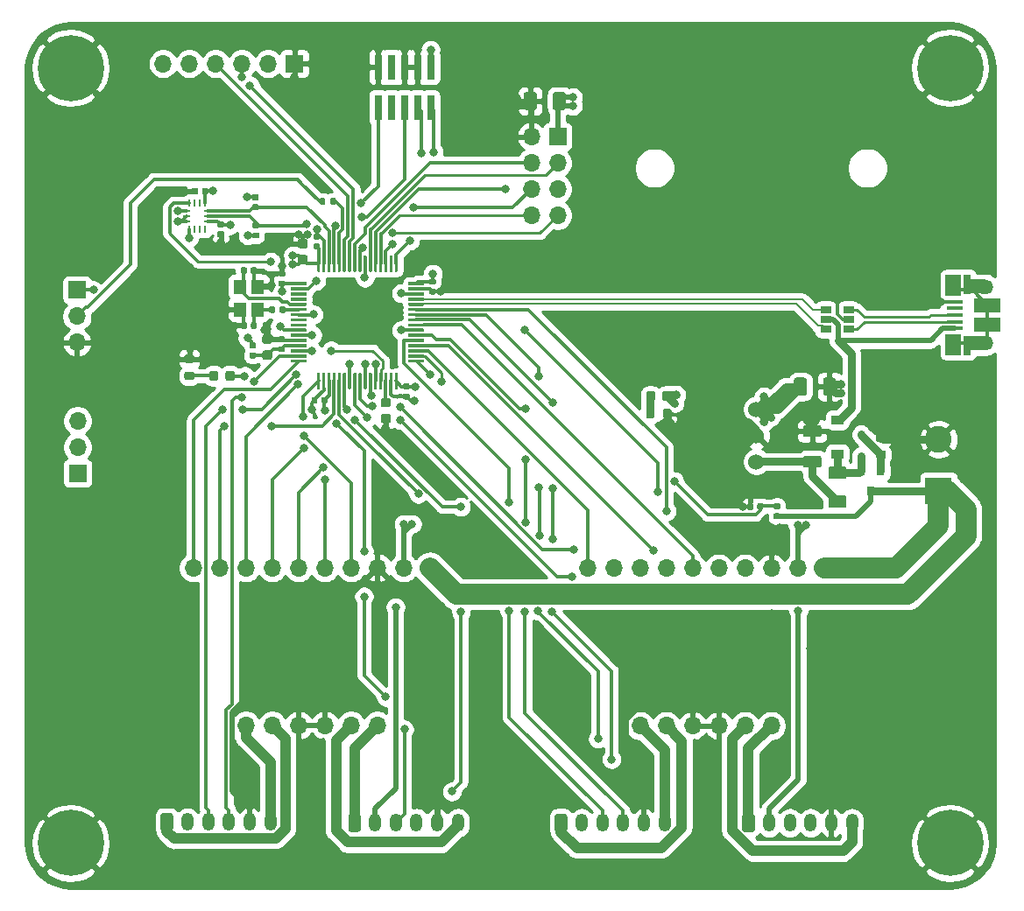
<source format=gtl>
G04 #@! TF.GenerationSoftware,KiCad,Pcbnew,5.1.5+dfsg1-2build2*
G04 #@! TF.CreationDate,2022-03-08T20:12:57-07:00*
G04 #@! TF.ProjectId,rtic_v2,72746963-5f76-4322-9e6b-696361645f70,rev?*
G04 #@! TF.SameCoordinates,Original*
G04 #@! TF.FileFunction,Copper,L1,Top*
G04 #@! TF.FilePolarity,Positive*
%FSLAX46Y46*%
G04 Gerber Fmt 4.6, Leading zero omitted, Abs format (unit mm)*
G04 Created by KiCad (PCBNEW 5.1.5+dfsg1-2build2) date 2022-03-08 20:12:57*
%MOMM*%
%LPD*%
G04 APERTURE LIST*
%ADD10R,0.250000X0.675000*%
%ADD11R,0.675000X0.250000*%
%ADD12C,0.100000*%
%ADD13R,1.700000X1.700000*%
%ADD14O,1.700000X1.700000*%
%ADD15R,1.200000X0.900000*%
%ADD16R,0.450000X0.600000*%
%ADD17C,0.800000*%
%ADD18C,6.400000*%
%ADD19R,2.600000X2.600000*%
%ADD20C,2.600000*%
%ADD21R,2.000000X1.350000*%
%ADD22R,0.700000X1.825000*%
%ADD23R,1.500000X2.000000*%
%ADD24R,1.650000X0.400000*%
%ADD25O,1.500000X1.100000*%
%ADD26O,1.700000X1.350000*%
%ADD27R,2.500000X1.430000*%
%ADD28R,0.800000X0.900000*%
%ADD29R,1.060000X0.650000*%
%ADD30R,1.200000X1.400000*%
%ADD31R,0.740000X2.400000*%
%ADD32O,1.200000X1.750000*%
%ADD33C,1.524000*%
%ADD34C,0.300000*%
%ADD35C,0.750000*%
%ADD36C,1.000000*%
%ADD37C,0.500000*%
%ADD38C,2.000000*%
%ADD39C,0.261112*%
%ADD40C,0.250000*%
%ADD41C,0.200000*%
%ADD42C,0.254000*%
G04 APERTURE END LIST*
D10*
X62980000Y-69588500D03*
X62480000Y-69588500D03*
X61980000Y-69588500D03*
X61480000Y-69588500D03*
X61480000Y-67063500D03*
X61980000Y-67063500D03*
X62480000Y-67063500D03*
X62980000Y-67063500D03*
D11*
X61217500Y-68826000D03*
X61217500Y-68326000D03*
X61217500Y-67826000D03*
X63242500Y-68826000D03*
X63242500Y-67826000D03*
X63242500Y-68326000D03*
G04 #@! TA.AperFunction,SMDPad,CuDef*
D12*
G36*
X62183958Y-65593710D02*
G01*
X62198276Y-65595834D01*
X62212317Y-65599351D01*
X62225946Y-65604228D01*
X62239031Y-65610417D01*
X62251447Y-65617858D01*
X62263073Y-65626481D01*
X62273798Y-65636202D01*
X62283519Y-65646927D01*
X62292142Y-65658553D01*
X62299583Y-65670969D01*
X62305772Y-65684054D01*
X62310649Y-65697683D01*
X62314166Y-65711724D01*
X62316290Y-65726042D01*
X62317000Y-65740500D01*
X62317000Y-66085500D01*
X62316290Y-66099958D01*
X62314166Y-66114276D01*
X62310649Y-66128317D01*
X62305772Y-66141946D01*
X62299583Y-66155031D01*
X62292142Y-66167447D01*
X62283519Y-66179073D01*
X62273798Y-66189798D01*
X62263073Y-66199519D01*
X62251447Y-66208142D01*
X62239031Y-66215583D01*
X62225946Y-66221772D01*
X62212317Y-66226649D01*
X62198276Y-66230166D01*
X62183958Y-66232290D01*
X62169500Y-66233000D01*
X61874500Y-66233000D01*
X61860042Y-66232290D01*
X61845724Y-66230166D01*
X61831683Y-66226649D01*
X61818054Y-66221772D01*
X61804969Y-66215583D01*
X61792553Y-66208142D01*
X61780927Y-66199519D01*
X61770202Y-66189798D01*
X61760481Y-66179073D01*
X61751858Y-66167447D01*
X61744417Y-66155031D01*
X61738228Y-66141946D01*
X61733351Y-66128317D01*
X61729834Y-66114276D01*
X61727710Y-66099958D01*
X61727000Y-66085500D01*
X61727000Y-65740500D01*
X61727710Y-65726042D01*
X61729834Y-65711724D01*
X61733351Y-65697683D01*
X61738228Y-65684054D01*
X61744417Y-65670969D01*
X61751858Y-65658553D01*
X61760481Y-65646927D01*
X61770202Y-65636202D01*
X61780927Y-65626481D01*
X61792553Y-65617858D01*
X61804969Y-65610417D01*
X61818054Y-65604228D01*
X61831683Y-65599351D01*
X61845724Y-65595834D01*
X61860042Y-65593710D01*
X61874500Y-65593000D01*
X62169500Y-65593000D01*
X62183958Y-65593710D01*
G37*
G04 #@! TD.AperFunction*
G04 #@! TA.AperFunction,SMDPad,CuDef*
G36*
X63153958Y-65593710D02*
G01*
X63168276Y-65595834D01*
X63182317Y-65599351D01*
X63195946Y-65604228D01*
X63209031Y-65610417D01*
X63221447Y-65617858D01*
X63233073Y-65626481D01*
X63243798Y-65636202D01*
X63253519Y-65646927D01*
X63262142Y-65658553D01*
X63269583Y-65670969D01*
X63275772Y-65684054D01*
X63280649Y-65697683D01*
X63284166Y-65711724D01*
X63286290Y-65726042D01*
X63287000Y-65740500D01*
X63287000Y-66085500D01*
X63286290Y-66099958D01*
X63284166Y-66114276D01*
X63280649Y-66128317D01*
X63275772Y-66141946D01*
X63269583Y-66155031D01*
X63262142Y-66167447D01*
X63253519Y-66179073D01*
X63243798Y-66189798D01*
X63233073Y-66199519D01*
X63221447Y-66208142D01*
X63209031Y-66215583D01*
X63195946Y-66221772D01*
X63182317Y-66226649D01*
X63168276Y-66230166D01*
X63153958Y-66232290D01*
X63139500Y-66233000D01*
X62844500Y-66233000D01*
X62830042Y-66232290D01*
X62815724Y-66230166D01*
X62801683Y-66226649D01*
X62788054Y-66221772D01*
X62774969Y-66215583D01*
X62762553Y-66208142D01*
X62750927Y-66199519D01*
X62740202Y-66189798D01*
X62730481Y-66179073D01*
X62721858Y-66167447D01*
X62714417Y-66155031D01*
X62708228Y-66141946D01*
X62703351Y-66128317D01*
X62699834Y-66114276D01*
X62697710Y-66099958D01*
X62697000Y-66085500D01*
X62697000Y-65740500D01*
X62697710Y-65726042D01*
X62699834Y-65711724D01*
X62703351Y-65697683D01*
X62708228Y-65684054D01*
X62714417Y-65670969D01*
X62721858Y-65658553D01*
X62730481Y-65646927D01*
X62740202Y-65636202D01*
X62750927Y-65626481D01*
X62762553Y-65617858D01*
X62774969Y-65610417D01*
X62788054Y-65604228D01*
X62801683Y-65599351D01*
X62815724Y-65595834D01*
X62830042Y-65593710D01*
X62844500Y-65593000D01*
X63139500Y-65593000D01*
X63153958Y-65593710D01*
G37*
G04 #@! TD.AperFunction*
G04 #@! TA.AperFunction,SMDPad,CuDef*
G36*
X64702958Y-69809710D02*
G01*
X64717276Y-69811834D01*
X64731317Y-69815351D01*
X64744946Y-69820228D01*
X64758031Y-69826417D01*
X64770447Y-69833858D01*
X64782073Y-69842481D01*
X64792798Y-69852202D01*
X64802519Y-69862927D01*
X64811142Y-69874553D01*
X64818583Y-69886969D01*
X64824772Y-69900054D01*
X64829649Y-69913683D01*
X64833166Y-69927724D01*
X64835290Y-69942042D01*
X64836000Y-69956500D01*
X64836000Y-70251500D01*
X64835290Y-70265958D01*
X64833166Y-70280276D01*
X64829649Y-70294317D01*
X64824772Y-70307946D01*
X64818583Y-70321031D01*
X64811142Y-70333447D01*
X64802519Y-70345073D01*
X64792798Y-70355798D01*
X64782073Y-70365519D01*
X64770447Y-70374142D01*
X64758031Y-70381583D01*
X64744946Y-70387772D01*
X64731317Y-70392649D01*
X64717276Y-70396166D01*
X64702958Y-70398290D01*
X64688500Y-70399000D01*
X64343500Y-70399000D01*
X64329042Y-70398290D01*
X64314724Y-70396166D01*
X64300683Y-70392649D01*
X64287054Y-70387772D01*
X64273969Y-70381583D01*
X64261553Y-70374142D01*
X64249927Y-70365519D01*
X64239202Y-70355798D01*
X64229481Y-70345073D01*
X64220858Y-70333447D01*
X64213417Y-70321031D01*
X64207228Y-70307946D01*
X64202351Y-70294317D01*
X64198834Y-70280276D01*
X64196710Y-70265958D01*
X64196000Y-70251500D01*
X64196000Y-69956500D01*
X64196710Y-69942042D01*
X64198834Y-69927724D01*
X64202351Y-69913683D01*
X64207228Y-69900054D01*
X64213417Y-69886969D01*
X64220858Y-69874553D01*
X64229481Y-69862927D01*
X64239202Y-69852202D01*
X64249927Y-69842481D01*
X64261553Y-69833858D01*
X64273969Y-69826417D01*
X64287054Y-69820228D01*
X64300683Y-69815351D01*
X64314724Y-69811834D01*
X64329042Y-69809710D01*
X64343500Y-69809000D01*
X64688500Y-69809000D01*
X64702958Y-69809710D01*
G37*
G04 #@! TD.AperFunction*
G04 #@! TA.AperFunction,SMDPad,CuDef*
G36*
X64702958Y-68839710D02*
G01*
X64717276Y-68841834D01*
X64731317Y-68845351D01*
X64744946Y-68850228D01*
X64758031Y-68856417D01*
X64770447Y-68863858D01*
X64782073Y-68872481D01*
X64792798Y-68882202D01*
X64802519Y-68892927D01*
X64811142Y-68904553D01*
X64818583Y-68916969D01*
X64824772Y-68930054D01*
X64829649Y-68943683D01*
X64833166Y-68957724D01*
X64835290Y-68972042D01*
X64836000Y-68986500D01*
X64836000Y-69281500D01*
X64835290Y-69295958D01*
X64833166Y-69310276D01*
X64829649Y-69324317D01*
X64824772Y-69337946D01*
X64818583Y-69351031D01*
X64811142Y-69363447D01*
X64802519Y-69375073D01*
X64792798Y-69385798D01*
X64782073Y-69395519D01*
X64770447Y-69404142D01*
X64758031Y-69411583D01*
X64744946Y-69417772D01*
X64731317Y-69422649D01*
X64717276Y-69426166D01*
X64702958Y-69428290D01*
X64688500Y-69429000D01*
X64343500Y-69429000D01*
X64329042Y-69428290D01*
X64314724Y-69426166D01*
X64300683Y-69422649D01*
X64287054Y-69417772D01*
X64273969Y-69411583D01*
X64261553Y-69404142D01*
X64249927Y-69395519D01*
X64239202Y-69385798D01*
X64229481Y-69375073D01*
X64220858Y-69363447D01*
X64213417Y-69351031D01*
X64207228Y-69337946D01*
X64202351Y-69324317D01*
X64198834Y-69310276D01*
X64196710Y-69295958D01*
X64196000Y-69281500D01*
X64196000Y-68986500D01*
X64196710Y-68972042D01*
X64198834Y-68957724D01*
X64202351Y-68943683D01*
X64207228Y-68930054D01*
X64213417Y-68916969D01*
X64220858Y-68904553D01*
X64229481Y-68892927D01*
X64239202Y-68882202D01*
X64249927Y-68872481D01*
X64261553Y-68863858D01*
X64273969Y-68856417D01*
X64287054Y-68850228D01*
X64300683Y-68845351D01*
X64314724Y-68841834D01*
X64329042Y-68839710D01*
X64343500Y-68839000D01*
X64688500Y-68839000D01*
X64702958Y-68839710D01*
G37*
G04 #@! TD.AperFunction*
D13*
X97072000Y-60636000D03*
D14*
X94532000Y-60636000D03*
X97072000Y-63176000D03*
X94532000Y-63176000D03*
X97072000Y-65716000D03*
X94532000Y-65716000D03*
X97072000Y-68256000D03*
X94532000Y-68256000D03*
X122811100Y-102405400D03*
X120271100Y-102405400D03*
X117731100Y-102405400D03*
X115191100Y-102405400D03*
X112651100Y-102405400D03*
X110111100Y-102405400D03*
X107571100Y-102405400D03*
X105031100Y-102405400D03*
X102491100Y-102405400D03*
X99951100Y-102405400D03*
X117731100Y-117645400D03*
X115191100Y-117645400D03*
X112651100Y-117645400D03*
X110111100Y-117645400D03*
X107571100Y-117645400D03*
X105031100Y-117645400D03*
X66943800Y-117607300D03*
X69483800Y-117607300D03*
X72023800Y-117607300D03*
X74563800Y-117607300D03*
X77103800Y-117607300D03*
X79643800Y-117607300D03*
X61863800Y-102367300D03*
X64403800Y-102367300D03*
X66943800Y-102367300D03*
X69483800Y-102367300D03*
X72023800Y-102367300D03*
X74563800Y-102367300D03*
X77103800Y-102367300D03*
X79643800Y-102367300D03*
X82183800Y-102367300D03*
X84723800Y-102367300D03*
G04 #@! TA.AperFunction,SMDPad,CuDef*
D12*
G36*
X68041558Y-67190310D02*
G01*
X68055876Y-67192434D01*
X68069917Y-67195951D01*
X68083546Y-67200828D01*
X68096631Y-67207017D01*
X68109047Y-67214458D01*
X68120673Y-67223081D01*
X68131398Y-67232802D01*
X68141119Y-67243527D01*
X68149742Y-67255153D01*
X68157183Y-67267569D01*
X68163372Y-67280654D01*
X68168249Y-67294283D01*
X68171766Y-67308324D01*
X68173890Y-67322642D01*
X68174600Y-67337100D01*
X68174600Y-67632100D01*
X68173890Y-67646558D01*
X68171766Y-67660876D01*
X68168249Y-67674917D01*
X68163372Y-67688546D01*
X68157183Y-67701631D01*
X68149742Y-67714047D01*
X68141119Y-67725673D01*
X68131398Y-67736398D01*
X68120673Y-67746119D01*
X68109047Y-67754742D01*
X68096631Y-67762183D01*
X68083546Y-67768372D01*
X68069917Y-67773249D01*
X68055876Y-67776766D01*
X68041558Y-67778890D01*
X68027100Y-67779600D01*
X67682100Y-67779600D01*
X67667642Y-67778890D01*
X67653324Y-67776766D01*
X67639283Y-67773249D01*
X67625654Y-67768372D01*
X67612569Y-67762183D01*
X67600153Y-67754742D01*
X67588527Y-67746119D01*
X67577802Y-67736398D01*
X67568081Y-67725673D01*
X67559458Y-67714047D01*
X67552017Y-67701631D01*
X67545828Y-67688546D01*
X67540951Y-67674917D01*
X67537434Y-67660876D01*
X67535310Y-67646558D01*
X67534600Y-67632100D01*
X67534600Y-67337100D01*
X67535310Y-67322642D01*
X67537434Y-67308324D01*
X67540951Y-67294283D01*
X67545828Y-67280654D01*
X67552017Y-67267569D01*
X67559458Y-67255153D01*
X67568081Y-67243527D01*
X67577802Y-67232802D01*
X67588527Y-67223081D01*
X67600153Y-67214458D01*
X67612569Y-67207017D01*
X67625654Y-67200828D01*
X67639283Y-67195951D01*
X67653324Y-67192434D01*
X67667642Y-67190310D01*
X67682100Y-67189600D01*
X68027100Y-67189600D01*
X68041558Y-67190310D01*
G37*
G04 #@! TD.AperFunction*
G04 #@! TA.AperFunction,SMDPad,CuDef*
G36*
X68041558Y-66220310D02*
G01*
X68055876Y-66222434D01*
X68069917Y-66225951D01*
X68083546Y-66230828D01*
X68096631Y-66237017D01*
X68109047Y-66244458D01*
X68120673Y-66253081D01*
X68131398Y-66262802D01*
X68141119Y-66273527D01*
X68149742Y-66285153D01*
X68157183Y-66297569D01*
X68163372Y-66310654D01*
X68168249Y-66324283D01*
X68171766Y-66338324D01*
X68173890Y-66352642D01*
X68174600Y-66367100D01*
X68174600Y-66662100D01*
X68173890Y-66676558D01*
X68171766Y-66690876D01*
X68168249Y-66704917D01*
X68163372Y-66718546D01*
X68157183Y-66731631D01*
X68149742Y-66744047D01*
X68141119Y-66755673D01*
X68131398Y-66766398D01*
X68120673Y-66776119D01*
X68109047Y-66784742D01*
X68096631Y-66792183D01*
X68083546Y-66798372D01*
X68069917Y-66803249D01*
X68055876Y-66806766D01*
X68041558Y-66808890D01*
X68027100Y-66809600D01*
X67682100Y-66809600D01*
X67667642Y-66808890D01*
X67653324Y-66806766D01*
X67639283Y-66803249D01*
X67625654Y-66798372D01*
X67612569Y-66792183D01*
X67600153Y-66784742D01*
X67588527Y-66776119D01*
X67577802Y-66766398D01*
X67568081Y-66755673D01*
X67559458Y-66744047D01*
X67552017Y-66731631D01*
X67545828Y-66718546D01*
X67540951Y-66704917D01*
X67537434Y-66690876D01*
X67535310Y-66676558D01*
X67534600Y-66662100D01*
X67534600Y-66367100D01*
X67535310Y-66352642D01*
X67537434Y-66338324D01*
X67540951Y-66324283D01*
X67545828Y-66310654D01*
X67552017Y-66297569D01*
X67559458Y-66285153D01*
X67568081Y-66273527D01*
X67577802Y-66262802D01*
X67588527Y-66253081D01*
X67600153Y-66244458D01*
X67612569Y-66237017D01*
X67625654Y-66230828D01*
X67639283Y-66225951D01*
X67653324Y-66222434D01*
X67667642Y-66220310D01*
X67682100Y-66219600D01*
X68027100Y-66219600D01*
X68041558Y-66220310D01*
G37*
G04 #@! TD.AperFunction*
G04 #@! TA.AperFunction,SMDPad,CuDef*
G36*
X72752351Y-74720361D02*
G01*
X72759632Y-74721441D01*
X72766771Y-74723229D01*
X72773701Y-74725709D01*
X72780355Y-74728856D01*
X72786668Y-74732640D01*
X72792579Y-74737024D01*
X72798033Y-74741967D01*
X72802976Y-74747421D01*
X72807360Y-74753332D01*
X72811144Y-74759645D01*
X72814291Y-74766299D01*
X72816771Y-74773229D01*
X72818559Y-74780368D01*
X72819639Y-74787649D01*
X72820000Y-74795000D01*
X72820000Y-74945000D01*
X72819639Y-74952351D01*
X72818559Y-74959632D01*
X72816771Y-74966771D01*
X72814291Y-74973701D01*
X72811144Y-74980355D01*
X72807360Y-74986668D01*
X72802976Y-74992579D01*
X72798033Y-74998033D01*
X72792579Y-75002976D01*
X72786668Y-75007360D01*
X72780355Y-75011144D01*
X72773701Y-75014291D01*
X72766771Y-75016771D01*
X72759632Y-75018559D01*
X72752351Y-75019639D01*
X72745000Y-75020000D01*
X71345000Y-75020000D01*
X71337649Y-75019639D01*
X71330368Y-75018559D01*
X71323229Y-75016771D01*
X71316299Y-75014291D01*
X71309645Y-75011144D01*
X71303332Y-75007360D01*
X71297421Y-75002976D01*
X71291967Y-74998033D01*
X71287024Y-74992579D01*
X71282640Y-74986668D01*
X71278856Y-74980355D01*
X71275709Y-74973701D01*
X71273229Y-74966771D01*
X71271441Y-74959632D01*
X71270361Y-74952351D01*
X71270000Y-74945000D01*
X71270000Y-74795000D01*
X71270361Y-74787649D01*
X71271441Y-74780368D01*
X71273229Y-74773229D01*
X71275709Y-74766299D01*
X71278856Y-74759645D01*
X71282640Y-74753332D01*
X71287024Y-74747421D01*
X71291967Y-74741967D01*
X71297421Y-74737024D01*
X71303332Y-74732640D01*
X71309645Y-74728856D01*
X71316299Y-74725709D01*
X71323229Y-74723229D01*
X71330368Y-74721441D01*
X71337649Y-74720361D01*
X71345000Y-74720000D01*
X72745000Y-74720000D01*
X72752351Y-74720361D01*
G37*
G04 #@! TD.AperFunction*
G04 #@! TA.AperFunction,SMDPad,CuDef*
G36*
X72752351Y-75220361D02*
G01*
X72759632Y-75221441D01*
X72766771Y-75223229D01*
X72773701Y-75225709D01*
X72780355Y-75228856D01*
X72786668Y-75232640D01*
X72792579Y-75237024D01*
X72798033Y-75241967D01*
X72802976Y-75247421D01*
X72807360Y-75253332D01*
X72811144Y-75259645D01*
X72814291Y-75266299D01*
X72816771Y-75273229D01*
X72818559Y-75280368D01*
X72819639Y-75287649D01*
X72820000Y-75295000D01*
X72820000Y-75445000D01*
X72819639Y-75452351D01*
X72818559Y-75459632D01*
X72816771Y-75466771D01*
X72814291Y-75473701D01*
X72811144Y-75480355D01*
X72807360Y-75486668D01*
X72802976Y-75492579D01*
X72798033Y-75498033D01*
X72792579Y-75502976D01*
X72786668Y-75507360D01*
X72780355Y-75511144D01*
X72773701Y-75514291D01*
X72766771Y-75516771D01*
X72759632Y-75518559D01*
X72752351Y-75519639D01*
X72745000Y-75520000D01*
X71345000Y-75520000D01*
X71337649Y-75519639D01*
X71330368Y-75518559D01*
X71323229Y-75516771D01*
X71316299Y-75514291D01*
X71309645Y-75511144D01*
X71303332Y-75507360D01*
X71297421Y-75502976D01*
X71291967Y-75498033D01*
X71287024Y-75492579D01*
X71282640Y-75486668D01*
X71278856Y-75480355D01*
X71275709Y-75473701D01*
X71273229Y-75466771D01*
X71271441Y-75459632D01*
X71270361Y-75452351D01*
X71270000Y-75445000D01*
X71270000Y-75295000D01*
X71270361Y-75287649D01*
X71271441Y-75280368D01*
X71273229Y-75273229D01*
X71275709Y-75266299D01*
X71278856Y-75259645D01*
X71282640Y-75253332D01*
X71287024Y-75247421D01*
X71291967Y-75241967D01*
X71297421Y-75237024D01*
X71303332Y-75232640D01*
X71309645Y-75228856D01*
X71316299Y-75225709D01*
X71323229Y-75223229D01*
X71330368Y-75221441D01*
X71337649Y-75220361D01*
X71345000Y-75220000D01*
X72745000Y-75220000D01*
X72752351Y-75220361D01*
G37*
G04 #@! TD.AperFunction*
G04 #@! TA.AperFunction,SMDPad,CuDef*
G36*
X72752351Y-75720361D02*
G01*
X72759632Y-75721441D01*
X72766771Y-75723229D01*
X72773701Y-75725709D01*
X72780355Y-75728856D01*
X72786668Y-75732640D01*
X72792579Y-75737024D01*
X72798033Y-75741967D01*
X72802976Y-75747421D01*
X72807360Y-75753332D01*
X72811144Y-75759645D01*
X72814291Y-75766299D01*
X72816771Y-75773229D01*
X72818559Y-75780368D01*
X72819639Y-75787649D01*
X72820000Y-75795000D01*
X72820000Y-75945000D01*
X72819639Y-75952351D01*
X72818559Y-75959632D01*
X72816771Y-75966771D01*
X72814291Y-75973701D01*
X72811144Y-75980355D01*
X72807360Y-75986668D01*
X72802976Y-75992579D01*
X72798033Y-75998033D01*
X72792579Y-76002976D01*
X72786668Y-76007360D01*
X72780355Y-76011144D01*
X72773701Y-76014291D01*
X72766771Y-76016771D01*
X72759632Y-76018559D01*
X72752351Y-76019639D01*
X72745000Y-76020000D01*
X71345000Y-76020000D01*
X71337649Y-76019639D01*
X71330368Y-76018559D01*
X71323229Y-76016771D01*
X71316299Y-76014291D01*
X71309645Y-76011144D01*
X71303332Y-76007360D01*
X71297421Y-76002976D01*
X71291967Y-75998033D01*
X71287024Y-75992579D01*
X71282640Y-75986668D01*
X71278856Y-75980355D01*
X71275709Y-75973701D01*
X71273229Y-75966771D01*
X71271441Y-75959632D01*
X71270361Y-75952351D01*
X71270000Y-75945000D01*
X71270000Y-75795000D01*
X71270361Y-75787649D01*
X71271441Y-75780368D01*
X71273229Y-75773229D01*
X71275709Y-75766299D01*
X71278856Y-75759645D01*
X71282640Y-75753332D01*
X71287024Y-75747421D01*
X71291967Y-75741967D01*
X71297421Y-75737024D01*
X71303332Y-75732640D01*
X71309645Y-75728856D01*
X71316299Y-75725709D01*
X71323229Y-75723229D01*
X71330368Y-75721441D01*
X71337649Y-75720361D01*
X71345000Y-75720000D01*
X72745000Y-75720000D01*
X72752351Y-75720361D01*
G37*
G04 #@! TD.AperFunction*
G04 #@! TA.AperFunction,SMDPad,CuDef*
G36*
X72752351Y-76220361D02*
G01*
X72759632Y-76221441D01*
X72766771Y-76223229D01*
X72773701Y-76225709D01*
X72780355Y-76228856D01*
X72786668Y-76232640D01*
X72792579Y-76237024D01*
X72798033Y-76241967D01*
X72802976Y-76247421D01*
X72807360Y-76253332D01*
X72811144Y-76259645D01*
X72814291Y-76266299D01*
X72816771Y-76273229D01*
X72818559Y-76280368D01*
X72819639Y-76287649D01*
X72820000Y-76295000D01*
X72820000Y-76445000D01*
X72819639Y-76452351D01*
X72818559Y-76459632D01*
X72816771Y-76466771D01*
X72814291Y-76473701D01*
X72811144Y-76480355D01*
X72807360Y-76486668D01*
X72802976Y-76492579D01*
X72798033Y-76498033D01*
X72792579Y-76502976D01*
X72786668Y-76507360D01*
X72780355Y-76511144D01*
X72773701Y-76514291D01*
X72766771Y-76516771D01*
X72759632Y-76518559D01*
X72752351Y-76519639D01*
X72745000Y-76520000D01*
X71345000Y-76520000D01*
X71337649Y-76519639D01*
X71330368Y-76518559D01*
X71323229Y-76516771D01*
X71316299Y-76514291D01*
X71309645Y-76511144D01*
X71303332Y-76507360D01*
X71297421Y-76502976D01*
X71291967Y-76498033D01*
X71287024Y-76492579D01*
X71282640Y-76486668D01*
X71278856Y-76480355D01*
X71275709Y-76473701D01*
X71273229Y-76466771D01*
X71271441Y-76459632D01*
X71270361Y-76452351D01*
X71270000Y-76445000D01*
X71270000Y-76295000D01*
X71270361Y-76287649D01*
X71271441Y-76280368D01*
X71273229Y-76273229D01*
X71275709Y-76266299D01*
X71278856Y-76259645D01*
X71282640Y-76253332D01*
X71287024Y-76247421D01*
X71291967Y-76241967D01*
X71297421Y-76237024D01*
X71303332Y-76232640D01*
X71309645Y-76228856D01*
X71316299Y-76225709D01*
X71323229Y-76223229D01*
X71330368Y-76221441D01*
X71337649Y-76220361D01*
X71345000Y-76220000D01*
X72745000Y-76220000D01*
X72752351Y-76220361D01*
G37*
G04 #@! TD.AperFunction*
G04 #@! TA.AperFunction,SMDPad,CuDef*
G36*
X72752351Y-76720361D02*
G01*
X72759632Y-76721441D01*
X72766771Y-76723229D01*
X72773701Y-76725709D01*
X72780355Y-76728856D01*
X72786668Y-76732640D01*
X72792579Y-76737024D01*
X72798033Y-76741967D01*
X72802976Y-76747421D01*
X72807360Y-76753332D01*
X72811144Y-76759645D01*
X72814291Y-76766299D01*
X72816771Y-76773229D01*
X72818559Y-76780368D01*
X72819639Y-76787649D01*
X72820000Y-76795000D01*
X72820000Y-76945000D01*
X72819639Y-76952351D01*
X72818559Y-76959632D01*
X72816771Y-76966771D01*
X72814291Y-76973701D01*
X72811144Y-76980355D01*
X72807360Y-76986668D01*
X72802976Y-76992579D01*
X72798033Y-76998033D01*
X72792579Y-77002976D01*
X72786668Y-77007360D01*
X72780355Y-77011144D01*
X72773701Y-77014291D01*
X72766771Y-77016771D01*
X72759632Y-77018559D01*
X72752351Y-77019639D01*
X72745000Y-77020000D01*
X71345000Y-77020000D01*
X71337649Y-77019639D01*
X71330368Y-77018559D01*
X71323229Y-77016771D01*
X71316299Y-77014291D01*
X71309645Y-77011144D01*
X71303332Y-77007360D01*
X71297421Y-77002976D01*
X71291967Y-76998033D01*
X71287024Y-76992579D01*
X71282640Y-76986668D01*
X71278856Y-76980355D01*
X71275709Y-76973701D01*
X71273229Y-76966771D01*
X71271441Y-76959632D01*
X71270361Y-76952351D01*
X71270000Y-76945000D01*
X71270000Y-76795000D01*
X71270361Y-76787649D01*
X71271441Y-76780368D01*
X71273229Y-76773229D01*
X71275709Y-76766299D01*
X71278856Y-76759645D01*
X71282640Y-76753332D01*
X71287024Y-76747421D01*
X71291967Y-76741967D01*
X71297421Y-76737024D01*
X71303332Y-76732640D01*
X71309645Y-76728856D01*
X71316299Y-76725709D01*
X71323229Y-76723229D01*
X71330368Y-76721441D01*
X71337649Y-76720361D01*
X71345000Y-76720000D01*
X72745000Y-76720000D01*
X72752351Y-76720361D01*
G37*
G04 #@! TD.AperFunction*
G04 #@! TA.AperFunction,SMDPad,CuDef*
G36*
X72752351Y-77220361D02*
G01*
X72759632Y-77221441D01*
X72766771Y-77223229D01*
X72773701Y-77225709D01*
X72780355Y-77228856D01*
X72786668Y-77232640D01*
X72792579Y-77237024D01*
X72798033Y-77241967D01*
X72802976Y-77247421D01*
X72807360Y-77253332D01*
X72811144Y-77259645D01*
X72814291Y-77266299D01*
X72816771Y-77273229D01*
X72818559Y-77280368D01*
X72819639Y-77287649D01*
X72820000Y-77295000D01*
X72820000Y-77445000D01*
X72819639Y-77452351D01*
X72818559Y-77459632D01*
X72816771Y-77466771D01*
X72814291Y-77473701D01*
X72811144Y-77480355D01*
X72807360Y-77486668D01*
X72802976Y-77492579D01*
X72798033Y-77498033D01*
X72792579Y-77502976D01*
X72786668Y-77507360D01*
X72780355Y-77511144D01*
X72773701Y-77514291D01*
X72766771Y-77516771D01*
X72759632Y-77518559D01*
X72752351Y-77519639D01*
X72745000Y-77520000D01*
X71345000Y-77520000D01*
X71337649Y-77519639D01*
X71330368Y-77518559D01*
X71323229Y-77516771D01*
X71316299Y-77514291D01*
X71309645Y-77511144D01*
X71303332Y-77507360D01*
X71297421Y-77502976D01*
X71291967Y-77498033D01*
X71287024Y-77492579D01*
X71282640Y-77486668D01*
X71278856Y-77480355D01*
X71275709Y-77473701D01*
X71273229Y-77466771D01*
X71271441Y-77459632D01*
X71270361Y-77452351D01*
X71270000Y-77445000D01*
X71270000Y-77295000D01*
X71270361Y-77287649D01*
X71271441Y-77280368D01*
X71273229Y-77273229D01*
X71275709Y-77266299D01*
X71278856Y-77259645D01*
X71282640Y-77253332D01*
X71287024Y-77247421D01*
X71291967Y-77241967D01*
X71297421Y-77237024D01*
X71303332Y-77232640D01*
X71309645Y-77228856D01*
X71316299Y-77225709D01*
X71323229Y-77223229D01*
X71330368Y-77221441D01*
X71337649Y-77220361D01*
X71345000Y-77220000D01*
X72745000Y-77220000D01*
X72752351Y-77220361D01*
G37*
G04 #@! TD.AperFunction*
G04 #@! TA.AperFunction,SMDPad,CuDef*
G36*
X72752351Y-77720361D02*
G01*
X72759632Y-77721441D01*
X72766771Y-77723229D01*
X72773701Y-77725709D01*
X72780355Y-77728856D01*
X72786668Y-77732640D01*
X72792579Y-77737024D01*
X72798033Y-77741967D01*
X72802976Y-77747421D01*
X72807360Y-77753332D01*
X72811144Y-77759645D01*
X72814291Y-77766299D01*
X72816771Y-77773229D01*
X72818559Y-77780368D01*
X72819639Y-77787649D01*
X72820000Y-77795000D01*
X72820000Y-77945000D01*
X72819639Y-77952351D01*
X72818559Y-77959632D01*
X72816771Y-77966771D01*
X72814291Y-77973701D01*
X72811144Y-77980355D01*
X72807360Y-77986668D01*
X72802976Y-77992579D01*
X72798033Y-77998033D01*
X72792579Y-78002976D01*
X72786668Y-78007360D01*
X72780355Y-78011144D01*
X72773701Y-78014291D01*
X72766771Y-78016771D01*
X72759632Y-78018559D01*
X72752351Y-78019639D01*
X72745000Y-78020000D01*
X71345000Y-78020000D01*
X71337649Y-78019639D01*
X71330368Y-78018559D01*
X71323229Y-78016771D01*
X71316299Y-78014291D01*
X71309645Y-78011144D01*
X71303332Y-78007360D01*
X71297421Y-78002976D01*
X71291967Y-77998033D01*
X71287024Y-77992579D01*
X71282640Y-77986668D01*
X71278856Y-77980355D01*
X71275709Y-77973701D01*
X71273229Y-77966771D01*
X71271441Y-77959632D01*
X71270361Y-77952351D01*
X71270000Y-77945000D01*
X71270000Y-77795000D01*
X71270361Y-77787649D01*
X71271441Y-77780368D01*
X71273229Y-77773229D01*
X71275709Y-77766299D01*
X71278856Y-77759645D01*
X71282640Y-77753332D01*
X71287024Y-77747421D01*
X71291967Y-77741967D01*
X71297421Y-77737024D01*
X71303332Y-77732640D01*
X71309645Y-77728856D01*
X71316299Y-77725709D01*
X71323229Y-77723229D01*
X71330368Y-77721441D01*
X71337649Y-77720361D01*
X71345000Y-77720000D01*
X72745000Y-77720000D01*
X72752351Y-77720361D01*
G37*
G04 #@! TD.AperFunction*
G04 #@! TA.AperFunction,SMDPad,CuDef*
G36*
X72752351Y-78220361D02*
G01*
X72759632Y-78221441D01*
X72766771Y-78223229D01*
X72773701Y-78225709D01*
X72780355Y-78228856D01*
X72786668Y-78232640D01*
X72792579Y-78237024D01*
X72798033Y-78241967D01*
X72802976Y-78247421D01*
X72807360Y-78253332D01*
X72811144Y-78259645D01*
X72814291Y-78266299D01*
X72816771Y-78273229D01*
X72818559Y-78280368D01*
X72819639Y-78287649D01*
X72820000Y-78295000D01*
X72820000Y-78445000D01*
X72819639Y-78452351D01*
X72818559Y-78459632D01*
X72816771Y-78466771D01*
X72814291Y-78473701D01*
X72811144Y-78480355D01*
X72807360Y-78486668D01*
X72802976Y-78492579D01*
X72798033Y-78498033D01*
X72792579Y-78502976D01*
X72786668Y-78507360D01*
X72780355Y-78511144D01*
X72773701Y-78514291D01*
X72766771Y-78516771D01*
X72759632Y-78518559D01*
X72752351Y-78519639D01*
X72745000Y-78520000D01*
X71345000Y-78520000D01*
X71337649Y-78519639D01*
X71330368Y-78518559D01*
X71323229Y-78516771D01*
X71316299Y-78514291D01*
X71309645Y-78511144D01*
X71303332Y-78507360D01*
X71297421Y-78502976D01*
X71291967Y-78498033D01*
X71287024Y-78492579D01*
X71282640Y-78486668D01*
X71278856Y-78480355D01*
X71275709Y-78473701D01*
X71273229Y-78466771D01*
X71271441Y-78459632D01*
X71270361Y-78452351D01*
X71270000Y-78445000D01*
X71270000Y-78295000D01*
X71270361Y-78287649D01*
X71271441Y-78280368D01*
X71273229Y-78273229D01*
X71275709Y-78266299D01*
X71278856Y-78259645D01*
X71282640Y-78253332D01*
X71287024Y-78247421D01*
X71291967Y-78241967D01*
X71297421Y-78237024D01*
X71303332Y-78232640D01*
X71309645Y-78228856D01*
X71316299Y-78225709D01*
X71323229Y-78223229D01*
X71330368Y-78221441D01*
X71337649Y-78220361D01*
X71345000Y-78220000D01*
X72745000Y-78220000D01*
X72752351Y-78220361D01*
G37*
G04 #@! TD.AperFunction*
G04 #@! TA.AperFunction,SMDPad,CuDef*
G36*
X72752351Y-78720361D02*
G01*
X72759632Y-78721441D01*
X72766771Y-78723229D01*
X72773701Y-78725709D01*
X72780355Y-78728856D01*
X72786668Y-78732640D01*
X72792579Y-78737024D01*
X72798033Y-78741967D01*
X72802976Y-78747421D01*
X72807360Y-78753332D01*
X72811144Y-78759645D01*
X72814291Y-78766299D01*
X72816771Y-78773229D01*
X72818559Y-78780368D01*
X72819639Y-78787649D01*
X72820000Y-78795000D01*
X72820000Y-78945000D01*
X72819639Y-78952351D01*
X72818559Y-78959632D01*
X72816771Y-78966771D01*
X72814291Y-78973701D01*
X72811144Y-78980355D01*
X72807360Y-78986668D01*
X72802976Y-78992579D01*
X72798033Y-78998033D01*
X72792579Y-79002976D01*
X72786668Y-79007360D01*
X72780355Y-79011144D01*
X72773701Y-79014291D01*
X72766771Y-79016771D01*
X72759632Y-79018559D01*
X72752351Y-79019639D01*
X72745000Y-79020000D01*
X71345000Y-79020000D01*
X71337649Y-79019639D01*
X71330368Y-79018559D01*
X71323229Y-79016771D01*
X71316299Y-79014291D01*
X71309645Y-79011144D01*
X71303332Y-79007360D01*
X71297421Y-79002976D01*
X71291967Y-78998033D01*
X71287024Y-78992579D01*
X71282640Y-78986668D01*
X71278856Y-78980355D01*
X71275709Y-78973701D01*
X71273229Y-78966771D01*
X71271441Y-78959632D01*
X71270361Y-78952351D01*
X71270000Y-78945000D01*
X71270000Y-78795000D01*
X71270361Y-78787649D01*
X71271441Y-78780368D01*
X71273229Y-78773229D01*
X71275709Y-78766299D01*
X71278856Y-78759645D01*
X71282640Y-78753332D01*
X71287024Y-78747421D01*
X71291967Y-78741967D01*
X71297421Y-78737024D01*
X71303332Y-78732640D01*
X71309645Y-78728856D01*
X71316299Y-78725709D01*
X71323229Y-78723229D01*
X71330368Y-78721441D01*
X71337649Y-78720361D01*
X71345000Y-78720000D01*
X72745000Y-78720000D01*
X72752351Y-78720361D01*
G37*
G04 #@! TD.AperFunction*
G04 #@! TA.AperFunction,SMDPad,CuDef*
G36*
X72752351Y-79220361D02*
G01*
X72759632Y-79221441D01*
X72766771Y-79223229D01*
X72773701Y-79225709D01*
X72780355Y-79228856D01*
X72786668Y-79232640D01*
X72792579Y-79237024D01*
X72798033Y-79241967D01*
X72802976Y-79247421D01*
X72807360Y-79253332D01*
X72811144Y-79259645D01*
X72814291Y-79266299D01*
X72816771Y-79273229D01*
X72818559Y-79280368D01*
X72819639Y-79287649D01*
X72820000Y-79295000D01*
X72820000Y-79445000D01*
X72819639Y-79452351D01*
X72818559Y-79459632D01*
X72816771Y-79466771D01*
X72814291Y-79473701D01*
X72811144Y-79480355D01*
X72807360Y-79486668D01*
X72802976Y-79492579D01*
X72798033Y-79498033D01*
X72792579Y-79502976D01*
X72786668Y-79507360D01*
X72780355Y-79511144D01*
X72773701Y-79514291D01*
X72766771Y-79516771D01*
X72759632Y-79518559D01*
X72752351Y-79519639D01*
X72745000Y-79520000D01*
X71345000Y-79520000D01*
X71337649Y-79519639D01*
X71330368Y-79518559D01*
X71323229Y-79516771D01*
X71316299Y-79514291D01*
X71309645Y-79511144D01*
X71303332Y-79507360D01*
X71297421Y-79502976D01*
X71291967Y-79498033D01*
X71287024Y-79492579D01*
X71282640Y-79486668D01*
X71278856Y-79480355D01*
X71275709Y-79473701D01*
X71273229Y-79466771D01*
X71271441Y-79459632D01*
X71270361Y-79452351D01*
X71270000Y-79445000D01*
X71270000Y-79295000D01*
X71270361Y-79287649D01*
X71271441Y-79280368D01*
X71273229Y-79273229D01*
X71275709Y-79266299D01*
X71278856Y-79259645D01*
X71282640Y-79253332D01*
X71287024Y-79247421D01*
X71291967Y-79241967D01*
X71297421Y-79237024D01*
X71303332Y-79232640D01*
X71309645Y-79228856D01*
X71316299Y-79225709D01*
X71323229Y-79223229D01*
X71330368Y-79221441D01*
X71337649Y-79220361D01*
X71345000Y-79220000D01*
X72745000Y-79220000D01*
X72752351Y-79220361D01*
G37*
G04 #@! TD.AperFunction*
G04 #@! TA.AperFunction,SMDPad,CuDef*
G36*
X72752351Y-79720361D02*
G01*
X72759632Y-79721441D01*
X72766771Y-79723229D01*
X72773701Y-79725709D01*
X72780355Y-79728856D01*
X72786668Y-79732640D01*
X72792579Y-79737024D01*
X72798033Y-79741967D01*
X72802976Y-79747421D01*
X72807360Y-79753332D01*
X72811144Y-79759645D01*
X72814291Y-79766299D01*
X72816771Y-79773229D01*
X72818559Y-79780368D01*
X72819639Y-79787649D01*
X72820000Y-79795000D01*
X72820000Y-79945000D01*
X72819639Y-79952351D01*
X72818559Y-79959632D01*
X72816771Y-79966771D01*
X72814291Y-79973701D01*
X72811144Y-79980355D01*
X72807360Y-79986668D01*
X72802976Y-79992579D01*
X72798033Y-79998033D01*
X72792579Y-80002976D01*
X72786668Y-80007360D01*
X72780355Y-80011144D01*
X72773701Y-80014291D01*
X72766771Y-80016771D01*
X72759632Y-80018559D01*
X72752351Y-80019639D01*
X72745000Y-80020000D01*
X71345000Y-80020000D01*
X71337649Y-80019639D01*
X71330368Y-80018559D01*
X71323229Y-80016771D01*
X71316299Y-80014291D01*
X71309645Y-80011144D01*
X71303332Y-80007360D01*
X71297421Y-80002976D01*
X71291967Y-79998033D01*
X71287024Y-79992579D01*
X71282640Y-79986668D01*
X71278856Y-79980355D01*
X71275709Y-79973701D01*
X71273229Y-79966771D01*
X71271441Y-79959632D01*
X71270361Y-79952351D01*
X71270000Y-79945000D01*
X71270000Y-79795000D01*
X71270361Y-79787649D01*
X71271441Y-79780368D01*
X71273229Y-79773229D01*
X71275709Y-79766299D01*
X71278856Y-79759645D01*
X71282640Y-79753332D01*
X71287024Y-79747421D01*
X71291967Y-79741967D01*
X71297421Y-79737024D01*
X71303332Y-79732640D01*
X71309645Y-79728856D01*
X71316299Y-79725709D01*
X71323229Y-79723229D01*
X71330368Y-79721441D01*
X71337649Y-79720361D01*
X71345000Y-79720000D01*
X72745000Y-79720000D01*
X72752351Y-79720361D01*
G37*
G04 #@! TD.AperFunction*
G04 #@! TA.AperFunction,SMDPad,CuDef*
G36*
X72752351Y-80220361D02*
G01*
X72759632Y-80221441D01*
X72766771Y-80223229D01*
X72773701Y-80225709D01*
X72780355Y-80228856D01*
X72786668Y-80232640D01*
X72792579Y-80237024D01*
X72798033Y-80241967D01*
X72802976Y-80247421D01*
X72807360Y-80253332D01*
X72811144Y-80259645D01*
X72814291Y-80266299D01*
X72816771Y-80273229D01*
X72818559Y-80280368D01*
X72819639Y-80287649D01*
X72820000Y-80295000D01*
X72820000Y-80445000D01*
X72819639Y-80452351D01*
X72818559Y-80459632D01*
X72816771Y-80466771D01*
X72814291Y-80473701D01*
X72811144Y-80480355D01*
X72807360Y-80486668D01*
X72802976Y-80492579D01*
X72798033Y-80498033D01*
X72792579Y-80502976D01*
X72786668Y-80507360D01*
X72780355Y-80511144D01*
X72773701Y-80514291D01*
X72766771Y-80516771D01*
X72759632Y-80518559D01*
X72752351Y-80519639D01*
X72745000Y-80520000D01*
X71345000Y-80520000D01*
X71337649Y-80519639D01*
X71330368Y-80518559D01*
X71323229Y-80516771D01*
X71316299Y-80514291D01*
X71309645Y-80511144D01*
X71303332Y-80507360D01*
X71297421Y-80502976D01*
X71291967Y-80498033D01*
X71287024Y-80492579D01*
X71282640Y-80486668D01*
X71278856Y-80480355D01*
X71275709Y-80473701D01*
X71273229Y-80466771D01*
X71271441Y-80459632D01*
X71270361Y-80452351D01*
X71270000Y-80445000D01*
X71270000Y-80295000D01*
X71270361Y-80287649D01*
X71271441Y-80280368D01*
X71273229Y-80273229D01*
X71275709Y-80266299D01*
X71278856Y-80259645D01*
X71282640Y-80253332D01*
X71287024Y-80247421D01*
X71291967Y-80241967D01*
X71297421Y-80237024D01*
X71303332Y-80232640D01*
X71309645Y-80228856D01*
X71316299Y-80225709D01*
X71323229Y-80223229D01*
X71330368Y-80221441D01*
X71337649Y-80220361D01*
X71345000Y-80220000D01*
X72745000Y-80220000D01*
X72752351Y-80220361D01*
G37*
G04 #@! TD.AperFunction*
G04 #@! TA.AperFunction,SMDPad,CuDef*
G36*
X72752351Y-80720361D02*
G01*
X72759632Y-80721441D01*
X72766771Y-80723229D01*
X72773701Y-80725709D01*
X72780355Y-80728856D01*
X72786668Y-80732640D01*
X72792579Y-80737024D01*
X72798033Y-80741967D01*
X72802976Y-80747421D01*
X72807360Y-80753332D01*
X72811144Y-80759645D01*
X72814291Y-80766299D01*
X72816771Y-80773229D01*
X72818559Y-80780368D01*
X72819639Y-80787649D01*
X72820000Y-80795000D01*
X72820000Y-80945000D01*
X72819639Y-80952351D01*
X72818559Y-80959632D01*
X72816771Y-80966771D01*
X72814291Y-80973701D01*
X72811144Y-80980355D01*
X72807360Y-80986668D01*
X72802976Y-80992579D01*
X72798033Y-80998033D01*
X72792579Y-81002976D01*
X72786668Y-81007360D01*
X72780355Y-81011144D01*
X72773701Y-81014291D01*
X72766771Y-81016771D01*
X72759632Y-81018559D01*
X72752351Y-81019639D01*
X72745000Y-81020000D01*
X71345000Y-81020000D01*
X71337649Y-81019639D01*
X71330368Y-81018559D01*
X71323229Y-81016771D01*
X71316299Y-81014291D01*
X71309645Y-81011144D01*
X71303332Y-81007360D01*
X71297421Y-81002976D01*
X71291967Y-80998033D01*
X71287024Y-80992579D01*
X71282640Y-80986668D01*
X71278856Y-80980355D01*
X71275709Y-80973701D01*
X71273229Y-80966771D01*
X71271441Y-80959632D01*
X71270361Y-80952351D01*
X71270000Y-80945000D01*
X71270000Y-80795000D01*
X71270361Y-80787649D01*
X71271441Y-80780368D01*
X71273229Y-80773229D01*
X71275709Y-80766299D01*
X71278856Y-80759645D01*
X71282640Y-80753332D01*
X71287024Y-80747421D01*
X71291967Y-80741967D01*
X71297421Y-80737024D01*
X71303332Y-80732640D01*
X71309645Y-80728856D01*
X71316299Y-80725709D01*
X71323229Y-80723229D01*
X71330368Y-80721441D01*
X71337649Y-80720361D01*
X71345000Y-80720000D01*
X72745000Y-80720000D01*
X72752351Y-80720361D01*
G37*
G04 #@! TD.AperFunction*
G04 #@! TA.AperFunction,SMDPad,CuDef*
G36*
X72752351Y-81220361D02*
G01*
X72759632Y-81221441D01*
X72766771Y-81223229D01*
X72773701Y-81225709D01*
X72780355Y-81228856D01*
X72786668Y-81232640D01*
X72792579Y-81237024D01*
X72798033Y-81241967D01*
X72802976Y-81247421D01*
X72807360Y-81253332D01*
X72811144Y-81259645D01*
X72814291Y-81266299D01*
X72816771Y-81273229D01*
X72818559Y-81280368D01*
X72819639Y-81287649D01*
X72820000Y-81295000D01*
X72820000Y-81445000D01*
X72819639Y-81452351D01*
X72818559Y-81459632D01*
X72816771Y-81466771D01*
X72814291Y-81473701D01*
X72811144Y-81480355D01*
X72807360Y-81486668D01*
X72802976Y-81492579D01*
X72798033Y-81498033D01*
X72792579Y-81502976D01*
X72786668Y-81507360D01*
X72780355Y-81511144D01*
X72773701Y-81514291D01*
X72766771Y-81516771D01*
X72759632Y-81518559D01*
X72752351Y-81519639D01*
X72745000Y-81520000D01*
X71345000Y-81520000D01*
X71337649Y-81519639D01*
X71330368Y-81518559D01*
X71323229Y-81516771D01*
X71316299Y-81514291D01*
X71309645Y-81511144D01*
X71303332Y-81507360D01*
X71297421Y-81502976D01*
X71291967Y-81498033D01*
X71287024Y-81492579D01*
X71282640Y-81486668D01*
X71278856Y-81480355D01*
X71275709Y-81473701D01*
X71273229Y-81466771D01*
X71271441Y-81459632D01*
X71270361Y-81452351D01*
X71270000Y-81445000D01*
X71270000Y-81295000D01*
X71270361Y-81287649D01*
X71271441Y-81280368D01*
X71273229Y-81273229D01*
X71275709Y-81266299D01*
X71278856Y-81259645D01*
X71282640Y-81253332D01*
X71287024Y-81247421D01*
X71291967Y-81241967D01*
X71297421Y-81237024D01*
X71303332Y-81232640D01*
X71309645Y-81228856D01*
X71316299Y-81225709D01*
X71323229Y-81223229D01*
X71330368Y-81221441D01*
X71337649Y-81220361D01*
X71345000Y-81220000D01*
X72745000Y-81220000D01*
X72752351Y-81220361D01*
G37*
G04 #@! TD.AperFunction*
G04 #@! TA.AperFunction,SMDPad,CuDef*
G36*
X72752351Y-81720361D02*
G01*
X72759632Y-81721441D01*
X72766771Y-81723229D01*
X72773701Y-81725709D01*
X72780355Y-81728856D01*
X72786668Y-81732640D01*
X72792579Y-81737024D01*
X72798033Y-81741967D01*
X72802976Y-81747421D01*
X72807360Y-81753332D01*
X72811144Y-81759645D01*
X72814291Y-81766299D01*
X72816771Y-81773229D01*
X72818559Y-81780368D01*
X72819639Y-81787649D01*
X72820000Y-81795000D01*
X72820000Y-81945000D01*
X72819639Y-81952351D01*
X72818559Y-81959632D01*
X72816771Y-81966771D01*
X72814291Y-81973701D01*
X72811144Y-81980355D01*
X72807360Y-81986668D01*
X72802976Y-81992579D01*
X72798033Y-81998033D01*
X72792579Y-82002976D01*
X72786668Y-82007360D01*
X72780355Y-82011144D01*
X72773701Y-82014291D01*
X72766771Y-82016771D01*
X72759632Y-82018559D01*
X72752351Y-82019639D01*
X72745000Y-82020000D01*
X71345000Y-82020000D01*
X71337649Y-82019639D01*
X71330368Y-82018559D01*
X71323229Y-82016771D01*
X71316299Y-82014291D01*
X71309645Y-82011144D01*
X71303332Y-82007360D01*
X71297421Y-82002976D01*
X71291967Y-81998033D01*
X71287024Y-81992579D01*
X71282640Y-81986668D01*
X71278856Y-81980355D01*
X71275709Y-81973701D01*
X71273229Y-81966771D01*
X71271441Y-81959632D01*
X71270361Y-81952351D01*
X71270000Y-81945000D01*
X71270000Y-81795000D01*
X71270361Y-81787649D01*
X71271441Y-81780368D01*
X71273229Y-81773229D01*
X71275709Y-81766299D01*
X71278856Y-81759645D01*
X71282640Y-81753332D01*
X71287024Y-81747421D01*
X71291967Y-81741967D01*
X71297421Y-81737024D01*
X71303332Y-81732640D01*
X71309645Y-81728856D01*
X71316299Y-81725709D01*
X71323229Y-81723229D01*
X71330368Y-81721441D01*
X71337649Y-81720361D01*
X71345000Y-81720000D01*
X72745000Y-81720000D01*
X72752351Y-81720361D01*
G37*
G04 #@! TD.AperFunction*
G04 #@! TA.AperFunction,SMDPad,CuDef*
G36*
X72752351Y-82220361D02*
G01*
X72759632Y-82221441D01*
X72766771Y-82223229D01*
X72773701Y-82225709D01*
X72780355Y-82228856D01*
X72786668Y-82232640D01*
X72792579Y-82237024D01*
X72798033Y-82241967D01*
X72802976Y-82247421D01*
X72807360Y-82253332D01*
X72811144Y-82259645D01*
X72814291Y-82266299D01*
X72816771Y-82273229D01*
X72818559Y-82280368D01*
X72819639Y-82287649D01*
X72820000Y-82295000D01*
X72820000Y-82445000D01*
X72819639Y-82452351D01*
X72818559Y-82459632D01*
X72816771Y-82466771D01*
X72814291Y-82473701D01*
X72811144Y-82480355D01*
X72807360Y-82486668D01*
X72802976Y-82492579D01*
X72798033Y-82498033D01*
X72792579Y-82502976D01*
X72786668Y-82507360D01*
X72780355Y-82511144D01*
X72773701Y-82514291D01*
X72766771Y-82516771D01*
X72759632Y-82518559D01*
X72752351Y-82519639D01*
X72745000Y-82520000D01*
X71345000Y-82520000D01*
X71337649Y-82519639D01*
X71330368Y-82518559D01*
X71323229Y-82516771D01*
X71316299Y-82514291D01*
X71309645Y-82511144D01*
X71303332Y-82507360D01*
X71297421Y-82502976D01*
X71291967Y-82498033D01*
X71287024Y-82492579D01*
X71282640Y-82486668D01*
X71278856Y-82480355D01*
X71275709Y-82473701D01*
X71273229Y-82466771D01*
X71271441Y-82459632D01*
X71270361Y-82452351D01*
X71270000Y-82445000D01*
X71270000Y-82295000D01*
X71270361Y-82287649D01*
X71271441Y-82280368D01*
X71273229Y-82273229D01*
X71275709Y-82266299D01*
X71278856Y-82259645D01*
X71282640Y-82253332D01*
X71287024Y-82247421D01*
X71291967Y-82241967D01*
X71297421Y-82237024D01*
X71303332Y-82232640D01*
X71309645Y-82228856D01*
X71316299Y-82225709D01*
X71323229Y-82223229D01*
X71330368Y-82221441D01*
X71337649Y-82220361D01*
X71345000Y-82220000D01*
X72745000Y-82220000D01*
X72752351Y-82220361D01*
G37*
G04 #@! TD.AperFunction*
G04 #@! TA.AperFunction,SMDPad,CuDef*
G36*
X74052351Y-83520361D02*
G01*
X74059632Y-83521441D01*
X74066771Y-83523229D01*
X74073701Y-83525709D01*
X74080355Y-83528856D01*
X74086668Y-83532640D01*
X74092579Y-83537024D01*
X74098033Y-83541967D01*
X74102976Y-83547421D01*
X74107360Y-83553332D01*
X74111144Y-83559645D01*
X74114291Y-83566299D01*
X74116771Y-83573229D01*
X74118559Y-83580368D01*
X74119639Y-83587649D01*
X74120000Y-83595000D01*
X74120000Y-84995000D01*
X74119639Y-85002351D01*
X74118559Y-85009632D01*
X74116771Y-85016771D01*
X74114291Y-85023701D01*
X74111144Y-85030355D01*
X74107360Y-85036668D01*
X74102976Y-85042579D01*
X74098033Y-85048033D01*
X74092579Y-85052976D01*
X74086668Y-85057360D01*
X74080355Y-85061144D01*
X74073701Y-85064291D01*
X74066771Y-85066771D01*
X74059632Y-85068559D01*
X74052351Y-85069639D01*
X74045000Y-85070000D01*
X73895000Y-85070000D01*
X73887649Y-85069639D01*
X73880368Y-85068559D01*
X73873229Y-85066771D01*
X73866299Y-85064291D01*
X73859645Y-85061144D01*
X73853332Y-85057360D01*
X73847421Y-85052976D01*
X73841967Y-85048033D01*
X73837024Y-85042579D01*
X73832640Y-85036668D01*
X73828856Y-85030355D01*
X73825709Y-85023701D01*
X73823229Y-85016771D01*
X73821441Y-85009632D01*
X73820361Y-85002351D01*
X73820000Y-84995000D01*
X73820000Y-83595000D01*
X73820361Y-83587649D01*
X73821441Y-83580368D01*
X73823229Y-83573229D01*
X73825709Y-83566299D01*
X73828856Y-83559645D01*
X73832640Y-83553332D01*
X73837024Y-83547421D01*
X73841967Y-83541967D01*
X73847421Y-83537024D01*
X73853332Y-83532640D01*
X73859645Y-83528856D01*
X73866299Y-83525709D01*
X73873229Y-83523229D01*
X73880368Y-83521441D01*
X73887649Y-83520361D01*
X73895000Y-83520000D01*
X74045000Y-83520000D01*
X74052351Y-83520361D01*
G37*
G04 #@! TD.AperFunction*
G04 #@! TA.AperFunction,SMDPad,CuDef*
G36*
X74552351Y-83520361D02*
G01*
X74559632Y-83521441D01*
X74566771Y-83523229D01*
X74573701Y-83525709D01*
X74580355Y-83528856D01*
X74586668Y-83532640D01*
X74592579Y-83537024D01*
X74598033Y-83541967D01*
X74602976Y-83547421D01*
X74607360Y-83553332D01*
X74611144Y-83559645D01*
X74614291Y-83566299D01*
X74616771Y-83573229D01*
X74618559Y-83580368D01*
X74619639Y-83587649D01*
X74620000Y-83595000D01*
X74620000Y-84995000D01*
X74619639Y-85002351D01*
X74618559Y-85009632D01*
X74616771Y-85016771D01*
X74614291Y-85023701D01*
X74611144Y-85030355D01*
X74607360Y-85036668D01*
X74602976Y-85042579D01*
X74598033Y-85048033D01*
X74592579Y-85052976D01*
X74586668Y-85057360D01*
X74580355Y-85061144D01*
X74573701Y-85064291D01*
X74566771Y-85066771D01*
X74559632Y-85068559D01*
X74552351Y-85069639D01*
X74545000Y-85070000D01*
X74395000Y-85070000D01*
X74387649Y-85069639D01*
X74380368Y-85068559D01*
X74373229Y-85066771D01*
X74366299Y-85064291D01*
X74359645Y-85061144D01*
X74353332Y-85057360D01*
X74347421Y-85052976D01*
X74341967Y-85048033D01*
X74337024Y-85042579D01*
X74332640Y-85036668D01*
X74328856Y-85030355D01*
X74325709Y-85023701D01*
X74323229Y-85016771D01*
X74321441Y-85009632D01*
X74320361Y-85002351D01*
X74320000Y-84995000D01*
X74320000Y-83595000D01*
X74320361Y-83587649D01*
X74321441Y-83580368D01*
X74323229Y-83573229D01*
X74325709Y-83566299D01*
X74328856Y-83559645D01*
X74332640Y-83553332D01*
X74337024Y-83547421D01*
X74341967Y-83541967D01*
X74347421Y-83537024D01*
X74353332Y-83532640D01*
X74359645Y-83528856D01*
X74366299Y-83525709D01*
X74373229Y-83523229D01*
X74380368Y-83521441D01*
X74387649Y-83520361D01*
X74395000Y-83520000D01*
X74545000Y-83520000D01*
X74552351Y-83520361D01*
G37*
G04 #@! TD.AperFunction*
G04 #@! TA.AperFunction,SMDPad,CuDef*
G36*
X75052351Y-83520361D02*
G01*
X75059632Y-83521441D01*
X75066771Y-83523229D01*
X75073701Y-83525709D01*
X75080355Y-83528856D01*
X75086668Y-83532640D01*
X75092579Y-83537024D01*
X75098033Y-83541967D01*
X75102976Y-83547421D01*
X75107360Y-83553332D01*
X75111144Y-83559645D01*
X75114291Y-83566299D01*
X75116771Y-83573229D01*
X75118559Y-83580368D01*
X75119639Y-83587649D01*
X75120000Y-83595000D01*
X75120000Y-84995000D01*
X75119639Y-85002351D01*
X75118559Y-85009632D01*
X75116771Y-85016771D01*
X75114291Y-85023701D01*
X75111144Y-85030355D01*
X75107360Y-85036668D01*
X75102976Y-85042579D01*
X75098033Y-85048033D01*
X75092579Y-85052976D01*
X75086668Y-85057360D01*
X75080355Y-85061144D01*
X75073701Y-85064291D01*
X75066771Y-85066771D01*
X75059632Y-85068559D01*
X75052351Y-85069639D01*
X75045000Y-85070000D01*
X74895000Y-85070000D01*
X74887649Y-85069639D01*
X74880368Y-85068559D01*
X74873229Y-85066771D01*
X74866299Y-85064291D01*
X74859645Y-85061144D01*
X74853332Y-85057360D01*
X74847421Y-85052976D01*
X74841967Y-85048033D01*
X74837024Y-85042579D01*
X74832640Y-85036668D01*
X74828856Y-85030355D01*
X74825709Y-85023701D01*
X74823229Y-85016771D01*
X74821441Y-85009632D01*
X74820361Y-85002351D01*
X74820000Y-84995000D01*
X74820000Y-83595000D01*
X74820361Y-83587649D01*
X74821441Y-83580368D01*
X74823229Y-83573229D01*
X74825709Y-83566299D01*
X74828856Y-83559645D01*
X74832640Y-83553332D01*
X74837024Y-83547421D01*
X74841967Y-83541967D01*
X74847421Y-83537024D01*
X74853332Y-83532640D01*
X74859645Y-83528856D01*
X74866299Y-83525709D01*
X74873229Y-83523229D01*
X74880368Y-83521441D01*
X74887649Y-83520361D01*
X74895000Y-83520000D01*
X75045000Y-83520000D01*
X75052351Y-83520361D01*
G37*
G04 #@! TD.AperFunction*
G04 #@! TA.AperFunction,SMDPad,CuDef*
G36*
X75552351Y-83520361D02*
G01*
X75559632Y-83521441D01*
X75566771Y-83523229D01*
X75573701Y-83525709D01*
X75580355Y-83528856D01*
X75586668Y-83532640D01*
X75592579Y-83537024D01*
X75598033Y-83541967D01*
X75602976Y-83547421D01*
X75607360Y-83553332D01*
X75611144Y-83559645D01*
X75614291Y-83566299D01*
X75616771Y-83573229D01*
X75618559Y-83580368D01*
X75619639Y-83587649D01*
X75620000Y-83595000D01*
X75620000Y-84995000D01*
X75619639Y-85002351D01*
X75618559Y-85009632D01*
X75616771Y-85016771D01*
X75614291Y-85023701D01*
X75611144Y-85030355D01*
X75607360Y-85036668D01*
X75602976Y-85042579D01*
X75598033Y-85048033D01*
X75592579Y-85052976D01*
X75586668Y-85057360D01*
X75580355Y-85061144D01*
X75573701Y-85064291D01*
X75566771Y-85066771D01*
X75559632Y-85068559D01*
X75552351Y-85069639D01*
X75545000Y-85070000D01*
X75395000Y-85070000D01*
X75387649Y-85069639D01*
X75380368Y-85068559D01*
X75373229Y-85066771D01*
X75366299Y-85064291D01*
X75359645Y-85061144D01*
X75353332Y-85057360D01*
X75347421Y-85052976D01*
X75341967Y-85048033D01*
X75337024Y-85042579D01*
X75332640Y-85036668D01*
X75328856Y-85030355D01*
X75325709Y-85023701D01*
X75323229Y-85016771D01*
X75321441Y-85009632D01*
X75320361Y-85002351D01*
X75320000Y-84995000D01*
X75320000Y-83595000D01*
X75320361Y-83587649D01*
X75321441Y-83580368D01*
X75323229Y-83573229D01*
X75325709Y-83566299D01*
X75328856Y-83559645D01*
X75332640Y-83553332D01*
X75337024Y-83547421D01*
X75341967Y-83541967D01*
X75347421Y-83537024D01*
X75353332Y-83532640D01*
X75359645Y-83528856D01*
X75366299Y-83525709D01*
X75373229Y-83523229D01*
X75380368Y-83521441D01*
X75387649Y-83520361D01*
X75395000Y-83520000D01*
X75545000Y-83520000D01*
X75552351Y-83520361D01*
G37*
G04 #@! TD.AperFunction*
G04 #@! TA.AperFunction,SMDPad,CuDef*
G36*
X76052351Y-83520361D02*
G01*
X76059632Y-83521441D01*
X76066771Y-83523229D01*
X76073701Y-83525709D01*
X76080355Y-83528856D01*
X76086668Y-83532640D01*
X76092579Y-83537024D01*
X76098033Y-83541967D01*
X76102976Y-83547421D01*
X76107360Y-83553332D01*
X76111144Y-83559645D01*
X76114291Y-83566299D01*
X76116771Y-83573229D01*
X76118559Y-83580368D01*
X76119639Y-83587649D01*
X76120000Y-83595000D01*
X76120000Y-84995000D01*
X76119639Y-85002351D01*
X76118559Y-85009632D01*
X76116771Y-85016771D01*
X76114291Y-85023701D01*
X76111144Y-85030355D01*
X76107360Y-85036668D01*
X76102976Y-85042579D01*
X76098033Y-85048033D01*
X76092579Y-85052976D01*
X76086668Y-85057360D01*
X76080355Y-85061144D01*
X76073701Y-85064291D01*
X76066771Y-85066771D01*
X76059632Y-85068559D01*
X76052351Y-85069639D01*
X76045000Y-85070000D01*
X75895000Y-85070000D01*
X75887649Y-85069639D01*
X75880368Y-85068559D01*
X75873229Y-85066771D01*
X75866299Y-85064291D01*
X75859645Y-85061144D01*
X75853332Y-85057360D01*
X75847421Y-85052976D01*
X75841967Y-85048033D01*
X75837024Y-85042579D01*
X75832640Y-85036668D01*
X75828856Y-85030355D01*
X75825709Y-85023701D01*
X75823229Y-85016771D01*
X75821441Y-85009632D01*
X75820361Y-85002351D01*
X75820000Y-84995000D01*
X75820000Y-83595000D01*
X75820361Y-83587649D01*
X75821441Y-83580368D01*
X75823229Y-83573229D01*
X75825709Y-83566299D01*
X75828856Y-83559645D01*
X75832640Y-83553332D01*
X75837024Y-83547421D01*
X75841967Y-83541967D01*
X75847421Y-83537024D01*
X75853332Y-83532640D01*
X75859645Y-83528856D01*
X75866299Y-83525709D01*
X75873229Y-83523229D01*
X75880368Y-83521441D01*
X75887649Y-83520361D01*
X75895000Y-83520000D01*
X76045000Y-83520000D01*
X76052351Y-83520361D01*
G37*
G04 #@! TD.AperFunction*
G04 #@! TA.AperFunction,SMDPad,CuDef*
G36*
X76552351Y-83520361D02*
G01*
X76559632Y-83521441D01*
X76566771Y-83523229D01*
X76573701Y-83525709D01*
X76580355Y-83528856D01*
X76586668Y-83532640D01*
X76592579Y-83537024D01*
X76598033Y-83541967D01*
X76602976Y-83547421D01*
X76607360Y-83553332D01*
X76611144Y-83559645D01*
X76614291Y-83566299D01*
X76616771Y-83573229D01*
X76618559Y-83580368D01*
X76619639Y-83587649D01*
X76620000Y-83595000D01*
X76620000Y-84995000D01*
X76619639Y-85002351D01*
X76618559Y-85009632D01*
X76616771Y-85016771D01*
X76614291Y-85023701D01*
X76611144Y-85030355D01*
X76607360Y-85036668D01*
X76602976Y-85042579D01*
X76598033Y-85048033D01*
X76592579Y-85052976D01*
X76586668Y-85057360D01*
X76580355Y-85061144D01*
X76573701Y-85064291D01*
X76566771Y-85066771D01*
X76559632Y-85068559D01*
X76552351Y-85069639D01*
X76545000Y-85070000D01*
X76395000Y-85070000D01*
X76387649Y-85069639D01*
X76380368Y-85068559D01*
X76373229Y-85066771D01*
X76366299Y-85064291D01*
X76359645Y-85061144D01*
X76353332Y-85057360D01*
X76347421Y-85052976D01*
X76341967Y-85048033D01*
X76337024Y-85042579D01*
X76332640Y-85036668D01*
X76328856Y-85030355D01*
X76325709Y-85023701D01*
X76323229Y-85016771D01*
X76321441Y-85009632D01*
X76320361Y-85002351D01*
X76320000Y-84995000D01*
X76320000Y-83595000D01*
X76320361Y-83587649D01*
X76321441Y-83580368D01*
X76323229Y-83573229D01*
X76325709Y-83566299D01*
X76328856Y-83559645D01*
X76332640Y-83553332D01*
X76337024Y-83547421D01*
X76341967Y-83541967D01*
X76347421Y-83537024D01*
X76353332Y-83532640D01*
X76359645Y-83528856D01*
X76366299Y-83525709D01*
X76373229Y-83523229D01*
X76380368Y-83521441D01*
X76387649Y-83520361D01*
X76395000Y-83520000D01*
X76545000Y-83520000D01*
X76552351Y-83520361D01*
G37*
G04 #@! TD.AperFunction*
G04 #@! TA.AperFunction,SMDPad,CuDef*
G36*
X77052351Y-83520361D02*
G01*
X77059632Y-83521441D01*
X77066771Y-83523229D01*
X77073701Y-83525709D01*
X77080355Y-83528856D01*
X77086668Y-83532640D01*
X77092579Y-83537024D01*
X77098033Y-83541967D01*
X77102976Y-83547421D01*
X77107360Y-83553332D01*
X77111144Y-83559645D01*
X77114291Y-83566299D01*
X77116771Y-83573229D01*
X77118559Y-83580368D01*
X77119639Y-83587649D01*
X77120000Y-83595000D01*
X77120000Y-84995000D01*
X77119639Y-85002351D01*
X77118559Y-85009632D01*
X77116771Y-85016771D01*
X77114291Y-85023701D01*
X77111144Y-85030355D01*
X77107360Y-85036668D01*
X77102976Y-85042579D01*
X77098033Y-85048033D01*
X77092579Y-85052976D01*
X77086668Y-85057360D01*
X77080355Y-85061144D01*
X77073701Y-85064291D01*
X77066771Y-85066771D01*
X77059632Y-85068559D01*
X77052351Y-85069639D01*
X77045000Y-85070000D01*
X76895000Y-85070000D01*
X76887649Y-85069639D01*
X76880368Y-85068559D01*
X76873229Y-85066771D01*
X76866299Y-85064291D01*
X76859645Y-85061144D01*
X76853332Y-85057360D01*
X76847421Y-85052976D01*
X76841967Y-85048033D01*
X76837024Y-85042579D01*
X76832640Y-85036668D01*
X76828856Y-85030355D01*
X76825709Y-85023701D01*
X76823229Y-85016771D01*
X76821441Y-85009632D01*
X76820361Y-85002351D01*
X76820000Y-84995000D01*
X76820000Y-83595000D01*
X76820361Y-83587649D01*
X76821441Y-83580368D01*
X76823229Y-83573229D01*
X76825709Y-83566299D01*
X76828856Y-83559645D01*
X76832640Y-83553332D01*
X76837024Y-83547421D01*
X76841967Y-83541967D01*
X76847421Y-83537024D01*
X76853332Y-83532640D01*
X76859645Y-83528856D01*
X76866299Y-83525709D01*
X76873229Y-83523229D01*
X76880368Y-83521441D01*
X76887649Y-83520361D01*
X76895000Y-83520000D01*
X77045000Y-83520000D01*
X77052351Y-83520361D01*
G37*
G04 #@! TD.AperFunction*
G04 #@! TA.AperFunction,SMDPad,CuDef*
G36*
X77552351Y-83520361D02*
G01*
X77559632Y-83521441D01*
X77566771Y-83523229D01*
X77573701Y-83525709D01*
X77580355Y-83528856D01*
X77586668Y-83532640D01*
X77592579Y-83537024D01*
X77598033Y-83541967D01*
X77602976Y-83547421D01*
X77607360Y-83553332D01*
X77611144Y-83559645D01*
X77614291Y-83566299D01*
X77616771Y-83573229D01*
X77618559Y-83580368D01*
X77619639Y-83587649D01*
X77620000Y-83595000D01*
X77620000Y-84995000D01*
X77619639Y-85002351D01*
X77618559Y-85009632D01*
X77616771Y-85016771D01*
X77614291Y-85023701D01*
X77611144Y-85030355D01*
X77607360Y-85036668D01*
X77602976Y-85042579D01*
X77598033Y-85048033D01*
X77592579Y-85052976D01*
X77586668Y-85057360D01*
X77580355Y-85061144D01*
X77573701Y-85064291D01*
X77566771Y-85066771D01*
X77559632Y-85068559D01*
X77552351Y-85069639D01*
X77545000Y-85070000D01*
X77395000Y-85070000D01*
X77387649Y-85069639D01*
X77380368Y-85068559D01*
X77373229Y-85066771D01*
X77366299Y-85064291D01*
X77359645Y-85061144D01*
X77353332Y-85057360D01*
X77347421Y-85052976D01*
X77341967Y-85048033D01*
X77337024Y-85042579D01*
X77332640Y-85036668D01*
X77328856Y-85030355D01*
X77325709Y-85023701D01*
X77323229Y-85016771D01*
X77321441Y-85009632D01*
X77320361Y-85002351D01*
X77320000Y-84995000D01*
X77320000Y-83595000D01*
X77320361Y-83587649D01*
X77321441Y-83580368D01*
X77323229Y-83573229D01*
X77325709Y-83566299D01*
X77328856Y-83559645D01*
X77332640Y-83553332D01*
X77337024Y-83547421D01*
X77341967Y-83541967D01*
X77347421Y-83537024D01*
X77353332Y-83532640D01*
X77359645Y-83528856D01*
X77366299Y-83525709D01*
X77373229Y-83523229D01*
X77380368Y-83521441D01*
X77387649Y-83520361D01*
X77395000Y-83520000D01*
X77545000Y-83520000D01*
X77552351Y-83520361D01*
G37*
G04 #@! TD.AperFunction*
G04 #@! TA.AperFunction,SMDPad,CuDef*
G36*
X78052351Y-83520361D02*
G01*
X78059632Y-83521441D01*
X78066771Y-83523229D01*
X78073701Y-83525709D01*
X78080355Y-83528856D01*
X78086668Y-83532640D01*
X78092579Y-83537024D01*
X78098033Y-83541967D01*
X78102976Y-83547421D01*
X78107360Y-83553332D01*
X78111144Y-83559645D01*
X78114291Y-83566299D01*
X78116771Y-83573229D01*
X78118559Y-83580368D01*
X78119639Y-83587649D01*
X78120000Y-83595000D01*
X78120000Y-84995000D01*
X78119639Y-85002351D01*
X78118559Y-85009632D01*
X78116771Y-85016771D01*
X78114291Y-85023701D01*
X78111144Y-85030355D01*
X78107360Y-85036668D01*
X78102976Y-85042579D01*
X78098033Y-85048033D01*
X78092579Y-85052976D01*
X78086668Y-85057360D01*
X78080355Y-85061144D01*
X78073701Y-85064291D01*
X78066771Y-85066771D01*
X78059632Y-85068559D01*
X78052351Y-85069639D01*
X78045000Y-85070000D01*
X77895000Y-85070000D01*
X77887649Y-85069639D01*
X77880368Y-85068559D01*
X77873229Y-85066771D01*
X77866299Y-85064291D01*
X77859645Y-85061144D01*
X77853332Y-85057360D01*
X77847421Y-85052976D01*
X77841967Y-85048033D01*
X77837024Y-85042579D01*
X77832640Y-85036668D01*
X77828856Y-85030355D01*
X77825709Y-85023701D01*
X77823229Y-85016771D01*
X77821441Y-85009632D01*
X77820361Y-85002351D01*
X77820000Y-84995000D01*
X77820000Y-83595000D01*
X77820361Y-83587649D01*
X77821441Y-83580368D01*
X77823229Y-83573229D01*
X77825709Y-83566299D01*
X77828856Y-83559645D01*
X77832640Y-83553332D01*
X77837024Y-83547421D01*
X77841967Y-83541967D01*
X77847421Y-83537024D01*
X77853332Y-83532640D01*
X77859645Y-83528856D01*
X77866299Y-83525709D01*
X77873229Y-83523229D01*
X77880368Y-83521441D01*
X77887649Y-83520361D01*
X77895000Y-83520000D01*
X78045000Y-83520000D01*
X78052351Y-83520361D01*
G37*
G04 #@! TD.AperFunction*
G04 #@! TA.AperFunction,SMDPad,CuDef*
G36*
X78552351Y-83520361D02*
G01*
X78559632Y-83521441D01*
X78566771Y-83523229D01*
X78573701Y-83525709D01*
X78580355Y-83528856D01*
X78586668Y-83532640D01*
X78592579Y-83537024D01*
X78598033Y-83541967D01*
X78602976Y-83547421D01*
X78607360Y-83553332D01*
X78611144Y-83559645D01*
X78614291Y-83566299D01*
X78616771Y-83573229D01*
X78618559Y-83580368D01*
X78619639Y-83587649D01*
X78620000Y-83595000D01*
X78620000Y-84995000D01*
X78619639Y-85002351D01*
X78618559Y-85009632D01*
X78616771Y-85016771D01*
X78614291Y-85023701D01*
X78611144Y-85030355D01*
X78607360Y-85036668D01*
X78602976Y-85042579D01*
X78598033Y-85048033D01*
X78592579Y-85052976D01*
X78586668Y-85057360D01*
X78580355Y-85061144D01*
X78573701Y-85064291D01*
X78566771Y-85066771D01*
X78559632Y-85068559D01*
X78552351Y-85069639D01*
X78545000Y-85070000D01*
X78395000Y-85070000D01*
X78387649Y-85069639D01*
X78380368Y-85068559D01*
X78373229Y-85066771D01*
X78366299Y-85064291D01*
X78359645Y-85061144D01*
X78353332Y-85057360D01*
X78347421Y-85052976D01*
X78341967Y-85048033D01*
X78337024Y-85042579D01*
X78332640Y-85036668D01*
X78328856Y-85030355D01*
X78325709Y-85023701D01*
X78323229Y-85016771D01*
X78321441Y-85009632D01*
X78320361Y-85002351D01*
X78320000Y-84995000D01*
X78320000Y-83595000D01*
X78320361Y-83587649D01*
X78321441Y-83580368D01*
X78323229Y-83573229D01*
X78325709Y-83566299D01*
X78328856Y-83559645D01*
X78332640Y-83553332D01*
X78337024Y-83547421D01*
X78341967Y-83541967D01*
X78347421Y-83537024D01*
X78353332Y-83532640D01*
X78359645Y-83528856D01*
X78366299Y-83525709D01*
X78373229Y-83523229D01*
X78380368Y-83521441D01*
X78387649Y-83520361D01*
X78395000Y-83520000D01*
X78545000Y-83520000D01*
X78552351Y-83520361D01*
G37*
G04 #@! TD.AperFunction*
G04 #@! TA.AperFunction,SMDPad,CuDef*
G36*
X79052351Y-83520361D02*
G01*
X79059632Y-83521441D01*
X79066771Y-83523229D01*
X79073701Y-83525709D01*
X79080355Y-83528856D01*
X79086668Y-83532640D01*
X79092579Y-83537024D01*
X79098033Y-83541967D01*
X79102976Y-83547421D01*
X79107360Y-83553332D01*
X79111144Y-83559645D01*
X79114291Y-83566299D01*
X79116771Y-83573229D01*
X79118559Y-83580368D01*
X79119639Y-83587649D01*
X79120000Y-83595000D01*
X79120000Y-84995000D01*
X79119639Y-85002351D01*
X79118559Y-85009632D01*
X79116771Y-85016771D01*
X79114291Y-85023701D01*
X79111144Y-85030355D01*
X79107360Y-85036668D01*
X79102976Y-85042579D01*
X79098033Y-85048033D01*
X79092579Y-85052976D01*
X79086668Y-85057360D01*
X79080355Y-85061144D01*
X79073701Y-85064291D01*
X79066771Y-85066771D01*
X79059632Y-85068559D01*
X79052351Y-85069639D01*
X79045000Y-85070000D01*
X78895000Y-85070000D01*
X78887649Y-85069639D01*
X78880368Y-85068559D01*
X78873229Y-85066771D01*
X78866299Y-85064291D01*
X78859645Y-85061144D01*
X78853332Y-85057360D01*
X78847421Y-85052976D01*
X78841967Y-85048033D01*
X78837024Y-85042579D01*
X78832640Y-85036668D01*
X78828856Y-85030355D01*
X78825709Y-85023701D01*
X78823229Y-85016771D01*
X78821441Y-85009632D01*
X78820361Y-85002351D01*
X78820000Y-84995000D01*
X78820000Y-83595000D01*
X78820361Y-83587649D01*
X78821441Y-83580368D01*
X78823229Y-83573229D01*
X78825709Y-83566299D01*
X78828856Y-83559645D01*
X78832640Y-83553332D01*
X78837024Y-83547421D01*
X78841967Y-83541967D01*
X78847421Y-83537024D01*
X78853332Y-83532640D01*
X78859645Y-83528856D01*
X78866299Y-83525709D01*
X78873229Y-83523229D01*
X78880368Y-83521441D01*
X78887649Y-83520361D01*
X78895000Y-83520000D01*
X79045000Y-83520000D01*
X79052351Y-83520361D01*
G37*
G04 #@! TD.AperFunction*
G04 #@! TA.AperFunction,SMDPad,CuDef*
G36*
X79552351Y-83520361D02*
G01*
X79559632Y-83521441D01*
X79566771Y-83523229D01*
X79573701Y-83525709D01*
X79580355Y-83528856D01*
X79586668Y-83532640D01*
X79592579Y-83537024D01*
X79598033Y-83541967D01*
X79602976Y-83547421D01*
X79607360Y-83553332D01*
X79611144Y-83559645D01*
X79614291Y-83566299D01*
X79616771Y-83573229D01*
X79618559Y-83580368D01*
X79619639Y-83587649D01*
X79620000Y-83595000D01*
X79620000Y-84995000D01*
X79619639Y-85002351D01*
X79618559Y-85009632D01*
X79616771Y-85016771D01*
X79614291Y-85023701D01*
X79611144Y-85030355D01*
X79607360Y-85036668D01*
X79602976Y-85042579D01*
X79598033Y-85048033D01*
X79592579Y-85052976D01*
X79586668Y-85057360D01*
X79580355Y-85061144D01*
X79573701Y-85064291D01*
X79566771Y-85066771D01*
X79559632Y-85068559D01*
X79552351Y-85069639D01*
X79545000Y-85070000D01*
X79395000Y-85070000D01*
X79387649Y-85069639D01*
X79380368Y-85068559D01*
X79373229Y-85066771D01*
X79366299Y-85064291D01*
X79359645Y-85061144D01*
X79353332Y-85057360D01*
X79347421Y-85052976D01*
X79341967Y-85048033D01*
X79337024Y-85042579D01*
X79332640Y-85036668D01*
X79328856Y-85030355D01*
X79325709Y-85023701D01*
X79323229Y-85016771D01*
X79321441Y-85009632D01*
X79320361Y-85002351D01*
X79320000Y-84995000D01*
X79320000Y-83595000D01*
X79320361Y-83587649D01*
X79321441Y-83580368D01*
X79323229Y-83573229D01*
X79325709Y-83566299D01*
X79328856Y-83559645D01*
X79332640Y-83553332D01*
X79337024Y-83547421D01*
X79341967Y-83541967D01*
X79347421Y-83537024D01*
X79353332Y-83532640D01*
X79359645Y-83528856D01*
X79366299Y-83525709D01*
X79373229Y-83523229D01*
X79380368Y-83521441D01*
X79387649Y-83520361D01*
X79395000Y-83520000D01*
X79545000Y-83520000D01*
X79552351Y-83520361D01*
G37*
G04 #@! TD.AperFunction*
G04 #@! TA.AperFunction,SMDPad,CuDef*
G36*
X80052351Y-83520361D02*
G01*
X80059632Y-83521441D01*
X80066771Y-83523229D01*
X80073701Y-83525709D01*
X80080355Y-83528856D01*
X80086668Y-83532640D01*
X80092579Y-83537024D01*
X80098033Y-83541967D01*
X80102976Y-83547421D01*
X80107360Y-83553332D01*
X80111144Y-83559645D01*
X80114291Y-83566299D01*
X80116771Y-83573229D01*
X80118559Y-83580368D01*
X80119639Y-83587649D01*
X80120000Y-83595000D01*
X80120000Y-84995000D01*
X80119639Y-85002351D01*
X80118559Y-85009632D01*
X80116771Y-85016771D01*
X80114291Y-85023701D01*
X80111144Y-85030355D01*
X80107360Y-85036668D01*
X80102976Y-85042579D01*
X80098033Y-85048033D01*
X80092579Y-85052976D01*
X80086668Y-85057360D01*
X80080355Y-85061144D01*
X80073701Y-85064291D01*
X80066771Y-85066771D01*
X80059632Y-85068559D01*
X80052351Y-85069639D01*
X80045000Y-85070000D01*
X79895000Y-85070000D01*
X79887649Y-85069639D01*
X79880368Y-85068559D01*
X79873229Y-85066771D01*
X79866299Y-85064291D01*
X79859645Y-85061144D01*
X79853332Y-85057360D01*
X79847421Y-85052976D01*
X79841967Y-85048033D01*
X79837024Y-85042579D01*
X79832640Y-85036668D01*
X79828856Y-85030355D01*
X79825709Y-85023701D01*
X79823229Y-85016771D01*
X79821441Y-85009632D01*
X79820361Y-85002351D01*
X79820000Y-84995000D01*
X79820000Y-83595000D01*
X79820361Y-83587649D01*
X79821441Y-83580368D01*
X79823229Y-83573229D01*
X79825709Y-83566299D01*
X79828856Y-83559645D01*
X79832640Y-83553332D01*
X79837024Y-83547421D01*
X79841967Y-83541967D01*
X79847421Y-83537024D01*
X79853332Y-83532640D01*
X79859645Y-83528856D01*
X79866299Y-83525709D01*
X79873229Y-83523229D01*
X79880368Y-83521441D01*
X79887649Y-83520361D01*
X79895000Y-83520000D01*
X80045000Y-83520000D01*
X80052351Y-83520361D01*
G37*
G04 #@! TD.AperFunction*
G04 #@! TA.AperFunction,SMDPad,CuDef*
G36*
X80552351Y-83520361D02*
G01*
X80559632Y-83521441D01*
X80566771Y-83523229D01*
X80573701Y-83525709D01*
X80580355Y-83528856D01*
X80586668Y-83532640D01*
X80592579Y-83537024D01*
X80598033Y-83541967D01*
X80602976Y-83547421D01*
X80607360Y-83553332D01*
X80611144Y-83559645D01*
X80614291Y-83566299D01*
X80616771Y-83573229D01*
X80618559Y-83580368D01*
X80619639Y-83587649D01*
X80620000Y-83595000D01*
X80620000Y-84995000D01*
X80619639Y-85002351D01*
X80618559Y-85009632D01*
X80616771Y-85016771D01*
X80614291Y-85023701D01*
X80611144Y-85030355D01*
X80607360Y-85036668D01*
X80602976Y-85042579D01*
X80598033Y-85048033D01*
X80592579Y-85052976D01*
X80586668Y-85057360D01*
X80580355Y-85061144D01*
X80573701Y-85064291D01*
X80566771Y-85066771D01*
X80559632Y-85068559D01*
X80552351Y-85069639D01*
X80545000Y-85070000D01*
X80395000Y-85070000D01*
X80387649Y-85069639D01*
X80380368Y-85068559D01*
X80373229Y-85066771D01*
X80366299Y-85064291D01*
X80359645Y-85061144D01*
X80353332Y-85057360D01*
X80347421Y-85052976D01*
X80341967Y-85048033D01*
X80337024Y-85042579D01*
X80332640Y-85036668D01*
X80328856Y-85030355D01*
X80325709Y-85023701D01*
X80323229Y-85016771D01*
X80321441Y-85009632D01*
X80320361Y-85002351D01*
X80320000Y-84995000D01*
X80320000Y-83595000D01*
X80320361Y-83587649D01*
X80321441Y-83580368D01*
X80323229Y-83573229D01*
X80325709Y-83566299D01*
X80328856Y-83559645D01*
X80332640Y-83553332D01*
X80337024Y-83547421D01*
X80341967Y-83541967D01*
X80347421Y-83537024D01*
X80353332Y-83532640D01*
X80359645Y-83528856D01*
X80366299Y-83525709D01*
X80373229Y-83523229D01*
X80380368Y-83521441D01*
X80387649Y-83520361D01*
X80395000Y-83520000D01*
X80545000Y-83520000D01*
X80552351Y-83520361D01*
G37*
G04 #@! TD.AperFunction*
G04 #@! TA.AperFunction,SMDPad,CuDef*
G36*
X81052351Y-83520361D02*
G01*
X81059632Y-83521441D01*
X81066771Y-83523229D01*
X81073701Y-83525709D01*
X81080355Y-83528856D01*
X81086668Y-83532640D01*
X81092579Y-83537024D01*
X81098033Y-83541967D01*
X81102976Y-83547421D01*
X81107360Y-83553332D01*
X81111144Y-83559645D01*
X81114291Y-83566299D01*
X81116771Y-83573229D01*
X81118559Y-83580368D01*
X81119639Y-83587649D01*
X81120000Y-83595000D01*
X81120000Y-84995000D01*
X81119639Y-85002351D01*
X81118559Y-85009632D01*
X81116771Y-85016771D01*
X81114291Y-85023701D01*
X81111144Y-85030355D01*
X81107360Y-85036668D01*
X81102976Y-85042579D01*
X81098033Y-85048033D01*
X81092579Y-85052976D01*
X81086668Y-85057360D01*
X81080355Y-85061144D01*
X81073701Y-85064291D01*
X81066771Y-85066771D01*
X81059632Y-85068559D01*
X81052351Y-85069639D01*
X81045000Y-85070000D01*
X80895000Y-85070000D01*
X80887649Y-85069639D01*
X80880368Y-85068559D01*
X80873229Y-85066771D01*
X80866299Y-85064291D01*
X80859645Y-85061144D01*
X80853332Y-85057360D01*
X80847421Y-85052976D01*
X80841967Y-85048033D01*
X80837024Y-85042579D01*
X80832640Y-85036668D01*
X80828856Y-85030355D01*
X80825709Y-85023701D01*
X80823229Y-85016771D01*
X80821441Y-85009632D01*
X80820361Y-85002351D01*
X80820000Y-84995000D01*
X80820000Y-83595000D01*
X80820361Y-83587649D01*
X80821441Y-83580368D01*
X80823229Y-83573229D01*
X80825709Y-83566299D01*
X80828856Y-83559645D01*
X80832640Y-83553332D01*
X80837024Y-83547421D01*
X80841967Y-83541967D01*
X80847421Y-83537024D01*
X80853332Y-83532640D01*
X80859645Y-83528856D01*
X80866299Y-83525709D01*
X80873229Y-83523229D01*
X80880368Y-83521441D01*
X80887649Y-83520361D01*
X80895000Y-83520000D01*
X81045000Y-83520000D01*
X81052351Y-83520361D01*
G37*
G04 #@! TD.AperFunction*
G04 #@! TA.AperFunction,SMDPad,CuDef*
G36*
X81552351Y-83520361D02*
G01*
X81559632Y-83521441D01*
X81566771Y-83523229D01*
X81573701Y-83525709D01*
X81580355Y-83528856D01*
X81586668Y-83532640D01*
X81592579Y-83537024D01*
X81598033Y-83541967D01*
X81602976Y-83547421D01*
X81607360Y-83553332D01*
X81611144Y-83559645D01*
X81614291Y-83566299D01*
X81616771Y-83573229D01*
X81618559Y-83580368D01*
X81619639Y-83587649D01*
X81620000Y-83595000D01*
X81620000Y-84995000D01*
X81619639Y-85002351D01*
X81618559Y-85009632D01*
X81616771Y-85016771D01*
X81614291Y-85023701D01*
X81611144Y-85030355D01*
X81607360Y-85036668D01*
X81602976Y-85042579D01*
X81598033Y-85048033D01*
X81592579Y-85052976D01*
X81586668Y-85057360D01*
X81580355Y-85061144D01*
X81573701Y-85064291D01*
X81566771Y-85066771D01*
X81559632Y-85068559D01*
X81552351Y-85069639D01*
X81545000Y-85070000D01*
X81395000Y-85070000D01*
X81387649Y-85069639D01*
X81380368Y-85068559D01*
X81373229Y-85066771D01*
X81366299Y-85064291D01*
X81359645Y-85061144D01*
X81353332Y-85057360D01*
X81347421Y-85052976D01*
X81341967Y-85048033D01*
X81337024Y-85042579D01*
X81332640Y-85036668D01*
X81328856Y-85030355D01*
X81325709Y-85023701D01*
X81323229Y-85016771D01*
X81321441Y-85009632D01*
X81320361Y-85002351D01*
X81320000Y-84995000D01*
X81320000Y-83595000D01*
X81320361Y-83587649D01*
X81321441Y-83580368D01*
X81323229Y-83573229D01*
X81325709Y-83566299D01*
X81328856Y-83559645D01*
X81332640Y-83553332D01*
X81337024Y-83547421D01*
X81341967Y-83541967D01*
X81347421Y-83537024D01*
X81353332Y-83532640D01*
X81359645Y-83528856D01*
X81366299Y-83525709D01*
X81373229Y-83523229D01*
X81380368Y-83521441D01*
X81387649Y-83520361D01*
X81395000Y-83520000D01*
X81545000Y-83520000D01*
X81552351Y-83520361D01*
G37*
G04 #@! TD.AperFunction*
G04 #@! TA.AperFunction,SMDPad,CuDef*
G36*
X84102351Y-82220361D02*
G01*
X84109632Y-82221441D01*
X84116771Y-82223229D01*
X84123701Y-82225709D01*
X84130355Y-82228856D01*
X84136668Y-82232640D01*
X84142579Y-82237024D01*
X84148033Y-82241967D01*
X84152976Y-82247421D01*
X84157360Y-82253332D01*
X84161144Y-82259645D01*
X84164291Y-82266299D01*
X84166771Y-82273229D01*
X84168559Y-82280368D01*
X84169639Y-82287649D01*
X84170000Y-82295000D01*
X84170000Y-82445000D01*
X84169639Y-82452351D01*
X84168559Y-82459632D01*
X84166771Y-82466771D01*
X84164291Y-82473701D01*
X84161144Y-82480355D01*
X84157360Y-82486668D01*
X84152976Y-82492579D01*
X84148033Y-82498033D01*
X84142579Y-82502976D01*
X84136668Y-82507360D01*
X84130355Y-82511144D01*
X84123701Y-82514291D01*
X84116771Y-82516771D01*
X84109632Y-82518559D01*
X84102351Y-82519639D01*
X84095000Y-82520000D01*
X82695000Y-82520000D01*
X82687649Y-82519639D01*
X82680368Y-82518559D01*
X82673229Y-82516771D01*
X82666299Y-82514291D01*
X82659645Y-82511144D01*
X82653332Y-82507360D01*
X82647421Y-82502976D01*
X82641967Y-82498033D01*
X82637024Y-82492579D01*
X82632640Y-82486668D01*
X82628856Y-82480355D01*
X82625709Y-82473701D01*
X82623229Y-82466771D01*
X82621441Y-82459632D01*
X82620361Y-82452351D01*
X82620000Y-82445000D01*
X82620000Y-82295000D01*
X82620361Y-82287649D01*
X82621441Y-82280368D01*
X82623229Y-82273229D01*
X82625709Y-82266299D01*
X82628856Y-82259645D01*
X82632640Y-82253332D01*
X82637024Y-82247421D01*
X82641967Y-82241967D01*
X82647421Y-82237024D01*
X82653332Y-82232640D01*
X82659645Y-82228856D01*
X82666299Y-82225709D01*
X82673229Y-82223229D01*
X82680368Y-82221441D01*
X82687649Y-82220361D01*
X82695000Y-82220000D01*
X84095000Y-82220000D01*
X84102351Y-82220361D01*
G37*
G04 #@! TD.AperFunction*
G04 #@! TA.AperFunction,SMDPad,CuDef*
G36*
X84102351Y-81720361D02*
G01*
X84109632Y-81721441D01*
X84116771Y-81723229D01*
X84123701Y-81725709D01*
X84130355Y-81728856D01*
X84136668Y-81732640D01*
X84142579Y-81737024D01*
X84148033Y-81741967D01*
X84152976Y-81747421D01*
X84157360Y-81753332D01*
X84161144Y-81759645D01*
X84164291Y-81766299D01*
X84166771Y-81773229D01*
X84168559Y-81780368D01*
X84169639Y-81787649D01*
X84170000Y-81795000D01*
X84170000Y-81945000D01*
X84169639Y-81952351D01*
X84168559Y-81959632D01*
X84166771Y-81966771D01*
X84164291Y-81973701D01*
X84161144Y-81980355D01*
X84157360Y-81986668D01*
X84152976Y-81992579D01*
X84148033Y-81998033D01*
X84142579Y-82002976D01*
X84136668Y-82007360D01*
X84130355Y-82011144D01*
X84123701Y-82014291D01*
X84116771Y-82016771D01*
X84109632Y-82018559D01*
X84102351Y-82019639D01*
X84095000Y-82020000D01*
X82695000Y-82020000D01*
X82687649Y-82019639D01*
X82680368Y-82018559D01*
X82673229Y-82016771D01*
X82666299Y-82014291D01*
X82659645Y-82011144D01*
X82653332Y-82007360D01*
X82647421Y-82002976D01*
X82641967Y-81998033D01*
X82637024Y-81992579D01*
X82632640Y-81986668D01*
X82628856Y-81980355D01*
X82625709Y-81973701D01*
X82623229Y-81966771D01*
X82621441Y-81959632D01*
X82620361Y-81952351D01*
X82620000Y-81945000D01*
X82620000Y-81795000D01*
X82620361Y-81787649D01*
X82621441Y-81780368D01*
X82623229Y-81773229D01*
X82625709Y-81766299D01*
X82628856Y-81759645D01*
X82632640Y-81753332D01*
X82637024Y-81747421D01*
X82641967Y-81741967D01*
X82647421Y-81737024D01*
X82653332Y-81732640D01*
X82659645Y-81728856D01*
X82666299Y-81725709D01*
X82673229Y-81723229D01*
X82680368Y-81721441D01*
X82687649Y-81720361D01*
X82695000Y-81720000D01*
X84095000Y-81720000D01*
X84102351Y-81720361D01*
G37*
G04 #@! TD.AperFunction*
G04 #@! TA.AperFunction,SMDPad,CuDef*
G36*
X84102351Y-81220361D02*
G01*
X84109632Y-81221441D01*
X84116771Y-81223229D01*
X84123701Y-81225709D01*
X84130355Y-81228856D01*
X84136668Y-81232640D01*
X84142579Y-81237024D01*
X84148033Y-81241967D01*
X84152976Y-81247421D01*
X84157360Y-81253332D01*
X84161144Y-81259645D01*
X84164291Y-81266299D01*
X84166771Y-81273229D01*
X84168559Y-81280368D01*
X84169639Y-81287649D01*
X84170000Y-81295000D01*
X84170000Y-81445000D01*
X84169639Y-81452351D01*
X84168559Y-81459632D01*
X84166771Y-81466771D01*
X84164291Y-81473701D01*
X84161144Y-81480355D01*
X84157360Y-81486668D01*
X84152976Y-81492579D01*
X84148033Y-81498033D01*
X84142579Y-81502976D01*
X84136668Y-81507360D01*
X84130355Y-81511144D01*
X84123701Y-81514291D01*
X84116771Y-81516771D01*
X84109632Y-81518559D01*
X84102351Y-81519639D01*
X84095000Y-81520000D01*
X82695000Y-81520000D01*
X82687649Y-81519639D01*
X82680368Y-81518559D01*
X82673229Y-81516771D01*
X82666299Y-81514291D01*
X82659645Y-81511144D01*
X82653332Y-81507360D01*
X82647421Y-81502976D01*
X82641967Y-81498033D01*
X82637024Y-81492579D01*
X82632640Y-81486668D01*
X82628856Y-81480355D01*
X82625709Y-81473701D01*
X82623229Y-81466771D01*
X82621441Y-81459632D01*
X82620361Y-81452351D01*
X82620000Y-81445000D01*
X82620000Y-81295000D01*
X82620361Y-81287649D01*
X82621441Y-81280368D01*
X82623229Y-81273229D01*
X82625709Y-81266299D01*
X82628856Y-81259645D01*
X82632640Y-81253332D01*
X82637024Y-81247421D01*
X82641967Y-81241967D01*
X82647421Y-81237024D01*
X82653332Y-81232640D01*
X82659645Y-81228856D01*
X82666299Y-81225709D01*
X82673229Y-81223229D01*
X82680368Y-81221441D01*
X82687649Y-81220361D01*
X82695000Y-81220000D01*
X84095000Y-81220000D01*
X84102351Y-81220361D01*
G37*
G04 #@! TD.AperFunction*
G04 #@! TA.AperFunction,SMDPad,CuDef*
G36*
X84102351Y-80720361D02*
G01*
X84109632Y-80721441D01*
X84116771Y-80723229D01*
X84123701Y-80725709D01*
X84130355Y-80728856D01*
X84136668Y-80732640D01*
X84142579Y-80737024D01*
X84148033Y-80741967D01*
X84152976Y-80747421D01*
X84157360Y-80753332D01*
X84161144Y-80759645D01*
X84164291Y-80766299D01*
X84166771Y-80773229D01*
X84168559Y-80780368D01*
X84169639Y-80787649D01*
X84170000Y-80795000D01*
X84170000Y-80945000D01*
X84169639Y-80952351D01*
X84168559Y-80959632D01*
X84166771Y-80966771D01*
X84164291Y-80973701D01*
X84161144Y-80980355D01*
X84157360Y-80986668D01*
X84152976Y-80992579D01*
X84148033Y-80998033D01*
X84142579Y-81002976D01*
X84136668Y-81007360D01*
X84130355Y-81011144D01*
X84123701Y-81014291D01*
X84116771Y-81016771D01*
X84109632Y-81018559D01*
X84102351Y-81019639D01*
X84095000Y-81020000D01*
X82695000Y-81020000D01*
X82687649Y-81019639D01*
X82680368Y-81018559D01*
X82673229Y-81016771D01*
X82666299Y-81014291D01*
X82659645Y-81011144D01*
X82653332Y-81007360D01*
X82647421Y-81002976D01*
X82641967Y-80998033D01*
X82637024Y-80992579D01*
X82632640Y-80986668D01*
X82628856Y-80980355D01*
X82625709Y-80973701D01*
X82623229Y-80966771D01*
X82621441Y-80959632D01*
X82620361Y-80952351D01*
X82620000Y-80945000D01*
X82620000Y-80795000D01*
X82620361Y-80787649D01*
X82621441Y-80780368D01*
X82623229Y-80773229D01*
X82625709Y-80766299D01*
X82628856Y-80759645D01*
X82632640Y-80753332D01*
X82637024Y-80747421D01*
X82641967Y-80741967D01*
X82647421Y-80737024D01*
X82653332Y-80732640D01*
X82659645Y-80728856D01*
X82666299Y-80725709D01*
X82673229Y-80723229D01*
X82680368Y-80721441D01*
X82687649Y-80720361D01*
X82695000Y-80720000D01*
X84095000Y-80720000D01*
X84102351Y-80720361D01*
G37*
G04 #@! TD.AperFunction*
G04 #@! TA.AperFunction,SMDPad,CuDef*
G36*
X84102351Y-80220361D02*
G01*
X84109632Y-80221441D01*
X84116771Y-80223229D01*
X84123701Y-80225709D01*
X84130355Y-80228856D01*
X84136668Y-80232640D01*
X84142579Y-80237024D01*
X84148033Y-80241967D01*
X84152976Y-80247421D01*
X84157360Y-80253332D01*
X84161144Y-80259645D01*
X84164291Y-80266299D01*
X84166771Y-80273229D01*
X84168559Y-80280368D01*
X84169639Y-80287649D01*
X84170000Y-80295000D01*
X84170000Y-80445000D01*
X84169639Y-80452351D01*
X84168559Y-80459632D01*
X84166771Y-80466771D01*
X84164291Y-80473701D01*
X84161144Y-80480355D01*
X84157360Y-80486668D01*
X84152976Y-80492579D01*
X84148033Y-80498033D01*
X84142579Y-80502976D01*
X84136668Y-80507360D01*
X84130355Y-80511144D01*
X84123701Y-80514291D01*
X84116771Y-80516771D01*
X84109632Y-80518559D01*
X84102351Y-80519639D01*
X84095000Y-80520000D01*
X82695000Y-80520000D01*
X82687649Y-80519639D01*
X82680368Y-80518559D01*
X82673229Y-80516771D01*
X82666299Y-80514291D01*
X82659645Y-80511144D01*
X82653332Y-80507360D01*
X82647421Y-80502976D01*
X82641967Y-80498033D01*
X82637024Y-80492579D01*
X82632640Y-80486668D01*
X82628856Y-80480355D01*
X82625709Y-80473701D01*
X82623229Y-80466771D01*
X82621441Y-80459632D01*
X82620361Y-80452351D01*
X82620000Y-80445000D01*
X82620000Y-80295000D01*
X82620361Y-80287649D01*
X82621441Y-80280368D01*
X82623229Y-80273229D01*
X82625709Y-80266299D01*
X82628856Y-80259645D01*
X82632640Y-80253332D01*
X82637024Y-80247421D01*
X82641967Y-80241967D01*
X82647421Y-80237024D01*
X82653332Y-80232640D01*
X82659645Y-80228856D01*
X82666299Y-80225709D01*
X82673229Y-80223229D01*
X82680368Y-80221441D01*
X82687649Y-80220361D01*
X82695000Y-80220000D01*
X84095000Y-80220000D01*
X84102351Y-80220361D01*
G37*
G04 #@! TD.AperFunction*
G04 #@! TA.AperFunction,SMDPad,CuDef*
G36*
X84102351Y-79720361D02*
G01*
X84109632Y-79721441D01*
X84116771Y-79723229D01*
X84123701Y-79725709D01*
X84130355Y-79728856D01*
X84136668Y-79732640D01*
X84142579Y-79737024D01*
X84148033Y-79741967D01*
X84152976Y-79747421D01*
X84157360Y-79753332D01*
X84161144Y-79759645D01*
X84164291Y-79766299D01*
X84166771Y-79773229D01*
X84168559Y-79780368D01*
X84169639Y-79787649D01*
X84170000Y-79795000D01*
X84170000Y-79945000D01*
X84169639Y-79952351D01*
X84168559Y-79959632D01*
X84166771Y-79966771D01*
X84164291Y-79973701D01*
X84161144Y-79980355D01*
X84157360Y-79986668D01*
X84152976Y-79992579D01*
X84148033Y-79998033D01*
X84142579Y-80002976D01*
X84136668Y-80007360D01*
X84130355Y-80011144D01*
X84123701Y-80014291D01*
X84116771Y-80016771D01*
X84109632Y-80018559D01*
X84102351Y-80019639D01*
X84095000Y-80020000D01*
X82695000Y-80020000D01*
X82687649Y-80019639D01*
X82680368Y-80018559D01*
X82673229Y-80016771D01*
X82666299Y-80014291D01*
X82659645Y-80011144D01*
X82653332Y-80007360D01*
X82647421Y-80002976D01*
X82641967Y-79998033D01*
X82637024Y-79992579D01*
X82632640Y-79986668D01*
X82628856Y-79980355D01*
X82625709Y-79973701D01*
X82623229Y-79966771D01*
X82621441Y-79959632D01*
X82620361Y-79952351D01*
X82620000Y-79945000D01*
X82620000Y-79795000D01*
X82620361Y-79787649D01*
X82621441Y-79780368D01*
X82623229Y-79773229D01*
X82625709Y-79766299D01*
X82628856Y-79759645D01*
X82632640Y-79753332D01*
X82637024Y-79747421D01*
X82641967Y-79741967D01*
X82647421Y-79737024D01*
X82653332Y-79732640D01*
X82659645Y-79728856D01*
X82666299Y-79725709D01*
X82673229Y-79723229D01*
X82680368Y-79721441D01*
X82687649Y-79720361D01*
X82695000Y-79720000D01*
X84095000Y-79720000D01*
X84102351Y-79720361D01*
G37*
G04 #@! TD.AperFunction*
G04 #@! TA.AperFunction,SMDPad,CuDef*
G36*
X84102351Y-79220361D02*
G01*
X84109632Y-79221441D01*
X84116771Y-79223229D01*
X84123701Y-79225709D01*
X84130355Y-79228856D01*
X84136668Y-79232640D01*
X84142579Y-79237024D01*
X84148033Y-79241967D01*
X84152976Y-79247421D01*
X84157360Y-79253332D01*
X84161144Y-79259645D01*
X84164291Y-79266299D01*
X84166771Y-79273229D01*
X84168559Y-79280368D01*
X84169639Y-79287649D01*
X84170000Y-79295000D01*
X84170000Y-79445000D01*
X84169639Y-79452351D01*
X84168559Y-79459632D01*
X84166771Y-79466771D01*
X84164291Y-79473701D01*
X84161144Y-79480355D01*
X84157360Y-79486668D01*
X84152976Y-79492579D01*
X84148033Y-79498033D01*
X84142579Y-79502976D01*
X84136668Y-79507360D01*
X84130355Y-79511144D01*
X84123701Y-79514291D01*
X84116771Y-79516771D01*
X84109632Y-79518559D01*
X84102351Y-79519639D01*
X84095000Y-79520000D01*
X82695000Y-79520000D01*
X82687649Y-79519639D01*
X82680368Y-79518559D01*
X82673229Y-79516771D01*
X82666299Y-79514291D01*
X82659645Y-79511144D01*
X82653332Y-79507360D01*
X82647421Y-79502976D01*
X82641967Y-79498033D01*
X82637024Y-79492579D01*
X82632640Y-79486668D01*
X82628856Y-79480355D01*
X82625709Y-79473701D01*
X82623229Y-79466771D01*
X82621441Y-79459632D01*
X82620361Y-79452351D01*
X82620000Y-79445000D01*
X82620000Y-79295000D01*
X82620361Y-79287649D01*
X82621441Y-79280368D01*
X82623229Y-79273229D01*
X82625709Y-79266299D01*
X82628856Y-79259645D01*
X82632640Y-79253332D01*
X82637024Y-79247421D01*
X82641967Y-79241967D01*
X82647421Y-79237024D01*
X82653332Y-79232640D01*
X82659645Y-79228856D01*
X82666299Y-79225709D01*
X82673229Y-79223229D01*
X82680368Y-79221441D01*
X82687649Y-79220361D01*
X82695000Y-79220000D01*
X84095000Y-79220000D01*
X84102351Y-79220361D01*
G37*
G04 #@! TD.AperFunction*
G04 #@! TA.AperFunction,SMDPad,CuDef*
G36*
X84102351Y-78720361D02*
G01*
X84109632Y-78721441D01*
X84116771Y-78723229D01*
X84123701Y-78725709D01*
X84130355Y-78728856D01*
X84136668Y-78732640D01*
X84142579Y-78737024D01*
X84148033Y-78741967D01*
X84152976Y-78747421D01*
X84157360Y-78753332D01*
X84161144Y-78759645D01*
X84164291Y-78766299D01*
X84166771Y-78773229D01*
X84168559Y-78780368D01*
X84169639Y-78787649D01*
X84170000Y-78795000D01*
X84170000Y-78945000D01*
X84169639Y-78952351D01*
X84168559Y-78959632D01*
X84166771Y-78966771D01*
X84164291Y-78973701D01*
X84161144Y-78980355D01*
X84157360Y-78986668D01*
X84152976Y-78992579D01*
X84148033Y-78998033D01*
X84142579Y-79002976D01*
X84136668Y-79007360D01*
X84130355Y-79011144D01*
X84123701Y-79014291D01*
X84116771Y-79016771D01*
X84109632Y-79018559D01*
X84102351Y-79019639D01*
X84095000Y-79020000D01*
X82695000Y-79020000D01*
X82687649Y-79019639D01*
X82680368Y-79018559D01*
X82673229Y-79016771D01*
X82666299Y-79014291D01*
X82659645Y-79011144D01*
X82653332Y-79007360D01*
X82647421Y-79002976D01*
X82641967Y-78998033D01*
X82637024Y-78992579D01*
X82632640Y-78986668D01*
X82628856Y-78980355D01*
X82625709Y-78973701D01*
X82623229Y-78966771D01*
X82621441Y-78959632D01*
X82620361Y-78952351D01*
X82620000Y-78945000D01*
X82620000Y-78795000D01*
X82620361Y-78787649D01*
X82621441Y-78780368D01*
X82623229Y-78773229D01*
X82625709Y-78766299D01*
X82628856Y-78759645D01*
X82632640Y-78753332D01*
X82637024Y-78747421D01*
X82641967Y-78741967D01*
X82647421Y-78737024D01*
X82653332Y-78732640D01*
X82659645Y-78728856D01*
X82666299Y-78725709D01*
X82673229Y-78723229D01*
X82680368Y-78721441D01*
X82687649Y-78720361D01*
X82695000Y-78720000D01*
X84095000Y-78720000D01*
X84102351Y-78720361D01*
G37*
G04 #@! TD.AperFunction*
G04 #@! TA.AperFunction,SMDPad,CuDef*
G36*
X84102351Y-78220361D02*
G01*
X84109632Y-78221441D01*
X84116771Y-78223229D01*
X84123701Y-78225709D01*
X84130355Y-78228856D01*
X84136668Y-78232640D01*
X84142579Y-78237024D01*
X84148033Y-78241967D01*
X84152976Y-78247421D01*
X84157360Y-78253332D01*
X84161144Y-78259645D01*
X84164291Y-78266299D01*
X84166771Y-78273229D01*
X84168559Y-78280368D01*
X84169639Y-78287649D01*
X84170000Y-78295000D01*
X84170000Y-78445000D01*
X84169639Y-78452351D01*
X84168559Y-78459632D01*
X84166771Y-78466771D01*
X84164291Y-78473701D01*
X84161144Y-78480355D01*
X84157360Y-78486668D01*
X84152976Y-78492579D01*
X84148033Y-78498033D01*
X84142579Y-78502976D01*
X84136668Y-78507360D01*
X84130355Y-78511144D01*
X84123701Y-78514291D01*
X84116771Y-78516771D01*
X84109632Y-78518559D01*
X84102351Y-78519639D01*
X84095000Y-78520000D01*
X82695000Y-78520000D01*
X82687649Y-78519639D01*
X82680368Y-78518559D01*
X82673229Y-78516771D01*
X82666299Y-78514291D01*
X82659645Y-78511144D01*
X82653332Y-78507360D01*
X82647421Y-78502976D01*
X82641967Y-78498033D01*
X82637024Y-78492579D01*
X82632640Y-78486668D01*
X82628856Y-78480355D01*
X82625709Y-78473701D01*
X82623229Y-78466771D01*
X82621441Y-78459632D01*
X82620361Y-78452351D01*
X82620000Y-78445000D01*
X82620000Y-78295000D01*
X82620361Y-78287649D01*
X82621441Y-78280368D01*
X82623229Y-78273229D01*
X82625709Y-78266299D01*
X82628856Y-78259645D01*
X82632640Y-78253332D01*
X82637024Y-78247421D01*
X82641967Y-78241967D01*
X82647421Y-78237024D01*
X82653332Y-78232640D01*
X82659645Y-78228856D01*
X82666299Y-78225709D01*
X82673229Y-78223229D01*
X82680368Y-78221441D01*
X82687649Y-78220361D01*
X82695000Y-78220000D01*
X84095000Y-78220000D01*
X84102351Y-78220361D01*
G37*
G04 #@! TD.AperFunction*
G04 #@! TA.AperFunction,SMDPad,CuDef*
G36*
X84102351Y-77720361D02*
G01*
X84109632Y-77721441D01*
X84116771Y-77723229D01*
X84123701Y-77725709D01*
X84130355Y-77728856D01*
X84136668Y-77732640D01*
X84142579Y-77737024D01*
X84148033Y-77741967D01*
X84152976Y-77747421D01*
X84157360Y-77753332D01*
X84161144Y-77759645D01*
X84164291Y-77766299D01*
X84166771Y-77773229D01*
X84168559Y-77780368D01*
X84169639Y-77787649D01*
X84170000Y-77795000D01*
X84170000Y-77945000D01*
X84169639Y-77952351D01*
X84168559Y-77959632D01*
X84166771Y-77966771D01*
X84164291Y-77973701D01*
X84161144Y-77980355D01*
X84157360Y-77986668D01*
X84152976Y-77992579D01*
X84148033Y-77998033D01*
X84142579Y-78002976D01*
X84136668Y-78007360D01*
X84130355Y-78011144D01*
X84123701Y-78014291D01*
X84116771Y-78016771D01*
X84109632Y-78018559D01*
X84102351Y-78019639D01*
X84095000Y-78020000D01*
X82695000Y-78020000D01*
X82687649Y-78019639D01*
X82680368Y-78018559D01*
X82673229Y-78016771D01*
X82666299Y-78014291D01*
X82659645Y-78011144D01*
X82653332Y-78007360D01*
X82647421Y-78002976D01*
X82641967Y-77998033D01*
X82637024Y-77992579D01*
X82632640Y-77986668D01*
X82628856Y-77980355D01*
X82625709Y-77973701D01*
X82623229Y-77966771D01*
X82621441Y-77959632D01*
X82620361Y-77952351D01*
X82620000Y-77945000D01*
X82620000Y-77795000D01*
X82620361Y-77787649D01*
X82621441Y-77780368D01*
X82623229Y-77773229D01*
X82625709Y-77766299D01*
X82628856Y-77759645D01*
X82632640Y-77753332D01*
X82637024Y-77747421D01*
X82641967Y-77741967D01*
X82647421Y-77737024D01*
X82653332Y-77732640D01*
X82659645Y-77728856D01*
X82666299Y-77725709D01*
X82673229Y-77723229D01*
X82680368Y-77721441D01*
X82687649Y-77720361D01*
X82695000Y-77720000D01*
X84095000Y-77720000D01*
X84102351Y-77720361D01*
G37*
G04 #@! TD.AperFunction*
G04 #@! TA.AperFunction,SMDPad,CuDef*
G36*
X84102351Y-77220361D02*
G01*
X84109632Y-77221441D01*
X84116771Y-77223229D01*
X84123701Y-77225709D01*
X84130355Y-77228856D01*
X84136668Y-77232640D01*
X84142579Y-77237024D01*
X84148033Y-77241967D01*
X84152976Y-77247421D01*
X84157360Y-77253332D01*
X84161144Y-77259645D01*
X84164291Y-77266299D01*
X84166771Y-77273229D01*
X84168559Y-77280368D01*
X84169639Y-77287649D01*
X84170000Y-77295000D01*
X84170000Y-77445000D01*
X84169639Y-77452351D01*
X84168559Y-77459632D01*
X84166771Y-77466771D01*
X84164291Y-77473701D01*
X84161144Y-77480355D01*
X84157360Y-77486668D01*
X84152976Y-77492579D01*
X84148033Y-77498033D01*
X84142579Y-77502976D01*
X84136668Y-77507360D01*
X84130355Y-77511144D01*
X84123701Y-77514291D01*
X84116771Y-77516771D01*
X84109632Y-77518559D01*
X84102351Y-77519639D01*
X84095000Y-77520000D01*
X82695000Y-77520000D01*
X82687649Y-77519639D01*
X82680368Y-77518559D01*
X82673229Y-77516771D01*
X82666299Y-77514291D01*
X82659645Y-77511144D01*
X82653332Y-77507360D01*
X82647421Y-77502976D01*
X82641967Y-77498033D01*
X82637024Y-77492579D01*
X82632640Y-77486668D01*
X82628856Y-77480355D01*
X82625709Y-77473701D01*
X82623229Y-77466771D01*
X82621441Y-77459632D01*
X82620361Y-77452351D01*
X82620000Y-77445000D01*
X82620000Y-77295000D01*
X82620361Y-77287649D01*
X82621441Y-77280368D01*
X82623229Y-77273229D01*
X82625709Y-77266299D01*
X82628856Y-77259645D01*
X82632640Y-77253332D01*
X82637024Y-77247421D01*
X82641967Y-77241967D01*
X82647421Y-77237024D01*
X82653332Y-77232640D01*
X82659645Y-77228856D01*
X82666299Y-77225709D01*
X82673229Y-77223229D01*
X82680368Y-77221441D01*
X82687649Y-77220361D01*
X82695000Y-77220000D01*
X84095000Y-77220000D01*
X84102351Y-77220361D01*
G37*
G04 #@! TD.AperFunction*
G04 #@! TA.AperFunction,SMDPad,CuDef*
G36*
X84102351Y-76720361D02*
G01*
X84109632Y-76721441D01*
X84116771Y-76723229D01*
X84123701Y-76725709D01*
X84130355Y-76728856D01*
X84136668Y-76732640D01*
X84142579Y-76737024D01*
X84148033Y-76741967D01*
X84152976Y-76747421D01*
X84157360Y-76753332D01*
X84161144Y-76759645D01*
X84164291Y-76766299D01*
X84166771Y-76773229D01*
X84168559Y-76780368D01*
X84169639Y-76787649D01*
X84170000Y-76795000D01*
X84170000Y-76945000D01*
X84169639Y-76952351D01*
X84168559Y-76959632D01*
X84166771Y-76966771D01*
X84164291Y-76973701D01*
X84161144Y-76980355D01*
X84157360Y-76986668D01*
X84152976Y-76992579D01*
X84148033Y-76998033D01*
X84142579Y-77002976D01*
X84136668Y-77007360D01*
X84130355Y-77011144D01*
X84123701Y-77014291D01*
X84116771Y-77016771D01*
X84109632Y-77018559D01*
X84102351Y-77019639D01*
X84095000Y-77020000D01*
X82695000Y-77020000D01*
X82687649Y-77019639D01*
X82680368Y-77018559D01*
X82673229Y-77016771D01*
X82666299Y-77014291D01*
X82659645Y-77011144D01*
X82653332Y-77007360D01*
X82647421Y-77002976D01*
X82641967Y-76998033D01*
X82637024Y-76992579D01*
X82632640Y-76986668D01*
X82628856Y-76980355D01*
X82625709Y-76973701D01*
X82623229Y-76966771D01*
X82621441Y-76959632D01*
X82620361Y-76952351D01*
X82620000Y-76945000D01*
X82620000Y-76795000D01*
X82620361Y-76787649D01*
X82621441Y-76780368D01*
X82623229Y-76773229D01*
X82625709Y-76766299D01*
X82628856Y-76759645D01*
X82632640Y-76753332D01*
X82637024Y-76747421D01*
X82641967Y-76741967D01*
X82647421Y-76737024D01*
X82653332Y-76732640D01*
X82659645Y-76728856D01*
X82666299Y-76725709D01*
X82673229Y-76723229D01*
X82680368Y-76721441D01*
X82687649Y-76720361D01*
X82695000Y-76720000D01*
X84095000Y-76720000D01*
X84102351Y-76720361D01*
G37*
G04 #@! TD.AperFunction*
G04 #@! TA.AperFunction,SMDPad,CuDef*
G36*
X84102351Y-76220361D02*
G01*
X84109632Y-76221441D01*
X84116771Y-76223229D01*
X84123701Y-76225709D01*
X84130355Y-76228856D01*
X84136668Y-76232640D01*
X84142579Y-76237024D01*
X84148033Y-76241967D01*
X84152976Y-76247421D01*
X84157360Y-76253332D01*
X84161144Y-76259645D01*
X84164291Y-76266299D01*
X84166771Y-76273229D01*
X84168559Y-76280368D01*
X84169639Y-76287649D01*
X84170000Y-76295000D01*
X84170000Y-76445000D01*
X84169639Y-76452351D01*
X84168559Y-76459632D01*
X84166771Y-76466771D01*
X84164291Y-76473701D01*
X84161144Y-76480355D01*
X84157360Y-76486668D01*
X84152976Y-76492579D01*
X84148033Y-76498033D01*
X84142579Y-76502976D01*
X84136668Y-76507360D01*
X84130355Y-76511144D01*
X84123701Y-76514291D01*
X84116771Y-76516771D01*
X84109632Y-76518559D01*
X84102351Y-76519639D01*
X84095000Y-76520000D01*
X82695000Y-76520000D01*
X82687649Y-76519639D01*
X82680368Y-76518559D01*
X82673229Y-76516771D01*
X82666299Y-76514291D01*
X82659645Y-76511144D01*
X82653332Y-76507360D01*
X82647421Y-76502976D01*
X82641967Y-76498033D01*
X82637024Y-76492579D01*
X82632640Y-76486668D01*
X82628856Y-76480355D01*
X82625709Y-76473701D01*
X82623229Y-76466771D01*
X82621441Y-76459632D01*
X82620361Y-76452351D01*
X82620000Y-76445000D01*
X82620000Y-76295000D01*
X82620361Y-76287649D01*
X82621441Y-76280368D01*
X82623229Y-76273229D01*
X82625709Y-76266299D01*
X82628856Y-76259645D01*
X82632640Y-76253332D01*
X82637024Y-76247421D01*
X82641967Y-76241967D01*
X82647421Y-76237024D01*
X82653332Y-76232640D01*
X82659645Y-76228856D01*
X82666299Y-76225709D01*
X82673229Y-76223229D01*
X82680368Y-76221441D01*
X82687649Y-76220361D01*
X82695000Y-76220000D01*
X84095000Y-76220000D01*
X84102351Y-76220361D01*
G37*
G04 #@! TD.AperFunction*
G04 #@! TA.AperFunction,SMDPad,CuDef*
G36*
X84102351Y-75720361D02*
G01*
X84109632Y-75721441D01*
X84116771Y-75723229D01*
X84123701Y-75725709D01*
X84130355Y-75728856D01*
X84136668Y-75732640D01*
X84142579Y-75737024D01*
X84148033Y-75741967D01*
X84152976Y-75747421D01*
X84157360Y-75753332D01*
X84161144Y-75759645D01*
X84164291Y-75766299D01*
X84166771Y-75773229D01*
X84168559Y-75780368D01*
X84169639Y-75787649D01*
X84170000Y-75795000D01*
X84170000Y-75945000D01*
X84169639Y-75952351D01*
X84168559Y-75959632D01*
X84166771Y-75966771D01*
X84164291Y-75973701D01*
X84161144Y-75980355D01*
X84157360Y-75986668D01*
X84152976Y-75992579D01*
X84148033Y-75998033D01*
X84142579Y-76002976D01*
X84136668Y-76007360D01*
X84130355Y-76011144D01*
X84123701Y-76014291D01*
X84116771Y-76016771D01*
X84109632Y-76018559D01*
X84102351Y-76019639D01*
X84095000Y-76020000D01*
X82695000Y-76020000D01*
X82687649Y-76019639D01*
X82680368Y-76018559D01*
X82673229Y-76016771D01*
X82666299Y-76014291D01*
X82659645Y-76011144D01*
X82653332Y-76007360D01*
X82647421Y-76002976D01*
X82641967Y-75998033D01*
X82637024Y-75992579D01*
X82632640Y-75986668D01*
X82628856Y-75980355D01*
X82625709Y-75973701D01*
X82623229Y-75966771D01*
X82621441Y-75959632D01*
X82620361Y-75952351D01*
X82620000Y-75945000D01*
X82620000Y-75795000D01*
X82620361Y-75787649D01*
X82621441Y-75780368D01*
X82623229Y-75773229D01*
X82625709Y-75766299D01*
X82628856Y-75759645D01*
X82632640Y-75753332D01*
X82637024Y-75747421D01*
X82641967Y-75741967D01*
X82647421Y-75737024D01*
X82653332Y-75732640D01*
X82659645Y-75728856D01*
X82666299Y-75725709D01*
X82673229Y-75723229D01*
X82680368Y-75721441D01*
X82687649Y-75720361D01*
X82695000Y-75720000D01*
X84095000Y-75720000D01*
X84102351Y-75720361D01*
G37*
G04 #@! TD.AperFunction*
G04 #@! TA.AperFunction,SMDPad,CuDef*
G36*
X84102351Y-75220361D02*
G01*
X84109632Y-75221441D01*
X84116771Y-75223229D01*
X84123701Y-75225709D01*
X84130355Y-75228856D01*
X84136668Y-75232640D01*
X84142579Y-75237024D01*
X84148033Y-75241967D01*
X84152976Y-75247421D01*
X84157360Y-75253332D01*
X84161144Y-75259645D01*
X84164291Y-75266299D01*
X84166771Y-75273229D01*
X84168559Y-75280368D01*
X84169639Y-75287649D01*
X84170000Y-75295000D01*
X84170000Y-75445000D01*
X84169639Y-75452351D01*
X84168559Y-75459632D01*
X84166771Y-75466771D01*
X84164291Y-75473701D01*
X84161144Y-75480355D01*
X84157360Y-75486668D01*
X84152976Y-75492579D01*
X84148033Y-75498033D01*
X84142579Y-75502976D01*
X84136668Y-75507360D01*
X84130355Y-75511144D01*
X84123701Y-75514291D01*
X84116771Y-75516771D01*
X84109632Y-75518559D01*
X84102351Y-75519639D01*
X84095000Y-75520000D01*
X82695000Y-75520000D01*
X82687649Y-75519639D01*
X82680368Y-75518559D01*
X82673229Y-75516771D01*
X82666299Y-75514291D01*
X82659645Y-75511144D01*
X82653332Y-75507360D01*
X82647421Y-75502976D01*
X82641967Y-75498033D01*
X82637024Y-75492579D01*
X82632640Y-75486668D01*
X82628856Y-75480355D01*
X82625709Y-75473701D01*
X82623229Y-75466771D01*
X82621441Y-75459632D01*
X82620361Y-75452351D01*
X82620000Y-75445000D01*
X82620000Y-75295000D01*
X82620361Y-75287649D01*
X82621441Y-75280368D01*
X82623229Y-75273229D01*
X82625709Y-75266299D01*
X82628856Y-75259645D01*
X82632640Y-75253332D01*
X82637024Y-75247421D01*
X82641967Y-75241967D01*
X82647421Y-75237024D01*
X82653332Y-75232640D01*
X82659645Y-75228856D01*
X82666299Y-75225709D01*
X82673229Y-75223229D01*
X82680368Y-75221441D01*
X82687649Y-75220361D01*
X82695000Y-75220000D01*
X84095000Y-75220000D01*
X84102351Y-75220361D01*
G37*
G04 #@! TD.AperFunction*
G04 #@! TA.AperFunction,SMDPad,CuDef*
G36*
X84102351Y-74720361D02*
G01*
X84109632Y-74721441D01*
X84116771Y-74723229D01*
X84123701Y-74725709D01*
X84130355Y-74728856D01*
X84136668Y-74732640D01*
X84142579Y-74737024D01*
X84148033Y-74741967D01*
X84152976Y-74747421D01*
X84157360Y-74753332D01*
X84161144Y-74759645D01*
X84164291Y-74766299D01*
X84166771Y-74773229D01*
X84168559Y-74780368D01*
X84169639Y-74787649D01*
X84170000Y-74795000D01*
X84170000Y-74945000D01*
X84169639Y-74952351D01*
X84168559Y-74959632D01*
X84166771Y-74966771D01*
X84164291Y-74973701D01*
X84161144Y-74980355D01*
X84157360Y-74986668D01*
X84152976Y-74992579D01*
X84148033Y-74998033D01*
X84142579Y-75002976D01*
X84136668Y-75007360D01*
X84130355Y-75011144D01*
X84123701Y-75014291D01*
X84116771Y-75016771D01*
X84109632Y-75018559D01*
X84102351Y-75019639D01*
X84095000Y-75020000D01*
X82695000Y-75020000D01*
X82687649Y-75019639D01*
X82680368Y-75018559D01*
X82673229Y-75016771D01*
X82666299Y-75014291D01*
X82659645Y-75011144D01*
X82653332Y-75007360D01*
X82647421Y-75002976D01*
X82641967Y-74998033D01*
X82637024Y-74992579D01*
X82632640Y-74986668D01*
X82628856Y-74980355D01*
X82625709Y-74973701D01*
X82623229Y-74966771D01*
X82621441Y-74959632D01*
X82620361Y-74952351D01*
X82620000Y-74945000D01*
X82620000Y-74795000D01*
X82620361Y-74787649D01*
X82621441Y-74780368D01*
X82623229Y-74773229D01*
X82625709Y-74766299D01*
X82628856Y-74759645D01*
X82632640Y-74753332D01*
X82637024Y-74747421D01*
X82641967Y-74741967D01*
X82647421Y-74737024D01*
X82653332Y-74732640D01*
X82659645Y-74728856D01*
X82666299Y-74725709D01*
X82673229Y-74723229D01*
X82680368Y-74721441D01*
X82687649Y-74720361D01*
X82695000Y-74720000D01*
X84095000Y-74720000D01*
X84102351Y-74720361D01*
G37*
G04 #@! TD.AperFunction*
G04 #@! TA.AperFunction,SMDPad,CuDef*
G36*
X81552351Y-72170361D02*
G01*
X81559632Y-72171441D01*
X81566771Y-72173229D01*
X81573701Y-72175709D01*
X81580355Y-72178856D01*
X81586668Y-72182640D01*
X81592579Y-72187024D01*
X81598033Y-72191967D01*
X81602976Y-72197421D01*
X81607360Y-72203332D01*
X81611144Y-72209645D01*
X81614291Y-72216299D01*
X81616771Y-72223229D01*
X81618559Y-72230368D01*
X81619639Y-72237649D01*
X81620000Y-72245000D01*
X81620000Y-73645000D01*
X81619639Y-73652351D01*
X81618559Y-73659632D01*
X81616771Y-73666771D01*
X81614291Y-73673701D01*
X81611144Y-73680355D01*
X81607360Y-73686668D01*
X81602976Y-73692579D01*
X81598033Y-73698033D01*
X81592579Y-73702976D01*
X81586668Y-73707360D01*
X81580355Y-73711144D01*
X81573701Y-73714291D01*
X81566771Y-73716771D01*
X81559632Y-73718559D01*
X81552351Y-73719639D01*
X81545000Y-73720000D01*
X81395000Y-73720000D01*
X81387649Y-73719639D01*
X81380368Y-73718559D01*
X81373229Y-73716771D01*
X81366299Y-73714291D01*
X81359645Y-73711144D01*
X81353332Y-73707360D01*
X81347421Y-73702976D01*
X81341967Y-73698033D01*
X81337024Y-73692579D01*
X81332640Y-73686668D01*
X81328856Y-73680355D01*
X81325709Y-73673701D01*
X81323229Y-73666771D01*
X81321441Y-73659632D01*
X81320361Y-73652351D01*
X81320000Y-73645000D01*
X81320000Y-72245000D01*
X81320361Y-72237649D01*
X81321441Y-72230368D01*
X81323229Y-72223229D01*
X81325709Y-72216299D01*
X81328856Y-72209645D01*
X81332640Y-72203332D01*
X81337024Y-72197421D01*
X81341967Y-72191967D01*
X81347421Y-72187024D01*
X81353332Y-72182640D01*
X81359645Y-72178856D01*
X81366299Y-72175709D01*
X81373229Y-72173229D01*
X81380368Y-72171441D01*
X81387649Y-72170361D01*
X81395000Y-72170000D01*
X81545000Y-72170000D01*
X81552351Y-72170361D01*
G37*
G04 #@! TD.AperFunction*
G04 #@! TA.AperFunction,SMDPad,CuDef*
G36*
X81052351Y-72170361D02*
G01*
X81059632Y-72171441D01*
X81066771Y-72173229D01*
X81073701Y-72175709D01*
X81080355Y-72178856D01*
X81086668Y-72182640D01*
X81092579Y-72187024D01*
X81098033Y-72191967D01*
X81102976Y-72197421D01*
X81107360Y-72203332D01*
X81111144Y-72209645D01*
X81114291Y-72216299D01*
X81116771Y-72223229D01*
X81118559Y-72230368D01*
X81119639Y-72237649D01*
X81120000Y-72245000D01*
X81120000Y-73645000D01*
X81119639Y-73652351D01*
X81118559Y-73659632D01*
X81116771Y-73666771D01*
X81114291Y-73673701D01*
X81111144Y-73680355D01*
X81107360Y-73686668D01*
X81102976Y-73692579D01*
X81098033Y-73698033D01*
X81092579Y-73702976D01*
X81086668Y-73707360D01*
X81080355Y-73711144D01*
X81073701Y-73714291D01*
X81066771Y-73716771D01*
X81059632Y-73718559D01*
X81052351Y-73719639D01*
X81045000Y-73720000D01*
X80895000Y-73720000D01*
X80887649Y-73719639D01*
X80880368Y-73718559D01*
X80873229Y-73716771D01*
X80866299Y-73714291D01*
X80859645Y-73711144D01*
X80853332Y-73707360D01*
X80847421Y-73702976D01*
X80841967Y-73698033D01*
X80837024Y-73692579D01*
X80832640Y-73686668D01*
X80828856Y-73680355D01*
X80825709Y-73673701D01*
X80823229Y-73666771D01*
X80821441Y-73659632D01*
X80820361Y-73652351D01*
X80820000Y-73645000D01*
X80820000Y-72245000D01*
X80820361Y-72237649D01*
X80821441Y-72230368D01*
X80823229Y-72223229D01*
X80825709Y-72216299D01*
X80828856Y-72209645D01*
X80832640Y-72203332D01*
X80837024Y-72197421D01*
X80841967Y-72191967D01*
X80847421Y-72187024D01*
X80853332Y-72182640D01*
X80859645Y-72178856D01*
X80866299Y-72175709D01*
X80873229Y-72173229D01*
X80880368Y-72171441D01*
X80887649Y-72170361D01*
X80895000Y-72170000D01*
X81045000Y-72170000D01*
X81052351Y-72170361D01*
G37*
G04 #@! TD.AperFunction*
G04 #@! TA.AperFunction,SMDPad,CuDef*
G36*
X80552351Y-72170361D02*
G01*
X80559632Y-72171441D01*
X80566771Y-72173229D01*
X80573701Y-72175709D01*
X80580355Y-72178856D01*
X80586668Y-72182640D01*
X80592579Y-72187024D01*
X80598033Y-72191967D01*
X80602976Y-72197421D01*
X80607360Y-72203332D01*
X80611144Y-72209645D01*
X80614291Y-72216299D01*
X80616771Y-72223229D01*
X80618559Y-72230368D01*
X80619639Y-72237649D01*
X80620000Y-72245000D01*
X80620000Y-73645000D01*
X80619639Y-73652351D01*
X80618559Y-73659632D01*
X80616771Y-73666771D01*
X80614291Y-73673701D01*
X80611144Y-73680355D01*
X80607360Y-73686668D01*
X80602976Y-73692579D01*
X80598033Y-73698033D01*
X80592579Y-73702976D01*
X80586668Y-73707360D01*
X80580355Y-73711144D01*
X80573701Y-73714291D01*
X80566771Y-73716771D01*
X80559632Y-73718559D01*
X80552351Y-73719639D01*
X80545000Y-73720000D01*
X80395000Y-73720000D01*
X80387649Y-73719639D01*
X80380368Y-73718559D01*
X80373229Y-73716771D01*
X80366299Y-73714291D01*
X80359645Y-73711144D01*
X80353332Y-73707360D01*
X80347421Y-73702976D01*
X80341967Y-73698033D01*
X80337024Y-73692579D01*
X80332640Y-73686668D01*
X80328856Y-73680355D01*
X80325709Y-73673701D01*
X80323229Y-73666771D01*
X80321441Y-73659632D01*
X80320361Y-73652351D01*
X80320000Y-73645000D01*
X80320000Y-72245000D01*
X80320361Y-72237649D01*
X80321441Y-72230368D01*
X80323229Y-72223229D01*
X80325709Y-72216299D01*
X80328856Y-72209645D01*
X80332640Y-72203332D01*
X80337024Y-72197421D01*
X80341967Y-72191967D01*
X80347421Y-72187024D01*
X80353332Y-72182640D01*
X80359645Y-72178856D01*
X80366299Y-72175709D01*
X80373229Y-72173229D01*
X80380368Y-72171441D01*
X80387649Y-72170361D01*
X80395000Y-72170000D01*
X80545000Y-72170000D01*
X80552351Y-72170361D01*
G37*
G04 #@! TD.AperFunction*
G04 #@! TA.AperFunction,SMDPad,CuDef*
G36*
X80052351Y-72170361D02*
G01*
X80059632Y-72171441D01*
X80066771Y-72173229D01*
X80073701Y-72175709D01*
X80080355Y-72178856D01*
X80086668Y-72182640D01*
X80092579Y-72187024D01*
X80098033Y-72191967D01*
X80102976Y-72197421D01*
X80107360Y-72203332D01*
X80111144Y-72209645D01*
X80114291Y-72216299D01*
X80116771Y-72223229D01*
X80118559Y-72230368D01*
X80119639Y-72237649D01*
X80120000Y-72245000D01*
X80120000Y-73645000D01*
X80119639Y-73652351D01*
X80118559Y-73659632D01*
X80116771Y-73666771D01*
X80114291Y-73673701D01*
X80111144Y-73680355D01*
X80107360Y-73686668D01*
X80102976Y-73692579D01*
X80098033Y-73698033D01*
X80092579Y-73702976D01*
X80086668Y-73707360D01*
X80080355Y-73711144D01*
X80073701Y-73714291D01*
X80066771Y-73716771D01*
X80059632Y-73718559D01*
X80052351Y-73719639D01*
X80045000Y-73720000D01*
X79895000Y-73720000D01*
X79887649Y-73719639D01*
X79880368Y-73718559D01*
X79873229Y-73716771D01*
X79866299Y-73714291D01*
X79859645Y-73711144D01*
X79853332Y-73707360D01*
X79847421Y-73702976D01*
X79841967Y-73698033D01*
X79837024Y-73692579D01*
X79832640Y-73686668D01*
X79828856Y-73680355D01*
X79825709Y-73673701D01*
X79823229Y-73666771D01*
X79821441Y-73659632D01*
X79820361Y-73652351D01*
X79820000Y-73645000D01*
X79820000Y-72245000D01*
X79820361Y-72237649D01*
X79821441Y-72230368D01*
X79823229Y-72223229D01*
X79825709Y-72216299D01*
X79828856Y-72209645D01*
X79832640Y-72203332D01*
X79837024Y-72197421D01*
X79841967Y-72191967D01*
X79847421Y-72187024D01*
X79853332Y-72182640D01*
X79859645Y-72178856D01*
X79866299Y-72175709D01*
X79873229Y-72173229D01*
X79880368Y-72171441D01*
X79887649Y-72170361D01*
X79895000Y-72170000D01*
X80045000Y-72170000D01*
X80052351Y-72170361D01*
G37*
G04 #@! TD.AperFunction*
G04 #@! TA.AperFunction,SMDPad,CuDef*
G36*
X79552351Y-72170361D02*
G01*
X79559632Y-72171441D01*
X79566771Y-72173229D01*
X79573701Y-72175709D01*
X79580355Y-72178856D01*
X79586668Y-72182640D01*
X79592579Y-72187024D01*
X79598033Y-72191967D01*
X79602976Y-72197421D01*
X79607360Y-72203332D01*
X79611144Y-72209645D01*
X79614291Y-72216299D01*
X79616771Y-72223229D01*
X79618559Y-72230368D01*
X79619639Y-72237649D01*
X79620000Y-72245000D01*
X79620000Y-73645000D01*
X79619639Y-73652351D01*
X79618559Y-73659632D01*
X79616771Y-73666771D01*
X79614291Y-73673701D01*
X79611144Y-73680355D01*
X79607360Y-73686668D01*
X79602976Y-73692579D01*
X79598033Y-73698033D01*
X79592579Y-73702976D01*
X79586668Y-73707360D01*
X79580355Y-73711144D01*
X79573701Y-73714291D01*
X79566771Y-73716771D01*
X79559632Y-73718559D01*
X79552351Y-73719639D01*
X79545000Y-73720000D01*
X79395000Y-73720000D01*
X79387649Y-73719639D01*
X79380368Y-73718559D01*
X79373229Y-73716771D01*
X79366299Y-73714291D01*
X79359645Y-73711144D01*
X79353332Y-73707360D01*
X79347421Y-73702976D01*
X79341967Y-73698033D01*
X79337024Y-73692579D01*
X79332640Y-73686668D01*
X79328856Y-73680355D01*
X79325709Y-73673701D01*
X79323229Y-73666771D01*
X79321441Y-73659632D01*
X79320361Y-73652351D01*
X79320000Y-73645000D01*
X79320000Y-72245000D01*
X79320361Y-72237649D01*
X79321441Y-72230368D01*
X79323229Y-72223229D01*
X79325709Y-72216299D01*
X79328856Y-72209645D01*
X79332640Y-72203332D01*
X79337024Y-72197421D01*
X79341967Y-72191967D01*
X79347421Y-72187024D01*
X79353332Y-72182640D01*
X79359645Y-72178856D01*
X79366299Y-72175709D01*
X79373229Y-72173229D01*
X79380368Y-72171441D01*
X79387649Y-72170361D01*
X79395000Y-72170000D01*
X79545000Y-72170000D01*
X79552351Y-72170361D01*
G37*
G04 #@! TD.AperFunction*
G04 #@! TA.AperFunction,SMDPad,CuDef*
G36*
X79052351Y-72170361D02*
G01*
X79059632Y-72171441D01*
X79066771Y-72173229D01*
X79073701Y-72175709D01*
X79080355Y-72178856D01*
X79086668Y-72182640D01*
X79092579Y-72187024D01*
X79098033Y-72191967D01*
X79102976Y-72197421D01*
X79107360Y-72203332D01*
X79111144Y-72209645D01*
X79114291Y-72216299D01*
X79116771Y-72223229D01*
X79118559Y-72230368D01*
X79119639Y-72237649D01*
X79120000Y-72245000D01*
X79120000Y-73645000D01*
X79119639Y-73652351D01*
X79118559Y-73659632D01*
X79116771Y-73666771D01*
X79114291Y-73673701D01*
X79111144Y-73680355D01*
X79107360Y-73686668D01*
X79102976Y-73692579D01*
X79098033Y-73698033D01*
X79092579Y-73702976D01*
X79086668Y-73707360D01*
X79080355Y-73711144D01*
X79073701Y-73714291D01*
X79066771Y-73716771D01*
X79059632Y-73718559D01*
X79052351Y-73719639D01*
X79045000Y-73720000D01*
X78895000Y-73720000D01*
X78887649Y-73719639D01*
X78880368Y-73718559D01*
X78873229Y-73716771D01*
X78866299Y-73714291D01*
X78859645Y-73711144D01*
X78853332Y-73707360D01*
X78847421Y-73702976D01*
X78841967Y-73698033D01*
X78837024Y-73692579D01*
X78832640Y-73686668D01*
X78828856Y-73680355D01*
X78825709Y-73673701D01*
X78823229Y-73666771D01*
X78821441Y-73659632D01*
X78820361Y-73652351D01*
X78820000Y-73645000D01*
X78820000Y-72245000D01*
X78820361Y-72237649D01*
X78821441Y-72230368D01*
X78823229Y-72223229D01*
X78825709Y-72216299D01*
X78828856Y-72209645D01*
X78832640Y-72203332D01*
X78837024Y-72197421D01*
X78841967Y-72191967D01*
X78847421Y-72187024D01*
X78853332Y-72182640D01*
X78859645Y-72178856D01*
X78866299Y-72175709D01*
X78873229Y-72173229D01*
X78880368Y-72171441D01*
X78887649Y-72170361D01*
X78895000Y-72170000D01*
X79045000Y-72170000D01*
X79052351Y-72170361D01*
G37*
G04 #@! TD.AperFunction*
G04 #@! TA.AperFunction,SMDPad,CuDef*
G36*
X78552351Y-72170361D02*
G01*
X78559632Y-72171441D01*
X78566771Y-72173229D01*
X78573701Y-72175709D01*
X78580355Y-72178856D01*
X78586668Y-72182640D01*
X78592579Y-72187024D01*
X78598033Y-72191967D01*
X78602976Y-72197421D01*
X78607360Y-72203332D01*
X78611144Y-72209645D01*
X78614291Y-72216299D01*
X78616771Y-72223229D01*
X78618559Y-72230368D01*
X78619639Y-72237649D01*
X78620000Y-72245000D01*
X78620000Y-73645000D01*
X78619639Y-73652351D01*
X78618559Y-73659632D01*
X78616771Y-73666771D01*
X78614291Y-73673701D01*
X78611144Y-73680355D01*
X78607360Y-73686668D01*
X78602976Y-73692579D01*
X78598033Y-73698033D01*
X78592579Y-73702976D01*
X78586668Y-73707360D01*
X78580355Y-73711144D01*
X78573701Y-73714291D01*
X78566771Y-73716771D01*
X78559632Y-73718559D01*
X78552351Y-73719639D01*
X78545000Y-73720000D01*
X78395000Y-73720000D01*
X78387649Y-73719639D01*
X78380368Y-73718559D01*
X78373229Y-73716771D01*
X78366299Y-73714291D01*
X78359645Y-73711144D01*
X78353332Y-73707360D01*
X78347421Y-73702976D01*
X78341967Y-73698033D01*
X78337024Y-73692579D01*
X78332640Y-73686668D01*
X78328856Y-73680355D01*
X78325709Y-73673701D01*
X78323229Y-73666771D01*
X78321441Y-73659632D01*
X78320361Y-73652351D01*
X78320000Y-73645000D01*
X78320000Y-72245000D01*
X78320361Y-72237649D01*
X78321441Y-72230368D01*
X78323229Y-72223229D01*
X78325709Y-72216299D01*
X78328856Y-72209645D01*
X78332640Y-72203332D01*
X78337024Y-72197421D01*
X78341967Y-72191967D01*
X78347421Y-72187024D01*
X78353332Y-72182640D01*
X78359645Y-72178856D01*
X78366299Y-72175709D01*
X78373229Y-72173229D01*
X78380368Y-72171441D01*
X78387649Y-72170361D01*
X78395000Y-72170000D01*
X78545000Y-72170000D01*
X78552351Y-72170361D01*
G37*
G04 #@! TD.AperFunction*
G04 #@! TA.AperFunction,SMDPad,CuDef*
G36*
X78052351Y-72170361D02*
G01*
X78059632Y-72171441D01*
X78066771Y-72173229D01*
X78073701Y-72175709D01*
X78080355Y-72178856D01*
X78086668Y-72182640D01*
X78092579Y-72187024D01*
X78098033Y-72191967D01*
X78102976Y-72197421D01*
X78107360Y-72203332D01*
X78111144Y-72209645D01*
X78114291Y-72216299D01*
X78116771Y-72223229D01*
X78118559Y-72230368D01*
X78119639Y-72237649D01*
X78120000Y-72245000D01*
X78120000Y-73645000D01*
X78119639Y-73652351D01*
X78118559Y-73659632D01*
X78116771Y-73666771D01*
X78114291Y-73673701D01*
X78111144Y-73680355D01*
X78107360Y-73686668D01*
X78102976Y-73692579D01*
X78098033Y-73698033D01*
X78092579Y-73702976D01*
X78086668Y-73707360D01*
X78080355Y-73711144D01*
X78073701Y-73714291D01*
X78066771Y-73716771D01*
X78059632Y-73718559D01*
X78052351Y-73719639D01*
X78045000Y-73720000D01*
X77895000Y-73720000D01*
X77887649Y-73719639D01*
X77880368Y-73718559D01*
X77873229Y-73716771D01*
X77866299Y-73714291D01*
X77859645Y-73711144D01*
X77853332Y-73707360D01*
X77847421Y-73702976D01*
X77841967Y-73698033D01*
X77837024Y-73692579D01*
X77832640Y-73686668D01*
X77828856Y-73680355D01*
X77825709Y-73673701D01*
X77823229Y-73666771D01*
X77821441Y-73659632D01*
X77820361Y-73652351D01*
X77820000Y-73645000D01*
X77820000Y-72245000D01*
X77820361Y-72237649D01*
X77821441Y-72230368D01*
X77823229Y-72223229D01*
X77825709Y-72216299D01*
X77828856Y-72209645D01*
X77832640Y-72203332D01*
X77837024Y-72197421D01*
X77841967Y-72191967D01*
X77847421Y-72187024D01*
X77853332Y-72182640D01*
X77859645Y-72178856D01*
X77866299Y-72175709D01*
X77873229Y-72173229D01*
X77880368Y-72171441D01*
X77887649Y-72170361D01*
X77895000Y-72170000D01*
X78045000Y-72170000D01*
X78052351Y-72170361D01*
G37*
G04 #@! TD.AperFunction*
G04 #@! TA.AperFunction,SMDPad,CuDef*
G36*
X77552351Y-72170361D02*
G01*
X77559632Y-72171441D01*
X77566771Y-72173229D01*
X77573701Y-72175709D01*
X77580355Y-72178856D01*
X77586668Y-72182640D01*
X77592579Y-72187024D01*
X77598033Y-72191967D01*
X77602976Y-72197421D01*
X77607360Y-72203332D01*
X77611144Y-72209645D01*
X77614291Y-72216299D01*
X77616771Y-72223229D01*
X77618559Y-72230368D01*
X77619639Y-72237649D01*
X77620000Y-72245000D01*
X77620000Y-73645000D01*
X77619639Y-73652351D01*
X77618559Y-73659632D01*
X77616771Y-73666771D01*
X77614291Y-73673701D01*
X77611144Y-73680355D01*
X77607360Y-73686668D01*
X77602976Y-73692579D01*
X77598033Y-73698033D01*
X77592579Y-73702976D01*
X77586668Y-73707360D01*
X77580355Y-73711144D01*
X77573701Y-73714291D01*
X77566771Y-73716771D01*
X77559632Y-73718559D01*
X77552351Y-73719639D01*
X77545000Y-73720000D01*
X77395000Y-73720000D01*
X77387649Y-73719639D01*
X77380368Y-73718559D01*
X77373229Y-73716771D01*
X77366299Y-73714291D01*
X77359645Y-73711144D01*
X77353332Y-73707360D01*
X77347421Y-73702976D01*
X77341967Y-73698033D01*
X77337024Y-73692579D01*
X77332640Y-73686668D01*
X77328856Y-73680355D01*
X77325709Y-73673701D01*
X77323229Y-73666771D01*
X77321441Y-73659632D01*
X77320361Y-73652351D01*
X77320000Y-73645000D01*
X77320000Y-72245000D01*
X77320361Y-72237649D01*
X77321441Y-72230368D01*
X77323229Y-72223229D01*
X77325709Y-72216299D01*
X77328856Y-72209645D01*
X77332640Y-72203332D01*
X77337024Y-72197421D01*
X77341967Y-72191967D01*
X77347421Y-72187024D01*
X77353332Y-72182640D01*
X77359645Y-72178856D01*
X77366299Y-72175709D01*
X77373229Y-72173229D01*
X77380368Y-72171441D01*
X77387649Y-72170361D01*
X77395000Y-72170000D01*
X77545000Y-72170000D01*
X77552351Y-72170361D01*
G37*
G04 #@! TD.AperFunction*
G04 #@! TA.AperFunction,SMDPad,CuDef*
G36*
X77052351Y-72170361D02*
G01*
X77059632Y-72171441D01*
X77066771Y-72173229D01*
X77073701Y-72175709D01*
X77080355Y-72178856D01*
X77086668Y-72182640D01*
X77092579Y-72187024D01*
X77098033Y-72191967D01*
X77102976Y-72197421D01*
X77107360Y-72203332D01*
X77111144Y-72209645D01*
X77114291Y-72216299D01*
X77116771Y-72223229D01*
X77118559Y-72230368D01*
X77119639Y-72237649D01*
X77120000Y-72245000D01*
X77120000Y-73645000D01*
X77119639Y-73652351D01*
X77118559Y-73659632D01*
X77116771Y-73666771D01*
X77114291Y-73673701D01*
X77111144Y-73680355D01*
X77107360Y-73686668D01*
X77102976Y-73692579D01*
X77098033Y-73698033D01*
X77092579Y-73702976D01*
X77086668Y-73707360D01*
X77080355Y-73711144D01*
X77073701Y-73714291D01*
X77066771Y-73716771D01*
X77059632Y-73718559D01*
X77052351Y-73719639D01*
X77045000Y-73720000D01*
X76895000Y-73720000D01*
X76887649Y-73719639D01*
X76880368Y-73718559D01*
X76873229Y-73716771D01*
X76866299Y-73714291D01*
X76859645Y-73711144D01*
X76853332Y-73707360D01*
X76847421Y-73702976D01*
X76841967Y-73698033D01*
X76837024Y-73692579D01*
X76832640Y-73686668D01*
X76828856Y-73680355D01*
X76825709Y-73673701D01*
X76823229Y-73666771D01*
X76821441Y-73659632D01*
X76820361Y-73652351D01*
X76820000Y-73645000D01*
X76820000Y-72245000D01*
X76820361Y-72237649D01*
X76821441Y-72230368D01*
X76823229Y-72223229D01*
X76825709Y-72216299D01*
X76828856Y-72209645D01*
X76832640Y-72203332D01*
X76837024Y-72197421D01*
X76841967Y-72191967D01*
X76847421Y-72187024D01*
X76853332Y-72182640D01*
X76859645Y-72178856D01*
X76866299Y-72175709D01*
X76873229Y-72173229D01*
X76880368Y-72171441D01*
X76887649Y-72170361D01*
X76895000Y-72170000D01*
X77045000Y-72170000D01*
X77052351Y-72170361D01*
G37*
G04 #@! TD.AperFunction*
G04 #@! TA.AperFunction,SMDPad,CuDef*
G36*
X76552351Y-72170361D02*
G01*
X76559632Y-72171441D01*
X76566771Y-72173229D01*
X76573701Y-72175709D01*
X76580355Y-72178856D01*
X76586668Y-72182640D01*
X76592579Y-72187024D01*
X76598033Y-72191967D01*
X76602976Y-72197421D01*
X76607360Y-72203332D01*
X76611144Y-72209645D01*
X76614291Y-72216299D01*
X76616771Y-72223229D01*
X76618559Y-72230368D01*
X76619639Y-72237649D01*
X76620000Y-72245000D01*
X76620000Y-73645000D01*
X76619639Y-73652351D01*
X76618559Y-73659632D01*
X76616771Y-73666771D01*
X76614291Y-73673701D01*
X76611144Y-73680355D01*
X76607360Y-73686668D01*
X76602976Y-73692579D01*
X76598033Y-73698033D01*
X76592579Y-73702976D01*
X76586668Y-73707360D01*
X76580355Y-73711144D01*
X76573701Y-73714291D01*
X76566771Y-73716771D01*
X76559632Y-73718559D01*
X76552351Y-73719639D01*
X76545000Y-73720000D01*
X76395000Y-73720000D01*
X76387649Y-73719639D01*
X76380368Y-73718559D01*
X76373229Y-73716771D01*
X76366299Y-73714291D01*
X76359645Y-73711144D01*
X76353332Y-73707360D01*
X76347421Y-73702976D01*
X76341967Y-73698033D01*
X76337024Y-73692579D01*
X76332640Y-73686668D01*
X76328856Y-73680355D01*
X76325709Y-73673701D01*
X76323229Y-73666771D01*
X76321441Y-73659632D01*
X76320361Y-73652351D01*
X76320000Y-73645000D01*
X76320000Y-72245000D01*
X76320361Y-72237649D01*
X76321441Y-72230368D01*
X76323229Y-72223229D01*
X76325709Y-72216299D01*
X76328856Y-72209645D01*
X76332640Y-72203332D01*
X76337024Y-72197421D01*
X76341967Y-72191967D01*
X76347421Y-72187024D01*
X76353332Y-72182640D01*
X76359645Y-72178856D01*
X76366299Y-72175709D01*
X76373229Y-72173229D01*
X76380368Y-72171441D01*
X76387649Y-72170361D01*
X76395000Y-72170000D01*
X76545000Y-72170000D01*
X76552351Y-72170361D01*
G37*
G04 #@! TD.AperFunction*
G04 #@! TA.AperFunction,SMDPad,CuDef*
G36*
X76052351Y-72170361D02*
G01*
X76059632Y-72171441D01*
X76066771Y-72173229D01*
X76073701Y-72175709D01*
X76080355Y-72178856D01*
X76086668Y-72182640D01*
X76092579Y-72187024D01*
X76098033Y-72191967D01*
X76102976Y-72197421D01*
X76107360Y-72203332D01*
X76111144Y-72209645D01*
X76114291Y-72216299D01*
X76116771Y-72223229D01*
X76118559Y-72230368D01*
X76119639Y-72237649D01*
X76120000Y-72245000D01*
X76120000Y-73645000D01*
X76119639Y-73652351D01*
X76118559Y-73659632D01*
X76116771Y-73666771D01*
X76114291Y-73673701D01*
X76111144Y-73680355D01*
X76107360Y-73686668D01*
X76102976Y-73692579D01*
X76098033Y-73698033D01*
X76092579Y-73702976D01*
X76086668Y-73707360D01*
X76080355Y-73711144D01*
X76073701Y-73714291D01*
X76066771Y-73716771D01*
X76059632Y-73718559D01*
X76052351Y-73719639D01*
X76045000Y-73720000D01*
X75895000Y-73720000D01*
X75887649Y-73719639D01*
X75880368Y-73718559D01*
X75873229Y-73716771D01*
X75866299Y-73714291D01*
X75859645Y-73711144D01*
X75853332Y-73707360D01*
X75847421Y-73702976D01*
X75841967Y-73698033D01*
X75837024Y-73692579D01*
X75832640Y-73686668D01*
X75828856Y-73680355D01*
X75825709Y-73673701D01*
X75823229Y-73666771D01*
X75821441Y-73659632D01*
X75820361Y-73652351D01*
X75820000Y-73645000D01*
X75820000Y-72245000D01*
X75820361Y-72237649D01*
X75821441Y-72230368D01*
X75823229Y-72223229D01*
X75825709Y-72216299D01*
X75828856Y-72209645D01*
X75832640Y-72203332D01*
X75837024Y-72197421D01*
X75841967Y-72191967D01*
X75847421Y-72187024D01*
X75853332Y-72182640D01*
X75859645Y-72178856D01*
X75866299Y-72175709D01*
X75873229Y-72173229D01*
X75880368Y-72171441D01*
X75887649Y-72170361D01*
X75895000Y-72170000D01*
X76045000Y-72170000D01*
X76052351Y-72170361D01*
G37*
G04 #@! TD.AperFunction*
G04 #@! TA.AperFunction,SMDPad,CuDef*
G36*
X75552351Y-72170361D02*
G01*
X75559632Y-72171441D01*
X75566771Y-72173229D01*
X75573701Y-72175709D01*
X75580355Y-72178856D01*
X75586668Y-72182640D01*
X75592579Y-72187024D01*
X75598033Y-72191967D01*
X75602976Y-72197421D01*
X75607360Y-72203332D01*
X75611144Y-72209645D01*
X75614291Y-72216299D01*
X75616771Y-72223229D01*
X75618559Y-72230368D01*
X75619639Y-72237649D01*
X75620000Y-72245000D01*
X75620000Y-73645000D01*
X75619639Y-73652351D01*
X75618559Y-73659632D01*
X75616771Y-73666771D01*
X75614291Y-73673701D01*
X75611144Y-73680355D01*
X75607360Y-73686668D01*
X75602976Y-73692579D01*
X75598033Y-73698033D01*
X75592579Y-73702976D01*
X75586668Y-73707360D01*
X75580355Y-73711144D01*
X75573701Y-73714291D01*
X75566771Y-73716771D01*
X75559632Y-73718559D01*
X75552351Y-73719639D01*
X75545000Y-73720000D01*
X75395000Y-73720000D01*
X75387649Y-73719639D01*
X75380368Y-73718559D01*
X75373229Y-73716771D01*
X75366299Y-73714291D01*
X75359645Y-73711144D01*
X75353332Y-73707360D01*
X75347421Y-73702976D01*
X75341967Y-73698033D01*
X75337024Y-73692579D01*
X75332640Y-73686668D01*
X75328856Y-73680355D01*
X75325709Y-73673701D01*
X75323229Y-73666771D01*
X75321441Y-73659632D01*
X75320361Y-73652351D01*
X75320000Y-73645000D01*
X75320000Y-72245000D01*
X75320361Y-72237649D01*
X75321441Y-72230368D01*
X75323229Y-72223229D01*
X75325709Y-72216299D01*
X75328856Y-72209645D01*
X75332640Y-72203332D01*
X75337024Y-72197421D01*
X75341967Y-72191967D01*
X75347421Y-72187024D01*
X75353332Y-72182640D01*
X75359645Y-72178856D01*
X75366299Y-72175709D01*
X75373229Y-72173229D01*
X75380368Y-72171441D01*
X75387649Y-72170361D01*
X75395000Y-72170000D01*
X75545000Y-72170000D01*
X75552351Y-72170361D01*
G37*
G04 #@! TD.AperFunction*
G04 #@! TA.AperFunction,SMDPad,CuDef*
G36*
X75052351Y-72170361D02*
G01*
X75059632Y-72171441D01*
X75066771Y-72173229D01*
X75073701Y-72175709D01*
X75080355Y-72178856D01*
X75086668Y-72182640D01*
X75092579Y-72187024D01*
X75098033Y-72191967D01*
X75102976Y-72197421D01*
X75107360Y-72203332D01*
X75111144Y-72209645D01*
X75114291Y-72216299D01*
X75116771Y-72223229D01*
X75118559Y-72230368D01*
X75119639Y-72237649D01*
X75120000Y-72245000D01*
X75120000Y-73645000D01*
X75119639Y-73652351D01*
X75118559Y-73659632D01*
X75116771Y-73666771D01*
X75114291Y-73673701D01*
X75111144Y-73680355D01*
X75107360Y-73686668D01*
X75102976Y-73692579D01*
X75098033Y-73698033D01*
X75092579Y-73702976D01*
X75086668Y-73707360D01*
X75080355Y-73711144D01*
X75073701Y-73714291D01*
X75066771Y-73716771D01*
X75059632Y-73718559D01*
X75052351Y-73719639D01*
X75045000Y-73720000D01*
X74895000Y-73720000D01*
X74887649Y-73719639D01*
X74880368Y-73718559D01*
X74873229Y-73716771D01*
X74866299Y-73714291D01*
X74859645Y-73711144D01*
X74853332Y-73707360D01*
X74847421Y-73702976D01*
X74841967Y-73698033D01*
X74837024Y-73692579D01*
X74832640Y-73686668D01*
X74828856Y-73680355D01*
X74825709Y-73673701D01*
X74823229Y-73666771D01*
X74821441Y-73659632D01*
X74820361Y-73652351D01*
X74820000Y-73645000D01*
X74820000Y-72245000D01*
X74820361Y-72237649D01*
X74821441Y-72230368D01*
X74823229Y-72223229D01*
X74825709Y-72216299D01*
X74828856Y-72209645D01*
X74832640Y-72203332D01*
X74837024Y-72197421D01*
X74841967Y-72191967D01*
X74847421Y-72187024D01*
X74853332Y-72182640D01*
X74859645Y-72178856D01*
X74866299Y-72175709D01*
X74873229Y-72173229D01*
X74880368Y-72171441D01*
X74887649Y-72170361D01*
X74895000Y-72170000D01*
X75045000Y-72170000D01*
X75052351Y-72170361D01*
G37*
G04 #@! TD.AperFunction*
G04 #@! TA.AperFunction,SMDPad,CuDef*
G36*
X74552351Y-72170361D02*
G01*
X74559632Y-72171441D01*
X74566771Y-72173229D01*
X74573701Y-72175709D01*
X74580355Y-72178856D01*
X74586668Y-72182640D01*
X74592579Y-72187024D01*
X74598033Y-72191967D01*
X74602976Y-72197421D01*
X74607360Y-72203332D01*
X74611144Y-72209645D01*
X74614291Y-72216299D01*
X74616771Y-72223229D01*
X74618559Y-72230368D01*
X74619639Y-72237649D01*
X74620000Y-72245000D01*
X74620000Y-73645000D01*
X74619639Y-73652351D01*
X74618559Y-73659632D01*
X74616771Y-73666771D01*
X74614291Y-73673701D01*
X74611144Y-73680355D01*
X74607360Y-73686668D01*
X74602976Y-73692579D01*
X74598033Y-73698033D01*
X74592579Y-73702976D01*
X74586668Y-73707360D01*
X74580355Y-73711144D01*
X74573701Y-73714291D01*
X74566771Y-73716771D01*
X74559632Y-73718559D01*
X74552351Y-73719639D01*
X74545000Y-73720000D01*
X74395000Y-73720000D01*
X74387649Y-73719639D01*
X74380368Y-73718559D01*
X74373229Y-73716771D01*
X74366299Y-73714291D01*
X74359645Y-73711144D01*
X74353332Y-73707360D01*
X74347421Y-73702976D01*
X74341967Y-73698033D01*
X74337024Y-73692579D01*
X74332640Y-73686668D01*
X74328856Y-73680355D01*
X74325709Y-73673701D01*
X74323229Y-73666771D01*
X74321441Y-73659632D01*
X74320361Y-73652351D01*
X74320000Y-73645000D01*
X74320000Y-72245000D01*
X74320361Y-72237649D01*
X74321441Y-72230368D01*
X74323229Y-72223229D01*
X74325709Y-72216299D01*
X74328856Y-72209645D01*
X74332640Y-72203332D01*
X74337024Y-72197421D01*
X74341967Y-72191967D01*
X74347421Y-72187024D01*
X74353332Y-72182640D01*
X74359645Y-72178856D01*
X74366299Y-72175709D01*
X74373229Y-72173229D01*
X74380368Y-72171441D01*
X74387649Y-72170361D01*
X74395000Y-72170000D01*
X74545000Y-72170000D01*
X74552351Y-72170361D01*
G37*
G04 #@! TD.AperFunction*
G04 #@! TA.AperFunction,SMDPad,CuDef*
G36*
X74052351Y-72170361D02*
G01*
X74059632Y-72171441D01*
X74066771Y-72173229D01*
X74073701Y-72175709D01*
X74080355Y-72178856D01*
X74086668Y-72182640D01*
X74092579Y-72187024D01*
X74098033Y-72191967D01*
X74102976Y-72197421D01*
X74107360Y-72203332D01*
X74111144Y-72209645D01*
X74114291Y-72216299D01*
X74116771Y-72223229D01*
X74118559Y-72230368D01*
X74119639Y-72237649D01*
X74120000Y-72245000D01*
X74120000Y-73645000D01*
X74119639Y-73652351D01*
X74118559Y-73659632D01*
X74116771Y-73666771D01*
X74114291Y-73673701D01*
X74111144Y-73680355D01*
X74107360Y-73686668D01*
X74102976Y-73692579D01*
X74098033Y-73698033D01*
X74092579Y-73702976D01*
X74086668Y-73707360D01*
X74080355Y-73711144D01*
X74073701Y-73714291D01*
X74066771Y-73716771D01*
X74059632Y-73718559D01*
X74052351Y-73719639D01*
X74045000Y-73720000D01*
X73895000Y-73720000D01*
X73887649Y-73719639D01*
X73880368Y-73718559D01*
X73873229Y-73716771D01*
X73866299Y-73714291D01*
X73859645Y-73711144D01*
X73853332Y-73707360D01*
X73847421Y-73702976D01*
X73841967Y-73698033D01*
X73837024Y-73692579D01*
X73832640Y-73686668D01*
X73828856Y-73680355D01*
X73825709Y-73673701D01*
X73823229Y-73666771D01*
X73821441Y-73659632D01*
X73820361Y-73652351D01*
X73820000Y-73645000D01*
X73820000Y-72245000D01*
X73820361Y-72237649D01*
X73821441Y-72230368D01*
X73823229Y-72223229D01*
X73825709Y-72216299D01*
X73828856Y-72209645D01*
X73832640Y-72203332D01*
X73837024Y-72197421D01*
X73841967Y-72191967D01*
X73847421Y-72187024D01*
X73853332Y-72182640D01*
X73859645Y-72178856D01*
X73866299Y-72175709D01*
X73873229Y-72173229D01*
X73880368Y-72171441D01*
X73887649Y-72170361D01*
X73895000Y-72170000D01*
X74045000Y-72170000D01*
X74052351Y-72170361D01*
G37*
G04 #@! TD.AperFunction*
G04 #@! TA.AperFunction,SMDPad,CuDef*
G36*
X122351105Y-91515204D02*
G01*
X122375373Y-91518804D01*
X122399172Y-91524765D01*
X122422271Y-91533030D01*
X122444450Y-91543520D01*
X122465493Y-91556132D01*
X122485199Y-91570747D01*
X122503377Y-91587223D01*
X122519853Y-91605401D01*
X122534468Y-91625107D01*
X122547080Y-91646150D01*
X122557570Y-91668329D01*
X122565835Y-91691428D01*
X122571796Y-91715227D01*
X122575396Y-91739495D01*
X122576600Y-91763999D01*
X122576600Y-92414001D01*
X122575396Y-92438505D01*
X122571796Y-92462773D01*
X122565835Y-92486572D01*
X122557570Y-92509671D01*
X122547080Y-92531850D01*
X122534468Y-92552893D01*
X122519853Y-92572599D01*
X122503377Y-92590777D01*
X122485199Y-92607253D01*
X122465493Y-92621868D01*
X122444450Y-92634480D01*
X122422271Y-92644970D01*
X122399172Y-92653235D01*
X122375373Y-92659196D01*
X122351105Y-92662796D01*
X122326601Y-92664000D01*
X121026599Y-92664000D01*
X121002095Y-92662796D01*
X120977827Y-92659196D01*
X120954028Y-92653235D01*
X120930929Y-92644970D01*
X120908750Y-92634480D01*
X120887707Y-92621868D01*
X120868001Y-92607253D01*
X120849823Y-92590777D01*
X120833347Y-92572599D01*
X120818732Y-92552893D01*
X120806120Y-92531850D01*
X120795630Y-92509671D01*
X120787365Y-92486572D01*
X120781404Y-92462773D01*
X120777804Y-92438505D01*
X120776600Y-92414001D01*
X120776600Y-91763999D01*
X120777804Y-91739495D01*
X120781404Y-91715227D01*
X120787365Y-91691428D01*
X120795630Y-91668329D01*
X120806120Y-91646150D01*
X120818732Y-91625107D01*
X120833347Y-91605401D01*
X120849823Y-91587223D01*
X120868001Y-91570747D01*
X120887707Y-91556132D01*
X120908750Y-91543520D01*
X120930929Y-91533030D01*
X120954028Y-91524765D01*
X120977827Y-91518804D01*
X121002095Y-91515204D01*
X121026599Y-91514000D01*
X122326601Y-91514000D01*
X122351105Y-91515204D01*
G37*
G04 #@! TD.AperFunction*
G04 #@! TA.AperFunction,SMDPad,CuDef*
G36*
X122351105Y-88565204D02*
G01*
X122375373Y-88568804D01*
X122399172Y-88574765D01*
X122422271Y-88583030D01*
X122444450Y-88593520D01*
X122465493Y-88606132D01*
X122485199Y-88620747D01*
X122503377Y-88637223D01*
X122519853Y-88655401D01*
X122534468Y-88675107D01*
X122547080Y-88696150D01*
X122557570Y-88718329D01*
X122565835Y-88741428D01*
X122571796Y-88765227D01*
X122575396Y-88789495D01*
X122576600Y-88813999D01*
X122576600Y-89464001D01*
X122575396Y-89488505D01*
X122571796Y-89512773D01*
X122565835Y-89536572D01*
X122557570Y-89559671D01*
X122547080Y-89581850D01*
X122534468Y-89602893D01*
X122519853Y-89622599D01*
X122503377Y-89640777D01*
X122485199Y-89657253D01*
X122465493Y-89671868D01*
X122444450Y-89684480D01*
X122422271Y-89694970D01*
X122399172Y-89703235D01*
X122375373Y-89709196D01*
X122351105Y-89712796D01*
X122326601Y-89714000D01*
X121026599Y-89714000D01*
X121002095Y-89712796D01*
X120977827Y-89709196D01*
X120954028Y-89703235D01*
X120930929Y-89694970D01*
X120908750Y-89684480D01*
X120887707Y-89671868D01*
X120868001Y-89657253D01*
X120849823Y-89640777D01*
X120833347Y-89622599D01*
X120818732Y-89602893D01*
X120806120Y-89581850D01*
X120795630Y-89559671D01*
X120787365Y-89536572D01*
X120781404Y-89512773D01*
X120777804Y-89488505D01*
X120776600Y-89464001D01*
X120776600Y-88813999D01*
X120777804Y-88789495D01*
X120781404Y-88765227D01*
X120787365Y-88741428D01*
X120795630Y-88718329D01*
X120806120Y-88696150D01*
X120818732Y-88675107D01*
X120833347Y-88655401D01*
X120849823Y-88637223D01*
X120868001Y-88620747D01*
X120887707Y-88606132D01*
X120908750Y-88593520D01*
X120930929Y-88583030D01*
X120954028Y-88574765D01*
X120977827Y-88568804D01*
X121002095Y-88565204D01*
X121026599Y-88564000D01*
X122326601Y-88564000D01*
X122351105Y-88565204D01*
G37*
G04 #@! TD.AperFunction*
G04 #@! TA.AperFunction,SMDPad,CuDef*
G36*
X72712054Y-72096083D02*
G01*
X72733895Y-72099323D01*
X72755314Y-72104688D01*
X72776104Y-72112127D01*
X72796064Y-72121568D01*
X72815003Y-72132919D01*
X72832738Y-72146073D01*
X72849099Y-72160901D01*
X72863927Y-72177262D01*
X72877081Y-72194997D01*
X72888432Y-72213936D01*
X72897873Y-72233896D01*
X72905312Y-72254686D01*
X72910677Y-72276105D01*
X72913917Y-72297946D01*
X72915000Y-72320000D01*
X72915000Y-72770000D01*
X72913917Y-72792054D01*
X72910677Y-72813895D01*
X72905312Y-72835314D01*
X72897873Y-72856104D01*
X72888432Y-72876064D01*
X72877081Y-72895003D01*
X72863927Y-72912738D01*
X72849099Y-72929099D01*
X72832738Y-72943927D01*
X72815003Y-72957081D01*
X72796064Y-72968432D01*
X72776104Y-72977873D01*
X72755314Y-72985312D01*
X72733895Y-72990677D01*
X72712054Y-72993917D01*
X72690000Y-72995000D01*
X72190000Y-72995000D01*
X72167946Y-72993917D01*
X72146105Y-72990677D01*
X72124686Y-72985312D01*
X72103896Y-72977873D01*
X72083936Y-72968432D01*
X72064997Y-72957081D01*
X72047262Y-72943927D01*
X72030901Y-72929099D01*
X72016073Y-72912738D01*
X72002919Y-72895003D01*
X71991568Y-72876064D01*
X71982127Y-72856104D01*
X71974688Y-72835314D01*
X71969323Y-72813895D01*
X71966083Y-72792054D01*
X71965000Y-72770000D01*
X71965000Y-72320000D01*
X71966083Y-72297946D01*
X71969323Y-72276105D01*
X71974688Y-72254686D01*
X71982127Y-72233896D01*
X71991568Y-72213936D01*
X72002919Y-72194997D01*
X72016073Y-72177262D01*
X72030901Y-72160901D01*
X72047262Y-72146073D01*
X72064997Y-72132919D01*
X72083936Y-72121568D01*
X72103896Y-72112127D01*
X72124686Y-72104688D01*
X72146105Y-72099323D01*
X72167946Y-72096083D01*
X72190000Y-72095000D01*
X72690000Y-72095000D01*
X72712054Y-72096083D01*
G37*
G04 #@! TD.AperFunction*
G04 #@! TA.AperFunction,SMDPad,CuDef*
G36*
X72712054Y-70546083D02*
G01*
X72733895Y-70549323D01*
X72755314Y-70554688D01*
X72776104Y-70562127D01*
X72796064Y-70571568D01*
X72815003Y-70582919D01*
X72832738Y-70596073D01*
X72849099Y-70610901D01*
X72863927Y-70627262D01*
X72877081Y-70644997D01*
X72888432Y-70663936D01*
X72897873Y-70683896D01*
X72905312Y-70704686D01*
X72910677Y-70726105D01*
X72913917Y-70747946D01*
X72915000Y-70770000D01*
X72915000Y-71220000D01*
X72913917Y-71242054D01*
X72910677Y-71263895D01*
X72905312Y-71285314D01*
X72897873Y-71306104D01*
X72888432Y-71326064D01*
X72877081Y-71345003D01*
X72863927Y-71362738D01*
X72849099Y-71379099D01*
X72832738Y-71393927D01*
X72815003Y-71407081D01*
X72796064Y-71418432D01*
X72776104Y-71427873D01*
X72755314Y-71435312D01*
X72733895Y-71440677D01*
X72712054Y-71443917D01*
X72690000Y-71445000D01*
X72190000Y-71445000D01*
X72167946Y-71443917D01*
X72146105Y-71440677D01*
X72124686Y-71435312D01*
X72103896Y-71427873D01*
X72083936Y-71418432D01*
X72064997Y-71407081D01*
X72047262Y-71393927D01*
X72030901Y-71379099D01*
X72016073Y-71362738D01*
X72002919Y-71345003D01*
X71991568Y-71326064D01*
X71982127Y-71306104D01*
X71974688Y-71285314D01*
X71969323Y-71263895D01*
X71966083Y-71242054D01*
X71965000Y-71220000D01*
X71965000Y-70770000D01*
X71966083Y-70747946D01*
X71969323Y-70726105D01*
X71974688Y-70704686D01*
X71982127Y-70683896D01*
X71991568Y-70663936D01*
X72002919Y-70644997D01*
X72016073Y-70627262D01*
X72030901Y-70610901D01*
X72047262Y-70596073D01*
X72064997Y-70582919D01*
X72083936Y-70571568D01*
X72103896Y-70562127D01*
X72124686Y-70554688D01*
X72146105Y-70549323D01*
X72167946Y-70546083D01*
X72190000Y-70545000D01*
X72690000Y-70545000D01*
X72712054Y-70546083D01*
G37*
G04 #@! TD.AperFunction*
G04 #@! TA.AperFunction,SMDPad,CuDef*
G36*
X70611122Y-74578074D02*
G01*
X70624713Y-74580090D01*
X70638040Y-74583428D01*
X70650976Y-74588057D01*
X70663396Y-74593931D01*
X70675180Y-74600994D01*
X70686215Y-74609179D01*
X70696395Y-74618405D01*
X70705621Y-74628585D01*
X70713806Y-74639620D01*
X70720869Y-74651404D01*
X70726743Y-74663824D01*
X70731372Y-74676760D01*
X70734710Y-74690087D01*
X70736726Y-74703678D01*
X70737400Y-74717400D01*
X70737400Y-74997400D01*
X70736726Y-75011122D01*
X70734710Y-75024713D01*
X70731372Y-75038040D01*
X70726743Y-75050976D01*
X70720869Y-75063396D01*
X70713806Y-75075180D01*
X70705621Y-75086215D01*
X70696395Y-75096395D01*
X70686215Y-75105621D01*
X70675180Y-75113806D01*
X70663396Y-75120869D01*
X70650976Y-75126743D01*
X70638040Y-75131372D01*
X70624713Y-75134710D01*
X70611122Y-75136726D01*
X70597400Y-75137400D01*
X70257400Y-75137400D01*
X70243678Y-75136726D01*
X70230087Y-75134710D01*
X70216760Y-75131372D01*
X70203824Y-75126743D01*
X70191404Y-75120869D01*
X70179620Y-75113806D01*
X70168585Y-75105621D01*
X70158405Y-75096395D01*
X70149179Y-75086215D01*
X70140994Y-75075180D01*
X70133931Y-75063396D01*
X70128057Y-75050976D01*
X70123428Y-75038040D01*
X70120090Y-75024713D01*
X70118074Y-75011122D01*
X70117400Y-74997400D01*
X70117400Y-74717400D01*
X70118074Y-74703678D01*
X70120090Y-74690087D01*
X70123428Y-74676760D01*
X70128057Y-74663824D01*
X70133931Y-74651404D01*
X70140994Y-74639620D01*
X70149179Y-74628585D01*
X70158405Y-74618405D01*
X70168585Y-74609179D01*
X70179620Y-74600994D01*
X70191404Y-74593931D01*
X70203824Y-74588057D01*
X70216760Y-74583428D01*
X70230087Y-74580090D01*
X70243678Y-74578074D01*
X70257400Y-74577400D01*
X70597400Y-74577400D01*
X70611122Y-74578074D01*
G37*
G04 #@! TD.AperFunction*
G04 #@! TA.AperFunction,SMDPad,CuDef*
G36*
X70611122Y-73618074D02*
G01*
X70624713Y-73620090D01*
X70638040Y-73623428D01*
X70650976Y-73628057D01*
X70663396Y-73633931D01*
X70675180Y-73640994D01*
X70686215Y-73649179D01*
X70696395Y-73658405D01*
X70705621Y-73668585D01*
X70713806Y-73679620D01*
X70720869Y-73691404D01*
X70726743Y-73703824D01*
X70731372Y-73716760D01*
X70734710Y-73730087D01*
X70736726Y-73743678D01*
X70737400Y-73757400D01*
X70737400Y-74037400D01*
X70736726Y-74051122D01*
X70734710Y-74064713D01*
X70731372Y-74078040D01*
X70726743Y-74090976D01*
X70720869Y-74103396D01*
X70713806Y-74115180D01*
X70705621Y-74126215D01*
X70696395Y-74136395D01*
X70686215Y-74145621D01*
X70675180Y-74153806D01*
X70663396Y-74160869D01*
X70650976Y-74166743D01*
X70638040Y-74171372D01*
X70624713Y-74174710D01*
X70611122Y-74176726D01*
X70597400Y-74177400D01*
X70257400Y-74177400D01*
X70243678Y-74176726D01*
X70230087Y-74174710D01*
X70216760Y-74171372D01*
X70203824Y-74166743D01*
X70191404Y-74160869D01*
X70179620Y-74153806D01*
X70168585Y-74145621D01*
X70158405Y-74136395D01*
X70149179Y-74126215D01*
X70140994Y-74115180D01*
X70133931Y-74103396D01*
X70128057Y-74090976D01*
X70123428Y-74078040D01*
X70120090Y-74064713D01*
X70118074Y-74051122D01*
X70117400Y-74037400D01*
X70117400Y-73757400D01*
X70118074Y-73743678D01*
X70120090Y-73730087D01*
X70123428Y-73716760D01*
X70128057Y-73703824D01*
X70133931Y-73691404D01*
X70140994Y-73679620D01*
X70149179Y-73668585D01*
X70158405Y-73658405D01*
X70168585Y-73649179D01*
X70179620Y-73640994D01*
X70191404Y-73633931D01*
X70203824Y-73628057D01*
X70216760Y-73623428D01*
X70230087Y-73620090D01*
X70243678Y-73618074D01*
X70257400Y-73617400D01*
X70597400Y-73617400D01*
X70611122Y-73618074D01*
G37*
G04 #@! TD.AperFunction*
G04 #@! TA.AperFunction,SMDPad,CuDef*
G36*
X73730622Y-85828274D02*
G01*
X73744213Y-85830290D01*
X73757540Y-85833628D01*
X73770476Y-85838257D01*
X73782896Y-85844131D01*
X73794680Y-85851194D01*
X73805715Y-85859379D01*
X73815895Y-85868605D01*
X73825121Y-85878785D01*
X73833306Y-85889820D01*
X73840369Y-85901604D01*
X73846243Y-85914024D01*
X73850872Y-85926960D01*
X73854210Y-85940287D01*
X73856226Y-85953878D01*
X73856900Y-85967600D01*
X73856900Y-86307600D01*
X73856226Y-86321322D01*
X73854210Y-86334913D01*
X73850872Y-86348240D01*
X73846243Y-86361176D01*
X73840369Y-86373596D01*
X73833306Y-86385380D01*
X73825121Y-86396415D01*
X73815895Y-86406595D01*
X73805715Y-86415821D01*
X73794680Y-86424006D01*
X73782896Y-86431069D01*
X73770476Y-86436943D01*
X73757540Y-86441572D01*
X73744213Y-86444910D01*
X73730622Y-86446926D01*
X73716900Y-86447600D01*
X73436900Y-86447600D01*
X73423178Y-86446926D01*
X73409587Y-86444910D01*
X73396260Y-86441572D01*
X73383324Y-86436943D01*
X73370904Y-86431069D01*
X73359120Y-86424006D01*
X73348085Y-86415821D01*
X73337905Y-86406595D01*
X73328679Y-86396415D01*
X73320494Y-86385380D01*
X73313431Y-86373596D01*
X73307557Y-86361176D01*
X73302928Y-86348240D01*
X73299590Y-86334913D01*
X73297574Y-86321322D01*
X73296900Y-86307600D01*
X73296900Y-85967600D01*
X73297574Y-85953878D01*
X73299590Y-85940287D01*
X73302928Y-85926960D01*
X73307557Y-85914024D01*
X73313431Y-85901604D01*
X73320494Y-85889820D01*
X73328679Y-85878785D01*
X73337905Y-85868605D01*
X73348085Y-85859379D01*
X73359120Y-85851194D01*
X73370904Y-85844131D01*
X73383324Y-85838257D01*
X73396260Y-85833628D01*
X73409587Y-85830290D01*
X73423178Y-85828274D01*
X73436900Y-85827600D01*
X73716900Y-85827600D01*
X73730622Y-85828274D01*
G37*
G04 #@! TD.AperFunction*
G04 #@! TA.AperFunction,SMDPad,CuDef*
G36*
X74690622Y-85828274D02*
G01*
X74704213Y-85830290D01*
X74717540Y-85833628D01*
X74730476Y-85838257D01*
X74742896Y-85844131D01*
X74754680Y-85851194D01*
X74765715Y-85859379D01*
X74775895Y-85868605D01*
X74785121Y-85878785D01*
X74793306Y-85889820D01*
X74800369Y-85901604D01*
X74806243Y-85914024D01*
X74810872Y-85926960D01*
X74814210Y-85940287D01*
X74816226Y-85953878D01*
X74816900Y-85967600D01*
X74816900Y-86307600D01*
X74816226Y-86321322D01*
X74814210Y-86334913D01*
X74810872Y-86348240D01*
X74806243Y-86361176D01*
X74800369Y-86373596D01*
X74793306Y-86385380D01*
X74785121Y-86396415D01*
X74775895Y-86406595D01*
X74765715Y-86415821D01*
X74754680Y-86424006D01*
X74742896Y-86431069D01*
X74730476Y-86436943D01*
X74717540Y-86441572D01*
X74704213Y-86444910D01*
X74690622Y-86446926D01*
X74676900Y-86447600D01*
X74396900Y-86447600D01*
X74383178Y-86446926D01*
X74369587Y-86444910D01*
X74356260Y-86441572D01*
X74343324Y-86436943D01*
X74330904Y-86431069D01*
X74319120Y-86424006D01*
X74308085Y-86415821D01*
X74297905Y-86406595D01*
X74288679Y-86396415D01*
X74280494Y-86385380D01*
X74273431Y-86373596D01*
X74267557Y-86361176D01*
X74262928Y-86348240D01*
X74259590Y-86334913D01*
X74257574Y-86321322D01*
X74256900Y-86307600D01*
X74256900Y-85967600D01*
X74257574Y-85953878D01*
X74259590Y-85940287D01*
X74262928Y-85926960D01*
X74267557Y-85914024D01*
X74273431Y-85901604D01*
X74280494Y-85889820D01*
X74288679Y-85878785D01*
X74297905Y-85868605D01*
X74308085Y-85859379D01*
X74319120Y-85851194D01*
X74330904Y-85844131D01*
X74343324Y-85838257D01*
X74356260Y-85833628D01*
X74369587Y-85830290D01*
X74383178Y-85828274D01*
X74396900Y-85827600D01*
X74676900Y-85827600D01*
X74690622Y-85828274D01*
G37*
G04 #@! TD.AperFunction*
G04 #@! TA.AperFunction,SMDPad,CuDef*
G36*
X82633722Y-84530674D02*
G01*
X82647313Y-84532690D01*
X82660640Y-84536028D01*
X82673576Y-84540657D01*
X82685996Y-84546531D01*
X82697780Y-84553594D01*
X82708815Y-84561779D01*
X82718995Y-84571005D01*
X82728221Y-84581185D01*
X82736406Y-84592220D01*
X82743469Y-84604004D01*
X82749343Y-84616424D01*
X82753972Y-84629360D01*
X82757310Y-84642687D01*
X82759326Y-84656278D01*
X82760000Y-84670000D01*
X82760000Y-84950000D01*
X82759326Y-84963722D01*
X82757310Y-84977313D01*
X82753972Y-84990640D01*
X82749343Y-85003576D01*
X82743469Y-85015996D01*
X82736406Y-85027780D01*
X82728221Y-85038815D01*
X82718995Y-85048995D01*
X82708815Y-85058221D01*
X82697780Y-85066406D01*
X82685996Y-85073469D01*
X82673576Y-85079343D01*
X82660640Y-85083972D01*
X82647313Y-85087310D01*
X82633722Y-85089326D01*
X82620000Y-85090000D01*
X82280000Y-85090000D01*
X82266278Y-85089326D01*
X82252687Y-85087310D01*
X82239360Y-85083972D01*
X82226424Y-85079343D01*
X82214004Y-85073469D01*
X82202220Y-85066406D01*
X82191185Y-85058221D01*
X82181005Y-85048995D01*
X82171779Y-85038815D01*
X82163594Y-85027780D01*
X82156531Y-85015996D01*
X82150657Y-85003576D01*
X82146028Y-84990640D01*
X82142690Y-84977313D01*
X82140674Y-84963722D01*
X82140000Y-84950000D01*
X82140000Y-84670000D01*
X82140674Y-84656278D01*
X82142690Y-84642687D01*
X82146028Y-84629360D01*
X82150657Y-84616424D01*
X82156531Y-84604004D01*
X82163594Y-84592220D01*
X82171779Y-84581185D01*
X82181005Y-84571005D01*
X82191185Y-84561779D01*
X82202220Y-84553594D01*
X82214004Y-84546531D01*
X82226424Y-84540657D01*
X82239360Y-84536028D01*
X82252687Y-84532690D01*
X82266278Y-84530674D01*
X82280000Y-84530000D01*
X82620000Y-84530000D01*
X82633722Y-84530674D01*
G37*
G04 #@! TD.AperFunction*
G04 #@! TA.AperFunction,SMDPad,CuDef*
G36*
X82633722Y-85490674D02*
G01*
X82647313Y-85492690D01*
X82660640Y-85496028D01*
X82673576Y-85500657D01*
X82685996Y-85506531D01*
X82697780Y-85513594D01*
X82708815Y-85521779D01*
X82718995Y-85531005D01*
X82728221Y-85541185D01*
X82736406Y-85552220D01*
X82743469Y-85564004D01*
X82749343Y-85576424D01*
X82753972Y-85589360D01*
X82757310Y-85602687D01*
X82759326Y-85616278D01*
X82760000Y-85630000D01*
X82760000Y-85910000D01*
X82759326Y-85923722D01*
X82757310Y-85937313D01*
X82753972Y-85950640D01*
X82749343Y-85963576D01*
X82743469Y-85975996D01*
X82736406Y-85987780D01*
X82728221Y-85998815D01*
X82718995Y-86008995D01*
X82708815Y-86018221D01*
X82697780Y-86026406D01*
X82685996Y-86033469D01*
X82673576Y-86039343D01*
X82660640Y-86043972D01*
X82647313Y-86047310D01*
X82633722Y-86049326D01*
X82620000Y-86050000D01*
X82280000Y-86050000D01*
X82266278Y-86049326D01*
X82252687Y-86047310D01*
X82239360Y-86043972D01*
X82226424Y-86039343D01*
X82214004Y-86033469D01*
X82202220Y-86026406D01*
X82191185Y-86018221D01*
X82181005Y-86008995D01*
X82171779Y-85998815D01*
X82163594Y-85987780D01*
X82156531Y-85975996D01*
X82150657Y-85963576D01*
X82146028Y-85950640D01*
X82142690Y-85937313D01*
X82140674Y-85923722D01*
X82140000Y-85910000D01*
X82140000Y-85630000D01*
X82140674Y-85616278D01*
X82142690Y-85602687D01*
X82146028Y-85589360D01*
X82150657Y-85576424D01*
X82156531Y-85564004D01*
X82163594Y-85552220D01*
X82171779Y-85541185D01*
X82181005Y-85531005D01*
X82191185Y-85521779D01*
X82202220Y-85513594D01*
X82214004Y-85506531D01*
X82226424Y-85500657D01*
X82239360Y-85496028D01*
X82252687Y-85492690D01*
X82266278Y-85490674D01*
X82280000Y-85490000D01*
X82620000Y-85490000D01*
X82633722Y-85490674D01*
G37*
G04 #@! TD.AperFunction*
G04 #@! TA.AperFunction,SMDPad,CuDef*
G36*
X85173722Y-75360674D02*
G01*
X85187313Y-75362690D01*
X85200640Y-75366028D01*
X85213576Y-75370657D01*
X85225996Y-75376531D01*
X85237780Y-75383594D01*
X85248815Y-75391779D01*
X85258995Y-75401005D01*
X85268221Y-75411185D01*
X85276406Y-75422220D01*
X85283469Y-75434004D01*
X85289343Y-75446424D01*
X85293972Y-75459360D01*
X85297310Y-75472687D01*
X85299326Y-75486278D01*
X85300000Y-75500000D01*
X85300000Y-75780000D01*
X85299326Y-75793722D01*
X85297310Y-75807313D01*
X85293972Y-75820640D01*
X85289343Y-75833576D01*
X85283469Y-75845996D01*
X85276406Y-75857780D01*
X85268221Y-75868815D01*
X85258995Y-75878995D01*
X85248815Y-75888221D01*
X85237780Y-75896406D01*
X85225996Y-75903469D01*
X85213576Y-75909343D01*
X85200640Y-75913972D01*
X85187313Y-75917310D01*
X85173722Y-75919326D01*
X85160000Y-75920000D01*
X84820000Y-75920000D01*
X84806278Y-75919326D01*
X84792687Y-75917310D01*
X84779360Y-75913972D01*
X84766424Y-75909343D01*
X84754004Y-75903469D01*
X84742220Y-75896406D01*
X84731185Y-75888221D01*
X84721005Y-75878995D01*
X84711779Y-75868815D01*
X84703594Y-75857780D01*
X84696531Y-75845996D01*
X84690657Y-75833576D01*
X84686028Y-75820640D01*
X84682690Y-75807313D01*
X84680674Y-75793722D01*
X84680000Y-75780000D01*
X84680000Y-75500000D01*
X84680674Y-75486278D01*
X84682690Y-75472687D01*
X84686028Y-75459360D01*
X84690657Y-75446424D01*
X84696531Y-75434004D01*
X84703594Y-75422220D01*
X84711779Y-75411185D01*
X84721005Y-75401005D01*
X84731185Y-75391779D01*
X84742220Y-75383594D01*
X84754004Y-75376531D01*
X84766424Y-75370657D01*
X84779360Y-75366028D01*
X84792687Y-75362690D01*
X84806278Y-75360674D01*
X84820000Y-75360000D01*
X85160000Y-75360000D01*
X85173722Y-75360674D01*
G37*
G04 #@! TD.AperFunction*
G04 #@! TA.AperFunction,SMDPad,CuDef*
G36*
X85173722Y-74400674D02*
G01*
X85187313Y-74402690D01*
X85200640Y-74406028D01*
X85213576Y-74410657D01*
X85225996Y-74416531D01*
X85237780Y-74423594D01*
X85248815Y-74431779D01*
X85258995Y-74441005D01*
X85268221Y-74451185D01*
X85276406Y-74462220D01*
X85283469Y-74474004D01*
X85289343Y-74486424D01*
X85293972Y-74499360D01*
X85297310Y-74512687D01*
X85299326Y-74526278D01*
X85300000Y-74540000D01*
X85300000Y-74820000D01*
X85299326Y-74833722D01*
X85297310Y-74847313D01*
X85293972Y-74860640D01*
X85289343Y-74873576D01*
X85283469Y-74885996D01*
X85276406Y-74897780D01*
X85268221Y-74908815D01*
X85258995Y-74918995D01*
X85248815Y-74928221D01*
X85237780Y-74936406D01*
X85225996Y-74943469D01*
X85213576Y-74949343D01*
X85200640Y-74953972D01*
X85187313Y-74957310D01*
X85173722Y-74959326D01*
X85160000Y-74960000D01*
X84820000Y-74960000D01*
X84806278Y-74959326D01*
X84792687Y-74957310D01*
X84779360Y-74953972D01*
X84766424Y-74949343D01*
X84754004Y-74943469D01*
X84742220Y-74936406D01*
X84731185Y-74928221D01*
X84721005Y-74918995D01*
X84711779Y-74908815D01*
X84703594Y-74897780D01*
X84696531Y-74885996D01*
X84690657Y-74873576D01*
X84686028Y-74860640D01*
X84682690Y-74847313D01*
X84680674Y-74833722D01*
X84680000Y-74820000D01*
X84680000Y-74540000D01*
X84680674Y-74526278D01*
X84682690Y-74512687D01*
X84686028Y-74499360D01*
X84690657Y-74486424D01*
X84696531Y-74474004D01*
X84703594Y-74462220D01*
X84711779Y-74451185D01*
X84721005Y-74441005D01*
X84731185Y-74431779D01*
X84742220Y-74423594D01*
X84754004Y-74416531D01*
X84766424Y-74410657D01*
X84779360Y-74406028D01*
X84792687Y-74402690D01*
X84806278Y-74400674D01*
X84820000Y-74400000D01*
X85160000Y-74400000D01*
X85173722Y-74400674D01*
G37*
G04 #@! TD.AperFunction*
G04 #@! TA.AperFunction,SMDPad,CuDef*
G36*
X73982922Y-70033674D02*
G01*
X73996513Y-70035690D01*
X74009840Y-70039028D01*
X74022776Y-70043657D01*
X74035196Y-70049531D01*
X74046980Y-70056594D01*
X74058015Y-70064779D01*
X74068195Y-70074005D01*
X74077421Y-70084185D01*
X74085606Y-70095220D01*
X74092669Y-70107004D01*
X74098543Y-70119424D01*
X74103172Y-70132360D01*
X74106510Y-70145687D01*
X74108526Y-70159278D01*
X74109200Y-70173000D01*
X74109200Y-70453000D01*
X74108526Y-70466722D01*
X74106510Y-70480313D01*
X74103172Y-70493640D01*
X74098543Y-70506576D01*
X74092669Y-70518996D01*
X74085606Y-70530780D01*
X74077421Y-70541815D01*
X74068195Y-70551995D01*
X74058015Y-70561221D01*
X74046980Y-70569406D01*
X74035196Y-70576469D01*
X74022776Y-70582343D01*
X74009840Y-70586972D01*
X73996513Y-70590310D01*
X73982922Y-70592326D01*
X73969200Y-70593000D01*
X73629200Y-70593000D01*
X73615478Y-70592326D01*
X73601887Y-70590310D01*
X73588560Y-70586972D01*
X73575624Y-70582343D01*
X73563204Y-70576469D01*
X73551420Y-70569406D01*
X73540385Y-70561221D01*
X73530205Y-70551995D01*
X73520979Y-70541815D01*
X73512794Y-70530780D01*
X73505731Y-70518996D01*
X73499857Y-70506576D01*
X73495228Y-70493640D01*
X73491890Y-70480313D01*
X73489874Y-70466722D01*
X73489200Y-70453000D01*
X73489200Y-70173000D01*
X73489874Y-70159278D01*
X73491890Y-70145687D01*
X73495228Y-70132360D01*
X73499857Y-70119424D01*
X73505731Y-70107004D01*
X73512794Y-70095220D01*
X73520979Y-70084185D01*
X73530205Y-70074005D01*
X73540385Y-70064779D01*
X73551420Y-70056594D01*
X73563204Y-70049531D01*
X73575624Y-70043657D01*
X73588560Y-70039028D01*
X73601887Y-70035690D01*
X73615478Y-70033674D01*
X73629200Y-70033000D01*
X73969200Y-70033000D01*
X73982922Y-70033674D01*
G37*
G04 #@! TD.AperFunction*
G04 #@! TA.AperFunction,SMDPad,CuDef*
G36*
X73982922Y-70993674D02*
G01*
X73996513Y-70995690D01*
X74009840Y-70999028D01*
X74022776Y-71003657D01*
X74035196Y-71009531D01*
X74046980Y-71016594D01*
X74058015Y-71024779D01*
X74068195Y-71034005D01*
X74077421Y-71044185D01*
X74085606Y-71055220D01*
X74092669Y-71067004D01*
X74098543Y-71079424D01*
X74103172Y-71092360D01*
X74106510Y-71105687D01*
X74108526Y-71119278D01*
X74109200Y-71133000D01*
X74109200Y-71413000D01*
X74108526Y-71426722D01*
X74106510Y-71440313D01*
X74103172Y-71453640D01*
X74098543Y-71466576D01*
X74092669Y-71478996D01*
X74085606Y-71490780D01*
X74077421Y-71501815D01*
X74068195Y-71511995D01*
X74058015Y-71521221D01*
X74046980Y-71529406D01*
X74035196Y-71536469D01*
X74022776Y-71542343D01*
X74009840Y-71546972D01*
X73996513Y-71550310D01*
X73982922Y-71552326D01*
X73969200Y-71553000D01*
X73629200Y-71553000D01*
X73615478Y-71552326D01*
X73601887Y-71550310D01*
X73588560Y-71546972D01*
X73575624Y-71542343D01*
X73563204Y-71536469D01*
X73551420Y-71529406D01*
X73540385Y-71521221D01*
X73530205Y-71511995D01*
X73520979Y-71501815D01*
X73512794Y-71490780D01*
X73505731Y-71478996D01*
X73499857Y-71466576D01*
X73495228Y-71453640D01*
X73491890Y-71440313D01*
X73489874Y-71426722D01*
X73489200Y-71413000D01*
X73489200Y-71133000D01*
X73489874Y-71119278D01*
X73491890Y-71105687D01*
X73495228Y-71092360D01*
X73499857Y-71079424D01*
X73505731Y-71067004D01*
X73512794Y-71055220D01*
X73520979Y-71044185D01*
X73530205Y-71034005D01*
X73540385Y-71024779D01*
X73551420Y-71016594D01*
X73563204Y-71009531D01*
X73575624Y-71003657D01*
X73588560Y-70999028D01*
X73601887Y-70995690D01*
X73615478Y-70993674D01*
X73629200Y-70993000D01*
X73969200Y-70993000D01*
X73982922Y-70993674D01*
G37*
G04 #@! TD.AperFunction*
G04 #@! TA.AperFunction,SMDPad,CuDef*
G36*
X69277054Y-81332883D02*
G01*
X69298895Y-81336123D01*
X69320314Y-81341488D01*
X69341104Y-81348927D01*
X69361064Y-81358368D01*
X69380003Y-81369719D01*
X69397738Y-81382873D01*
X69414099Y-81397701D01*
X69428927Y-81414062D01*
X69442081Y-81431797D01*
X69453432Y-81450736D01*
X69462873Y-81470696D01*
X69470312Y-81491486D01*
X69475677Y-81512905D01*
X69478917Y-81534746D01*
X69480000Y-81556800D01*
X69480000Y-82006800D01*
X69478917Y-82028854D01*
X69475677Y-82050695D01*
X69470312Y-82072114D01*
X69462873Y-82092904D01*
X69453432Y-82112864D01*
X69442081Y-82131803D01*
X69428927Y-82149538D01*
X69414099Y-82165899D01*
X69397738Y-82180727D01*
X69380003Y-82193881D01*
X69361064Y-82205232D01*
X69341104Y-82214673D01*
X69320314Y-82222112D01*
X69298895Y-82227477D01*
X69277054Y-82230717D01*
X69255000Y-82231800D01*
X68755000Y-82231800D01*
X68732946Y-82230717D01*
X68711105Y-82227477D01*
X68689686Y-82222112D01*
X68668896Y-82214673D01*
X68648936Y-82205232D01*
X68629997Y-82193881D01*
X68612262Y-82180727D01*
X68595901Y-82165899D01*
X68581073Y-82149538D01*
X68567919Y-82131803D01*
X68556568Y-82112864D01*
X68547127Y-82092904D01*
X68539688Y-82072114D01*
X68534323Y-82050695D01*
X68531083Y-82028854D01*
X68530000Y-82006800D01*
X68530000Y-81556800D01*
X68531083Y-81534746D01*
X68534323Y-81512905D01*
X68539688Y-81491486D01*
X68547127Y-81470696D01*
X68556568Y-81450736D01*
X68567919Y-81431797D01*
X68581073Y-81414062D01*
X68595901Y-81397701D01*
X68612262Y-81382873D01*
X68629997Y-81369719D01*
X68648936Y-81358368D01*
X68668896Y-81348927D01*
X68689686Y-81341488D01*
X68711105Y-81336123D01*
X68732946Y-81332883D01*
X68755000Y-81331800D01*
X69255000Y-81331800D01*
X69277054Y-81332883D01*
G37*
G04 #@! TD.AperFunction*
G04 #@! TA.AperFunction,SMDPad,CuDef*
G36*
X69277054Y-79782883D02*
G01*
X69298895Y-79786123D01*
X69320314Y-79791488D01*
X69341104Y-79798927D01*
X69361064Y-79808368D01*
X69380003Y-79819719D01*
X69397738Y-79832873D01*
X69414099Y-79847701D01*
X69428927Y-79864062D01*
X69442081Y-79881797D01*
X69453432Y-79900736D01*
X69462873Y-79920696D01*
X69470312Y-79941486D01*
X69475677Y-79962905D01*
X69478917Y-79984746D01*
X69480000Y-80006800D01*
X69480000Y-80456800D01*
X69478917Y-80478854D01*
X69475677Y-80500695D01*
X69470312Y-80522114D01*
X69462873Y-80542904D01*
X69453432Y-80562864D01*
X69442081Y-80581803D01*
X69428927Y-80599538D01*
X69414099Y-80615899D01*
X69397738Y-80630727D01*
X69380003Y-80643881D01*
X69361064Y-80655232D01*
X69341104Y-80664673D01*
X69320314Y-80672112D01*
X69298895Y-80677477D01*
X69277054Y-80680717D01*
X69255000Y-80681800D01*
X68755000Y-80681800D01*
X68732946Y-80680717D01*
X68711105Y-80677477D01*
X68689686Y-80672112D01*
X68668896Y-80664673D01*
X68648936Y-80655232D01*
X68629997Y-80643881D01*
X68612262Y-80630727D01*
X68595901Y-80615899D01*
X68581073Y-80599538D01*
X68567919Y-80581803D01*
X68556568Y-80562864D01*
X68547127Y-80542904D01*
X68539688Y-80522114D01*
X68534323Y-80500695D01*
X68531083Y-80478854D01*
X68530000Y-80456800D01*
X68530000Y-80006800D01*
X68531083Y-79984746D01*
X68534323Y-79962905D01*
X68539688Y-79941486D01*
X68547127Y-79920696D01*
X68556568Y-79900736D01*
X68567919Y-79881797D01*
X68581073Y-79864062D01*
X68595901Y-79847701D01*
X68612262Y-79832873D01*
X68629997Y-79819719D01*
X68648936Y-79808368D01*
X68668896Y-79798927D01*
X68689686Y-79791488D01*
X68711105Y-79786123D01*
X68732946Y-79782883D01*
X68755000Y-79781800D01*
X69255000Y-79781800D01*
X69277054Y-79782883D01*
G37*
G04 #@! TD.AperFunction*
G04 #@! TA.AperFunction,SMDPad,CuDef*
G36*
X70560322Y-80928074D02*
G01*
X70573913Y-80930090D01*
X70587240Y-80933428D01*
X70600176Y-80938057D01*
X70612596Y-80943931D01*
X70624380Y-80950994D01*
X70635415Y-80959179D01*
X70645595Y-80968405D01*
X70654821Y-80978585D01*
X70663006Y-80989620D01*
X70670069Y-81001404D01*
X70675943Y-81013824D01*
X70680572Y-81026760D01*
X70683910Y-81040087D01*
X70685926Y-81053678D01*
X70686600Y-81067400D01*
X70686600Y-81347400D01*
X70685926Y-81361122D01*
X70683910Y-81374713D01*
X70680572Y-81388040D01*
X70675943Y-81400976D01*
X70670069Y-81413396D01*
X70663006Y-81425180D01*
X70654821Y-81436215D01*
X70645595Y-81446395D01*
X70635415Y-81455621D01*
X70624380Y-81463806D01*
X70612596Y-81470869D01*
X70600176Y-81476743D01*
X70587240Y-81481372D01*
X70573913Y-81484710D01*
X70560322Y-81486726D01*
X70546600Y-81487400D01*
X70206600Y-81487400D01*
X70192878Y-81486726D01*
X70179287Y-81484710D01*
X70165960Y-81481372D01*
X70153024Y-81476743D01*
X70140604Y-81470869D01*
X70128820Y-81463806D01*
X70117785Y-81455621D01*
X70107605Y-81446395D01*
X70098379Y-81436215D01*
X70090194Y-81425180D01*
X70083131Y-81413396D01*
X70077257Y-81400976D01*
X70072628Y-81388040D01*
X70069290Y-81374713D01*
X70067274Y-81361122D01*
X70066600Y-81347400D01*
X70066600Y-81067400D01*
X70067274Y-81053678D01*
X70069290Y-81040087D01*
X70072628Y-81026760D01*
X70077257Y-81013824D01*
X70083131Y-81001404D01*
X70090194Y-80989620D01*
X70098379Y-80978585D01*
X70107605Y-80968405D01*
X70117785Y-80959179D01*
X70128820Y-80950994D01*
X70140604Y-80943931D01*
X70153024Y-80938057D01*
X70165960Y-80933428D01*
X70179287Y-80930090D01*
X70192878Y-80928074D01*
X70206600Y-80927400D01*
X70546600Y-80927400D01*
X70560322Y-80928074D01*
G37*
G04 #@! TD.AperFunction*
G04 #@! TA.AperFunction,SMDPad,CuDef*
G36*
X70560322Y-79968074D02*
G01*
X70573913Y-79970090D01*
X70587240Y-79973428D01*
X70600176Y-79978057D01*
X70612596Y-79983931D01*
X70624380Y-79990994D01*
X70635415Y-79999179D01*
X70645595Y-80008405D01*
X70654821Y-80018585D01*
X70663006Y-80029620D01*
X70670069Y-80041404D01*
X70675943Y-80053824D01*
X70680572Y-80066760D01*
X70683910Y-80080087D01*
X70685926Y-80093678D01*
X70686600Y-80107400D01*
X70686600Y-80387400D01*
X70685926Y-80401122D01*
X70683910Y-80414713D01*
X70680572Y-80428040D01*
X70675943Y-80440976D01*
X70670069Y-80453396D01*
X70663006Y-80465180D01*
X70654821Y-80476215D01*
X70645595Y-80486395D01*
X70635415Y-80495621D01*
X70624380Y-80503806D01*
X70612596Y-80510869D01*
X70600176Y-80516743D01*
X70587240Y-80521372D01*
X70573913Y-80524710D01*
X70560322Y-80526726D01*
X70546600Y-80527400D01*
X70206600Y-80527400D01*
X70192878Y-80526726D01*
X70179287Y-80524710D01*
X70165960Y-80521372D01*
X70153024Y-80516743D01*
X70140604Y-80510869D01*
X70128820Y-80503806D01*
X70117785Y-80495621D01*
X70107605Y-80486395D01*
X70098379Y-80476215D01*
X70090194Y-80465180D01*
X70083131Y-80453396D01*
X70077257Y-80440976D01*
X70072628Y-80428040D01*
X70069290Y-80414713D01*
X70067274Y-80401122D01*
X70066600Y-80387400D01*
X70066600Y-80107400D01*
X70067274Y-80093678D01*
X70069290Y-80080087D01*
X70072628Y-80066760D01*
X70077257Y-80053824D01*
X70083131Y-80041404D01*
X70090194Y-80029620D01*
X70098379Y-80018585D01*
X70107605Y-80008405D01*
X70117785Y-79999179D01*
X70128820Y-79990994D01*
X70140604Y-79983931D01*
X70153024Y-79978057D01*
X70165960Y-79973428D01*
X70179287Y-79970090D01*
X70192878Y-79968074D01*
X70206600Y-79967400D01*
X70546600Y-79967400D01*
X70560322Y-79968074D01*
G37*
G04 #@! TD.AperFunction*
G04 #@! TA.AperFunction,SMDPad,CuDef*
G36*
X80742054Y-87476083D02*
G01*
X80763895Y-87479323D01*
X80785314Y-87484688D01*
X80806104Y-87492127D01*
X80826064Y-87501568D01*
X80845003Y-87512919D01*
X80862738Y-87526073D01*
X80879099Y-87540901D01*
X80893927Y-87557262D01*
X80907081Y-87574997D01*
X80918432Y-87593936D01*
X80927873Y-87613896D01*
X80935312Y-87634686D01*
X80940677Y-87656105D01*
X80943917Y-87677946D01*
X80945000Y-87700000D01*
X80945000Y-88150000D01*
X80943917Y-88172054D01*
X80940677Y-88193895D01*
X80935312Y-88215314D01*
X80927873Y-88236104D01*
X80918432Y-88256064D01*
X80907081Y-88275003D01*
X80893927Y-88292738D01*
X80879099Y-88309099D01*
X80862738Y-88323927D01*
X80845003Y-88337081D01*
X80826064Y-88348432D01*
X80806104Y-88357873D01*
X80785314Y-88365312D01*
X80763895Y-88370677D01*
X80742054Y-88373917D01*
X80720000Y-88375000D01*
X80220000Y-88375000D01*
X80197946Y-88373917D01*
X80176105Y-88370677D01*
X80154686Y-88365312D01*
X80133896Y-88357873D01*
X80113936Y-88348432D01*
X80094997Y-88337081D01*
X80077262Y-88323927D01*
X80060901Y-88309099D01*
X80046073Y-88292738D01*
X80032919Y-88275003D01*
X80021568Y-88256064D01*
X80012127Y-88236104D01*
X80004688Y-88215314D01*
X79999323Y-88193895D01*
X79996083Y-88172054D01*
X79995000Y-88150000D01*
X79995000Y-87700000D01*
X79996083Y-87677946D01*
X79999323Y-87656105D01*
X80004688Y-87634686D01*
X80012127Y-87613896D01*
X80021568Y-87593936D01*
X80032919Y-87574997D01*
X80046073Y-87557262D01*
X80060901Y-87540901D01*
X80077262Y-87526073D01*
X80094997Y-87512919D01*
X80113936Y-87501568D01*
X80133896Y-87492127D01*
X80154686Y-87484688D01*
X80176105Y-87479323D01*
X80197946Y-87476083D01*
X80220000Y-87475000D01*
X80720000Y-87475000D01*
X80742054Y-87476083D01*
G37*
G04 #@! TD.AperFunction*
G04 #@! TA.AperFunction,SMDPad,CuDef*
G36*
X80742054Y-85926083D02*
G01*
X80763895Y-85929323D01*
X80785314Y-85934688D01*
X80806104Y-85942127D01*
X80826064Y-85951568D01*
X80845003Y-85962919D01*
X80862738Y-85976073D01*
X80879099Y-85990901D01*
X80893927Y-86007262D01*
X80907081Y-86024997D01*
X80918432Y-86043936D01*
X80927873Y-86063896D01*
X80935312Y-86084686D01*
X80940677Y-86106105D01*
X80943917Y-86127946D01*
X80945000Y-86150000D01*
X80945000Y-86600000D01*
X80943917Y-86622054D01*
X80940677Y-86643895D01*
X80935312Y-86665314D01*
X80927873Y-86686104D01*
X80918432Y-86706064D01*
X80907081Y-86725003D01*
X80893927Y-86742738D01*
X80879099Y-86759099D01*
X80862738Y-86773927D01*
X80845003Y-86787081D01*
X80826064Y-86798432D01*
X80806104Y-86807873D01*
X80785314Y-86815312D01*
X80763895Y-86820677D01*
X80742054Y-86823917D01*
X80720000Y-86825000D01*
X80220000Y-86825000D01*
X80197946Y-86823917D01*
X80176105Y-86820677D01*
X80154686Y-86815312D01*
X80133896Y-86807873D01*
X80113936Y-86798432D01*
X80094997Y-86787081D01*
X80077262Y-86773927D01*
X80060901Y-86759099D01*
X80046073Y-86742738D01*
X80032919Y-86725003D01*
X80021568Y-86706064D01*
X80012127Y-86686104D01*
X80004688Y-86665314D01*
X79999323Y-86643895D01*
X79996083Y-86622054D01*
X79995000Y-86600000D01*
X79995000Y-86150000D01*
X79996083Y-86127946D01*
X79999323Y-86106105D01*
X80004688Y-86084686D01*
X80012127Y-86063896D01*
X80021568Y-86043936D01*
X80032919Y-86024997D01*
X80046073Y-86007262D01*
X80060901Y-85990901D01*
X80077262Y-85976073D01*
X80094997Y-85962919D01*
X80113936Y-85951568D01*
X80133896Y-85942127D01*
X80154686Y-85934688D01*
X80176105Y-85929323D01*
X80197946Y-85926083D01*
X80220000Y-85925000D01*
X80720000Y-85925000D01*
X80742054Y-85926083D01*
G37*
G04 #@! TD.AperFunction*
G04 #@! TA.AperFunction,SMDPad,CuDef*
G36*
X67853722Y-73290674D02*
G01*
X67867313Y-73292690D01*
X67880640Y-73296028D01*
X67893576Y-73300657D01*
X67905996Y-73306531D01*
X67917780Y-73313594D01*
X67928815Y-73321779D01*
X67938995Y-73331005D01*
X67948221Y-73341185D01*
X67956406Y-73352220D01*
X67963469Y-73364004D01*
X67969343Y-73376424D01*
X67973972Y-73389360D01*
X67977310Y-73402687D01*
X67979326Y-73416278D01*
X67980000Y-73430000D01*
X67980000Y-73770000D01*
X67979326Y-73783722D01*
X67977310Y-73797313D01*
X67973972Y-73810640D01*
X67969343Y-73823576D01*
X67963469Y-73835996D01*
X67956406Y-73847780D01*
X67948221Y-73858815D01*
X67938995Y-73868995D01*
X67928815Y-73878221D01*
X67917780Y-73886406D01*
X67905996Y-73893469D01*
X67893576Y-73899343D01*
X67880640Y-73903972D01*
X67867313Y-73907310D01*
X67853722Y-73909326D01*
X67840000Y-73910000D01*
X67560000Y-73910000D01*
X67546278Y-73909326D01*
X67532687Y-73907310D01*
X67519360Y-73903972D01*
X67506424Y-73899343D01*
X67494004Y-73893469D01*
X67482220Y-73886406D01*
X67471185Y-73878221D01*
X67461005Y-73868995D01*
X67451779Y-73858815D01*
X67443594Y-73847780D01*
X67436531Y-73835996D01*
X67430657Y-73823576D01*
X67426028Y-73810640D01*
X67422690Y-73797313D01*
X67420674Y-73783722D01*
X67420000Y-73770000D01*
X67420000Y-73430000D01*
X67420674Y-73416278D01*
X67422690Y-73402687D01*
X67426028Y-73389360D01*
X67430657Y-73376424D01*
X67436531Y-73364004D01*
X67443594Y-73352220D01*
X67451779Y-73341185D01*
X67461005Y-73331005D01*
X67471185Y-73321779D01*
X67482220Y-73313594D01*
X67494004Y-73306531D01*
X67506424Y-73300657D01*
X67519360Y-73296028D01*
X67532687Y-73292690D01*
X67546278Y-73290674D01*
X67560000Y-73290000D01*
X67840000Y-73290000D01*
X67853722Y-73290674D01*
G37*
G04 #@! TD.AperFunction*
G04 #@! TA.AperFunction,SMDPad,CuDef*
G36*
X66893722Y-73290674D02*
G01*
X66907313Y-73292690D01*
X66920640Y-73296028D01*
X66933576Y-73300657D01*
X66945996Y-73306531D01*
X66957780Y-73313594D01*
X66968815Y-73321779D01*
X66978995Y-73331005D01*
X66988221Y-73341185D01*
X66996406Y-73352220D01*
X67003469Y-73364004D01*
X67009343Y-73376424D01*
X67013972Y-73389360D01*
X67017310Y-73402687D01*
X67019326Y-73416278D01*
X67020000Y-73430000D01*
X67020000Y-73770000D01*
X67019326Y-73783722D01*
X67017310Y-73797313D01*
X67013972Y-73810640D01*
X67009343Y-73823576D01*
X67003469Y-73835996D01*
X66996406Y-73847780D01*
X66988221Y-73858815D01*
X66978995Y-73868995D01*
X66968815Y-73878221D01*
X66957780Y-73886406D01*
X66945996Y-73893469D01*
X66933576Y-73899343D01*
X66920640Y-73903972D01*
X66907313Y-73907310D01*
X66893722Y-73909326D01*
X66880000Y-73910000D01*
X66600000Y-73910000D01*
X66586278Y-73909326D01*
X66572687Y-73907310D01*
X66559360Y-73903972D01*
X66546424Y-73899343D01*
X66534004Y-73893469D01*
X66522220Y-73886406D01*
X66511185Y-73878221D01*
X66501005Y-73868995D01*
X66491779Y-73858815D01*
X66483594Y-73847780D01*
X66476531Y-73835996D01*
X66470657Y-73823576D01*
X66466028Y-73810640D01*
X66462690Y-73797313D01*
X66460674Y-73783722D01*
X66460000Y-73770000D01*
X66460000Y-73430000D01*
X66460674Y-73416278D01*
X66462690Y-73402687D01*
X66466028Y-73389360D01*
X66470657Y-73376424D01*
X66476531Y-73364004D01*
X66483594Y-73352220D01*
X66491779Y-73341185D01*
X66501005Y-73331005D01*
X66511185Y-73321779D01*
X66522220Y-73313594D01*
X66534004Y-73306531D01*
X66546424Y-73300657D01*
X66559360Y-73296028D01*
X66572687Y-73292690D01*
X66586278Y-73290674D01*
X66600000Y-73290000D01*
X66880000Y-73290000D01*
X66893722Y-73290674D01*
G37*
G04 #@! TD.AperFunction*
G04 #@! TA.AperFunction,SMDPad,CuDef*
G36*
X66903722Y-78610674D02*
G01*
X66917313Y-78612690D01*
X66930640Y-78616028D01*
X66943576Y-78620657D01*
X66955996Y-78626531D01*
X66967780Y-78633594D01*
X66978815Y-78641779D01*
X66988995Y-78651005D01*
X66998221Y-78661185D01*
X67006406Y-78672220D01*
X67013469Y-78684004D01*
X67019343Y-78696424D01*
X67023972Y-78709360D01*
X67027310Y-78722687D01*
X67029326Y-78736278D01*
X67030000Y-78750000D01*
X67030000Y-79090000D01*
X67029326Y-79103722D01*
X67027310Y-79117313D01*
X67023972Y-79130640D01*
X67019343Y-79143576D01*
X67013469Y-79155996D01*
X67006406Y-79167780D01*
X66998221Y-79178815D01*
X66988995Y-79188995D01*
X66978815Y-79198221D01*
X66967780Y-79206406D01*
X66955996Y-79213469D01*
X66943576Y-79219343D01*
X66930640Y-79223972D01*
X66917313Y-79227310D01*
X66903722Y-79229326D01*
X66890000Y-79230000D01*
X66610000Y-79230000D01*
X66596278Y-79229326D01*
X66582687Y-79227310D01*
X66569360Y-79223972D01*
X66556424Y-79219343D01*
X66544004Y-79213469D01*
X66532220Y-79206406D01*
X66521185Y-79198221D01*
X66511005Y-79188995D01*
X66501779Y-79178815D01*
X66493594Y-79167780D01*
X66486531Y-79155996D01*
X66480657Y-79143576D01*
X66476028Y-79130640D01*
X66472690Y-79117313D01*
X66470674Y-79103722D01*
X66470000Y-79090000D01*
X66470000Y-78750000D01*
X66470674Y-78736278D01*
X66472690Y-78722687D01*
X66476028Y-78709360D01*
X66480657Y-78696424D01*
X66486531Y-78684004D01*
X66493594Y-78672220D01*
X66501779Y-78661185D01*
X66511005Y-78651005D01*
X66521185Y-78641779D01*
X66532220Y-78633594D01*
X66544004Y-78626531D01*
X66556424Y-78620657D01*
X66569360Y-78616028D01*
X66582687Y-78612690D01*
X66596278Y-78610674D01*
X66610000Y-78610000D01*
X66890000Y-78610000D01*
X66903722Y-78610674D01*
G37*
G04 #@! TD.AperFunction*
G04 #@! TA.AperFunction,SMDPad,CuDef*
G36*
X67863722Y-78610674D02*
G01*
X67877313Y-78612690D01*
X67890640Y-78616028D01*
X67903576Y-78620657D01*
X67915996Y-78626531D01*
X67927780Y-78633594D01*
X67938815Y-78641779D01*
X67948995Y-78651005D01*
X67958221Y-78661185D01*
X67966406Y-78672220D01*
X67973469Y-78684004D01*
X67979343Y-78696424D01*
X67983972Y-78709360D01*
X67987310Y-78722687D01*
X67989326Y-78736278D01*
X67990000Y-78750000D01*
X67990000Y-79090000D01*
X67989326Y-79103722D01*
X67987310Y-79117313D01*
X67983972Y-79130640D01*
X67979343Y-79143576D01*
X67973469Y-79155996D01*
X67966406Y-79167780D01*
X67958221Y-79178815D01*
X67948995Y-79188995D01*
X67938815Y-79198221D01*
X67927780Y-79206406D01*
X67915996Y-79213469D01*
X67903576Y-79219343D01*
X67890640Y-79223972D01*
X67877313Y-79227310D01*
X67863722Y-79229326D01*
X67850000Y-79230000D01*
X67570000Y-79230000D01*
X67556278Y-79229326D01*
X67542687Y-79227310D01*
X67529360Y-79223972D01*
X67516424Y-79219343D01*
X67504004Y-79213469D01*
X67492220Y-79206406D01*
X67481185Y-79198221D01*
X67471005Y-79188995D01*
X67461779Y-79178815D01*
X67453594Y-79167780D01*
X67446531Y-79155996D01*
X67440657Y-79143576D01*
X67436028Y-79130640D01*
X67432690Y-79117313D01*
X67430674Y-79103722D01*
X67430000Y-79090000D01*
X67430000Y-78750000D01*
X67430674Y-78736278D01*
X67432690Y-78722687D01*
X67436028Y-78709360D01*
X67440657Y-78696424D01*
X67446531Y-78684004D01*
X67453594Y-78672220D01*
X67461779Y-78661185D01*
X67471005Y-78651005D01*
X67481185Y-78641779D01*
X67492220Y-78633594D01*
X67504004Y-78626531D01*
X67516424Y-78620657D01*
X67529360Y-78616028D01*
X67542687Y-78612690D01*
X67556278Y-78610674D01*
X67570000Y-78610000D01*
X67850000Y-78610000D01*
X67863722Y-78610674D01*
G37*
G04 #@! TD.AperFunction*
D15*
X124115000Y-91349600D03*
X124115000Y-88049600D03*
G04 #@! TA.AperFunction,SMDPad,CuDef*
D12*
G36*
X107874891Y-85265253D02*
G01*
X107896126Y-85268403D01*
X107916950Y-85273619D01*
X107937162Y-85280851D01*
X107956568Y-85290030D01*
X107974981Y-85301066D01*
X107992224Y-85313854D01*
X108008130Y-85328270D01*
X108022546Y-85344176D01*
X108035334Y-85361419D01*
X108046370Y-85379832D01*
X108055549Y-85399238D01*
X108062781Y-85419450D01*
X108067997Y-85440274D01*
X108071147Y-85461509D01*
X108072200Y-85482950D01*
X108072200Y-85995450D01*
X108071147Y-86016891D01*
X108067997Y-86038126D01*
X108062781Y-86058950D01*
X108055549Y-86079162D01*
X108046370Y-86098568D01*
X108035334Y-86116981D01*
X108022546Y-86134224D01*
X108008130Y-86150130D01*
X107992224Y-86164546D01*
X107974981Y-86177334D01*
X107956568Y-86188370D01*
X107937162Y-86197549D01*
X107916950Y-86204781D01*
X107896126Y-86209997D01*
X107874891Y-86213147D01*
X107853450Y-86214200D01*
X107415950Y-86214200D01*
X107394509Y-86213147D01*
X107373274Y-86209997D01*
X107352450Y-86204781D01*
X107332238Y-86197549D01*
X107312832Y-86188370D01*
X107294419Y-86177334D01*
X107277176Y-86164546D01*
X107261270Y-86150130D01*
X107246854Y-86134224D01*
X107234066Y-86116981D01*
X107223030Y-86098568D01*
X107213851Y-86079162D01*
X107206619Y-86058950D01*
X107201403Y-86038126D01*
X107198253Y-86016891D01*
X107197200Y-85995450D01*
X107197200Y-85482950D01*
X107198253Y-85461509D01*
X107201403Y-85440274D01*
X107206619Y-85419450D01*
X107213851Y-85399238D01*
X107223030Y-85379832D01*
X107234066Y-85361419D01*
X107246854Y-85344176D01*
X107261270Y-85328270D01*
X107277176Y-85313854D01*
X107294419Y-85301066D01*
X107312832Y-85290030D01*
X107332238Y-85280851D01*
X107352450Y-85273619D01*
X107373274Y-85268403D01*
X107394509Y-85265253D01*
X107415950Y-85264200D01*
X107853450Y-85264200D01*
X107874891Y-85265253D01*
G37*
G04 #@! TD.AperFunction*
G04 #@! TA.AperFunction,SMDPad,CuDef*
G36*
X106299891Y-85265253D02*
G01*
X106321126Y-85268403D01*
X106341950Y-85273619D01*
X106362162Y-85280851D01*
X106381568Y-85290030D01*
X106399981Y-85301066D01*
X106417224Y-85313854D01*
X106433130Y-85328270D01*
X106447546Y-85344176D01*
X106460334Y-85361419D01*
X106471370Y-85379832D01*
X106480549Y-85399238D01*
X106487781Y-85419450D01*
X106492997Y-85440274D01*
X106496147Y-85461509D01*
X106497200Y-85482950D01*
X106497200Y-85995450D01*
X106496147Y-86016891D01*
X106492997Y-86038126D01*
X106487781Y-86058950D01*
X106480549Y-86079162D01*
X106471370Y-86098568D01*
X106460334Y-86116981D01*
X106447546Y-86134224D01*
X106433130Y-86150130D01*
X106417224Y-86164546D01*
X106399981Y-86177334D01*
X106381568Y-86188370D01*
X106362162Y-86197549D01*
X106341950Y-86204781D01*
X106321126Y-86209997D01*
X106299891Y-86213147D01*
X106278450Y-86214200D01*
X105840950Y-86214200D01*
X105819509Y-86213147D01*
X105798274Y-86209997D01*
X105777450Y-86204781D01*
X105757238Y-86197549D01*
X105737832Y-86188370D01*
X105719419Y-86177334D01*
X105702176Y-86164546D01*
X105686270Y-86150130D01*
X105671854Y-86134224D01*
X105659066Y-86116981D01*
X105648030Y-86098568D01*
X105638851Y-86079162D01*
X105631619Y-86058950D01*
X105626403Y-86038126D01*
X105623253Y-86016891D01*
X105622200Y-85995450D01*
X105622200Y-85482950D01*
X105623253Y-85461509D01*
X105626403Y-85440274D01*
X105631619Y-85419450D01*
X105638851Y-85399238D01*
X105648030Y-85379832D01*
X105659066Y-85361419D01*
X105671854Y-85344176D01*
X105686270Y-85328270D01*
X105702176Y-85313854D01*
X105719419Y-85301066D01*
X105737832Y-85290030D01*
X105757238Y-85280851D01*
X105777450Y-85273619D01*
X105798274Y-85268403D01*
X105819509Y-85265253D01*
X105840950Y-85264200D01*
X106278450Y-85264200D01*
X106299891Y-85265253D01*
G37*
G04 #@! TD.AperFunction*
G04 #@! TA.AperFunction,SMDPad,CuDef*
G36*
X64073691Y-83312553D02*
G01*
X64094926Y-83315703D01*
X64115750Y-83320919D01*
X64135962Y-83328151D01*
X64155368Y-83337330D01*
X64173781Y-83348366D01*
X64191024Y-83361154D01*
X64206930Y-83375570D01*
X64221346Y-83391476D01*
X64234134Y-83408719D01*
X64245170Y-83427132D01*
X64254349Y-83446538D01*
X64261581Y-83466750D01*
X64266797Y-83487574D01*
X64269947Y-83508809D01*
X64271000Y-83530250D01*
X64271000Y-84042750D01*
X64269947Y-84064191D01*
X64266797Y-84085426D01*
X64261581Y-84106250D01*
X64254349Y-84126462D01*
X64245170Y-84145868D01*
X64234134Y-84164281D01*
X64221346Y-84181524D01*
X64206930Y-84197430D01*
X64191024Y-84211846D01*
X64173781Y-84224634D01*
X64155368Y-84235670D01*
X64135962Y-84244849D01*
X64115750Y-84252081D01*
X64094926Y-84257297D01*
X64073691Y-84260447D01*
X64052250Y-84261500D01*
X63614750Y-84261500D01*
X63593309Y-84260447D01*
X63572074Y-84257297D01*
X63551250Y-84252081D01*
X63531038Y-84244849D01*
X63511632Y-84235670D01*
X63493219Y-84224634D01*
X63475976Y-84211846D01*
X63460070Y-84197430D01*
X63445654Y-84181524D01*
X63432866Y-84164281D01*
X63421830Y-84145868D01*
X63412651Y-84126462D01*
X63405419Y-84106250D01*
X63400203Y-84085426D01*
X63397053Y-84064191D01*
X63396000Y-84042750D01*
X63396000Y-83530250D01*
X63397053Y-83508809D01*
X63400203Y-83487574D01*
X63405419Y-83466750D01*
X63412651Y-83446538D01*
X63421830Y-83427132D01*
X63432866Y-83408719D01*
X63445654Y-83391476D01*
X63460070Y-83375570D01*
X63475976Y-83361154D01*
X63493219Y-83348366D01*
X63511632Y-83337330D01*
X63531038Y-83328151D01*
X63551250Y-83320919D01*
X63572074Y-83315703D01*
X63593309Y-83312553D01*
X63614750Y-83311500D01*
X64052250Y-83311500D01*
X64073691Y-83312553D01*
G37*
G04 #@! TD.AperFunction*
G04 #@! TA.AperFunction,SMDPad,CuDef*
G36*
X65648691Y-83312553D02*
G01*
X65669926Y-83315703D01*
X65690750Y-83320919D01*
X65710962Y-83328151D01*
X65730368Y-83337330D01*
X65748781Y-83348366D01*
X65766024Y-83361154D01*
X65781930Y-83375570D01*
X65796346Y-83391476D01*
X65809134Y-83408719D01*
X65820170Y-83427132D01*
X65829349Y-83446538D01*
X65836581Y-83466750D01*
X65841797Y-83487574D01*
X65844947Y-83508809D01*
X65846000Y-83530250D01*
X65846000Y-84042750D01*
X65844947Y-84064191D01*
X65841797Y-84085426D01*
X65836581Y-84106250D01*
X65829349Y-84126462D01*
X65820170Y-84145868D01*
X65809134Y-84164281D01*
X65796346Y-84181524D01*
X65781930Y-84197430D01*
X65766024Y-84211846D01*
X65748781Y-84224634D01*
X65730368Y-84235670D01*
X65710962Y-84244849D01*
X65690750Y-84252081D01*
X65669926Y-84257297D01*
X65648691Y-84260447D01*
X65627250Y-84261500D01*
X65189750Y-84261500D01*
X65168309Y-84260447D01*
X65147074Y-84257297D01*
X65126250Y-84252081D01*
X65106038Y-84244849D01*
X65086632Y-84235670D01*
X65068219Y-84224634D01*
X65050976Y-84211846D01*
X65035070Y-84197430D01*
X65020654Y-84181524D01*
X65007866Y-84164281D01*
X64996830Y-84145868D01*
X64987651Y-84126462D01*
X64980419Y-84106250D01*
X64975203Y-84085426D01*
X64972053Y-84064191D01*
X64971000Y-84042750D01*
X64971000Y-83530250D01*
X64972053Y-83508809D01*
X64975203Y-83487574D01*
X64980419Y-83466750D01*
X64987651Y-83446538D01*
X64996830Y-83427132D01*
X65007866Y-83408719D01*
X65020654Y-83391476D01*
X65035070Y-83375570D01*
X65050976Y-83361154D01*
X65068219Y-83348366D01*
X65086632Y-83337330D01*
X65106038Y-83328151D01*
X65126250Y-83320919D01*
X65147074Y-83315703D01*
X65168309Y-83312553D01*
X65189750Y-83311500D01*
X65627250Y-83311500D01*
X65648691Y-83312553D01*
G37*
G04 #@! TD.AperFunction*
D16*
X126401000Y-89437000D03*
X126401000Y-91537000D03*
G04 #@! TA.AperFunction,SMDPad,CuDef*
D12*
G36*
X124764504Y-92527204D02*
G01*
X124788773Y-92530804D01*
X124812571Y-92536765D01*
X124835671Y-92545030D01*
X124857849Y-92555520D01*
X124878893Y-92568133D01*
X124898598Y-92582747D01*
X124916777Y-92599223D01*
X124933253Y-92617402D01*
X124947867Y-92637107D01*
X124960480Y-92658151D01*
X124970970Y-92680329D01*
X124979235Y-92703429D01*
X124985196Y-92727227D01*
X124988796Y-92751496D01*
X124990000Y-92776000D01*
X124990000Y-93526000D01*
X124988796Y-93550504D01*
X124985196Y-93574773D01*
X124979235Y-93598571D01*
X124970970Y-93621671D01*
X124960480Y-93643849D01*
X124947867Y-93664893D01*
X124933253Y-93684598D01*
X124916777Y-93702777D01*
X124898598Y-93719253D01*
X124878893Y-93733867D01*
X124857849Y-93746480D01*
X124835671Y-93756970D01*
X124812571Y-93765235D01*
X124788773Y-93771196D01*
X124764504Y-93774796D01*
X124740000Y-93776000D01*
X123490000Y-93776000D01*
X123465496Y-93774796D01*
X123441227Y-93771196D01*
X123417429Y-93765235D01*
X123394329Y-93756970D01*
X123372151Y-93746480D01*
X123351107Y-93733867D01*
X123331402Y-93719253D01*
X123313223Y-93702777D01*
X123296747Y-93684598D01*
X123282133Y-93664893D01*
X123269520Y-93643849D01*
X123259030Y-93621671D01*
X123250765Y-93598571D01*
X123244804Y-93574773D01*
X123241204Y-93550504D01*
X123240000Y-93526000D01*
X123240000Y-92776000D01*
X123241204Y-92751496D01*
X123244804Y-92727227D01*
X123250765Y-92703429D01*
X123259030Y-92680329D01*
X123269520Y-92658151D01*
X123282133Y-92637107D01*
X123296747Y-92617402D01*
X123313223Y-92599223D01*
X123331402Y-92582747D01*
X123351107Y-92568133D01*
X123372151Y-92555520D01*
X123394329Y-92545030D01*
X123417429Y-92536765D01*
X123441227Y-92530804D01*
X123465496Y-92527204D01*
X123490000Y-92526000D01*
X124740000Y-92526000D01*
X124764504Y-92527204D01*
G37*
G04 #@! TD.AperFunction*
G04 #@! TA.AperFunction,SMDPad,CuDef*
G36*
X124764504Y-95327204D02*
G01*
X124788773Y-95330804D01*
X124812571Y-95336765D01*
X124835671Y-95345030D01*
X124857849Y-95355520D01*
X124878893Y-95368133D01*
X124898598Y-95382747D01*
X124916777Y-95399223D01*
X124933253Y-95417402D01*
X124947867Y-95437107D01*
X124960480Y-95458151D01*
X124970970Y-95480329D01*
X124979235Y-95503429D01*
X124985196Y-95527227D01*
X124988796Y-95551496D01*
X124990000Y-95576000D01*
X124990000Y-96326000D01*
X124988796Y-96350504D01*
X124985196Y-96374773D01*
X124979235Y-96398571D01*
X124970970Y-96421671D01*
X124960480Y-96443849D01*
X124947867Y-96464893D01*
X124933253Y-96484598D01*
X124916777Y-96502777D01*
X124898598Y-96519253D01*
X124878893Y-96533867D01*
X124857849Y-96546480D01*
X124835671Y-96556970D01*
X124812571Y-96565235D01*
X124788773Y-96571196D01*
X124764504Y-96574796D01*
X124740000Y-96576000D01*
X123490000Y-96576000D01*
X123465496Y-96574796D01*
X123441227Y-96571196D01*
X123417429Y-96565235D01*
X123394329Y-96556970D01*
X123372151Y-96546480D01*
X123351107Y-96533867D01*
X123331402Y-96519253D01*
X123313223Y-96502777D01*
X123296747Y-96484598D01*
X123282133Y-96464893D01*
X123269520Y-96443849D01*
X123259030Y-96421671D01*
X123250765Y-96398571D01*
X123244804Y-96374773D01*
X123241204Y-96350504D01*
X123240000Y-96326000D01*
X123240000Y-95576000D01*
X123241204Y-95551496D01*
X123244804Y-95527227D01*
X123250765Y-95503429D01*
X123259030Y-95480329D01*
X123269520Y-95458151D01*
X123282133Y-95437107D01*
X123296747Y-95417402D01*
X123313223Y-95399223D01*
X123331402Y-95382747D01*
X123351107Y-95368133D01*
X123372151Y-95355520D01*
X123394329Y-95345030D01*
X123417429Y-95336765D01*
X123441227Y-95330804D01*
X123465496Y-95327204D01*
X123490000Y-95326000D01*
X124740000Y-95326000D01*
X124764504Y-95327204D01*
G37*
G04 #@! TD.AperFunction*
D17*
X136697056Y-52302944D03*
X135000000Y-51600000D03*
X133302944Y-52302944D03*
X132600000Y-54000000D03*
X133302944Y-55697056D03*
X135000000Y-56400000D03*
X136697056Y-55697056D03*
X137400000Y-54000000D03*
D18*
X135000000Y-54000000D03*
X50000000Y-129000000D03*
D17*
X52400000Y-129000000D03*
X51697056Y-130697056D03*
X50000000Y-131400000D03*
X48302944Y-130697056D03*
X47600000Y-129000000D03*
X48302944Y-127302944D03*
X50000000Y-126600000D03*
X51697056Y-127302944D03*
X51697056Y-52302944D03*
X50000000Y-51600000D03*
X48302944Y-52302944D03*
X47600000Y-54000000D03*
X48302944Y-55697056D03*
X50000000Y-56400000D03*
X51697056Y-55697056D03*
X52400000Y-54000000D03*
D18*
X50000000Y-54000000D03*
X135000000Y-129000000D03*
D17*
X137400000Y-129000000D03*
X136697056Y-130697056D03*
X135000000Y-131400000D03*
X133302944Y-130697056D03*
X132600000Y-129000000D03*
X133302944Y-127302944D03*
X135000000Y-126600000D03*
X136697056Y-127302944D03*
D19*
X133894000Y-94932000D03*
D20*
X133894000Y-89932000D03*
D13*
X71636600Y-53584600D03*
D14*
X69096600Y-53584600D03*
X66556600Y-53584600D03*
X64016600Y-53584600D03*
X61476600Y-53584600D03*
X58936600Y-53584600D03*
D21*
X137371400Y-75154800D03*
X137371400Y-80634800D03*
D22*
X136621400Y-80854800D03*
X136621400Y-74904800D03*
D23*
X135321400Y-80754800D03*
X135301400Y-75004800D03*
D24*
X135421400Y-79204800D03*
X135421400Y-78554800D03*
X135421400Y-77904800D03*
X135421400Y-77254800D03*
X135421400Y-76604800D03*
D25*
X135301400Y-80324800D03*
X135301400Y-75484800D03*
D26*
X138301400Y-80634800D03*
X138301400Y-75174800D03*
D27*
X138571400Y-78864800D03*
X138571400Y-76944800D03*
G04 #@! TA.AperFunction,SMDPad,CuDef*
D12*
G36*
X67786958Y-80550710D02*
G01*
X67801276Y-80552834D01*
X67815317Y-80556351D01*
X67828946Y-80561228D01*
X67842031Y-80567417D01*
X67854447Y-80574858D01*
X67866073Y-80583481D01*
X67876798Y-80593202D01*
X67886519Y-80603927D01*
X67895142Y-80615553D01*
X67902583Y-80627969D01*
X67908772Y-80641054D01*
X67913649Y-80654683D01*
X67917166Y-80668724D01*
X67919290Y-80683042D01*
X67920000Y-80697500D01*
X67920000Y-80992500D01*
X67919290Y-81006958D01*
X67917166Y-81021276D01*
X67913649Y-81035317D01*
X67908772Y-81048946D01*
X67902583Y-81062031D01*
X67895142Y-81074447D01*
X67886519Y-81086073D01*
X67876798Y-81096798D01*
X67866073Y-81106519D01*
X67854447Y-81115142D01*
X67842031Y-81122583D01*
X67828946Y-81128772D01*
X67815317Y-81133649D01*
X67801276Y-81137166D01*
X67786958Y-81139290D01*
X67772500Y-81140000D01*
X67427500Y-81140000D01*
X67413042Y-81139290D01*
X67398724Y-81137166D01*
X67384683Y-81133649D01*
X67371054Y-81128772D01*
X67357969Y-81122583D01*
X67345553Y-81115142D01*
X67333927Y-81106519D01*
X67323202Y-81096798D01*
X67313481Y-81086073D01*
X67304858Y-81074447D01*
X67297417Y-81062031D01*
X67291228Y-81048946D01*
X67286351Y-81035317D01*
X67282834Y-81021276D01*
X67280710Y-81006958D01*
X67280000Y-80992500D01*
X67280000Y-80697500D01*
X67280710Y-80683042D01*
X67282834Y-80668724D01*
X67286351Y-80654683D01*
X67291228Y-80641054D01*
X67297417Y-80627969D01*
X67304858Y-80615553D01*
X67313481Y-80603927D01*
X67323202Y-80593202D01*
X67333927Y-80583481D01*
X67345553Y-80574858D01*
X67357969Y-80567417D01*
X67371054Y-80561228D01*
X67384683Y-80556351D01*
X67398724Y-80552834D01*
X67413042Y-80550710D01*
X67427500Y-80550000D01*
X67772500Y-80550000D01*
X67786958Y-80550710D01*
G37*
G04 #@! TD.AperFunction*
G04 #@! TA.AperFunction,SMDPad,CuDef*
G36*
X67786958Y-81520710D02*
G01*
X67801276Y-81522834D01*
X67815317Y-81526351D01*
X67828946Y-81531228D01*
X67842031Y-81537417D01*
X67854447Y-81544858D01*
X67866073Y-81553481D01*
X67876798Y-81563202D01*
X67886519Y-81573927D01*
X67895142Y-81585553D01*
X67902583Y-81597969D01*
X67908772Y-81611054D01*
X67913649Y-81624683D01*
X67917166Y-81638724D01*
X67919290Y-81653042D01*
X67920000Y-81667500D01*
X67920000Y-81962500D01*
X67919290Y-81976958D01*
X67917166Y-81991276D01*
X67913649Y-82005317D01*
X67908772Y-82018946D01*
X67902583Y-82032031D01*
X67895142Y-82044447D01*
X67886519Y-82056073D01*
X67876798Y-82066798D01*
X67866073Y-82076519D01*
X67854447Y-82085142D01*
X67842031Y-82092583D01*
X67828946Y-82098772D01*
X67815317Y-82103649D01*
X67801276Y-82107166D01*
X67786958Y-82109290D01*
X67772500Y-82110000D01*
X67427500Y-82110000D01*
X67413042Y-82109290D01*
X67398724Y-82107166D01*
X67384683Y-82103649D01*
X67371054Y-82098772D01*
X67357969Y-82092583D01*
X67345553Y-82085142D01*
X67333927Y-82076519D01*
X67323202Y-82066798D01*
X67313481Y-82056073D01*
X67304858Y-82044447D01*
X67297417Y-82032031D01*
X67291228Y-82018946D01*
X67286351Y-82005317D01*
X67282834Y-81991276D01*
X67280710Y-81976958D01*
X67280000Y-81962500D01*
X67280000Y-81667500D01*
X67280710Y-81653042D01*
X67282834Y-81638724D01*
X67286351Y-81624683D01*
X67291228Y-81611054D01*
X67297417Y-81597969D01*
X67304858Y-81585553D01*
X67313481Y-81573927D01*
X67323202Y-81563202D01*
X67333927Y-81553481D01*
X67345553Y-81544858D01*
X67357969Y-81537417D01*
X67371054Y-81531228D01*
X67384683Y-81526351D01*
X67398724Y-81522834D01*
X67413042Y-81520710D01*
X67427500Y-81520000D01*
X67772500Y-81520000D01*
X67786958Y-81520710D01*
G37*
G04 #@! TD.AperFunction*
D28*
X128290800Y-92966800D03*
X126390800Y-92966800D03*
X127340800Y-94966800D03*
G04 #@! TA.AperFunction,SMDPad,CuDef*
D12*
G36*
X106241803Y-86966963D02*
G01*
X106261218Y-86969843D01*
X106280257Y-86974612D01*
X106298737Y-86981224D01*
X106316479Y-86989616D01*
X106333314Y-86999706D01*
X106349079Y-87011398D01*
X106363621Y-87024579D01*
X106376802Y-87039121D01*
X106388494Y-87054886D01*
X106398584Y-87071721D01*
X106406976Y-87089463D01*
X106413588Y-87107943D01*
X106418357Y-87126982D01*
X106421237Y-87146397D01*
X106422200Y-87166000D01*
X106422200Y-87716000D01*
X106421237Y-87735603D01*
X106418357Y-87755018D01*
X106413588Y-87774057D01*
X106406976Y-87792537D01*
X106398584Y-87810279D01*
X106388494Y-87827114D01*
X106376802Y-87842879D01*
X106363621Y-87857421D01*
X106349079Y-87870602D01*
X106333314Y-87882294D01*
X106316479Y-87892384D01*
X106298737Y-87900776D01*
X106280257Y-87907388D01*
X106261218Y-87912157D01*
X106241803Y-87915037D01*
X106222200Y-87916000D01*
X105822200Y-87916000D01*
X105802597Y-87915037D01*
X105783182Y-87912157D01*
X105764143Y-87907388D01*
X105745663Y-87900776D01*
X105727921Y-87892384D01*
X105711086Y-87882294D01*
X105695321Y-87870602D01*
X105680779Y-87857421D01*
X105667598Y-87842879D01*
X105655906Y-87827114D01*
X105645816Y-87810279D01*
X105637424Y-87792537D01*
X105630812Y-87774057D01*
X105626043Y-87755018D01*
X105623163Y-87735603D01*
X105622200Y-87716000D01*
X105622200Y-87166000D01*
X105623163Y-87146397D01*
X105626043Y-87126982D01*
X105630812Y-87107943D01*
X105637424Y-87089463D01*
X105645816Y-87071721D01*
X105655906Y-87054886D01*
X105667598Y-87039121D01*
X105680779Y-87024579D01*
X105695321Y-87011398D01*
X105711086Y-86999706D01*
X105727921Y-86989616D01*
X105745663Y-86981224D01*
X105764143Y-86974612D01*
X105783182Y-86969843D01*
X105802597Y-86966963D01*
X105822200Y-86966000D01*
X106222200Y-86966000D01*
X106241803Y-86966963D01*
G37*
G04 #@! TD.AperFunction*
G04 #@! TA.AperFunction,SMDPad,CuDef*
G36*
X107891803Y-86966963D02*
G01*
X107911218Y-86969843D01*
X107930257Y-86974612D01*
X107948737Y-86981224D01*
X107966479Y-86989616D01*
X107983314Y-86999706D01*
X107999079Y-87011398D01*
X108013621Y-87024579D01*
X108026802Y-87039121D01*
X108038494Y-87054886D01*
X108048584Y-87071721D01*
X108056976Y-87089463D01*
X108063588Y-87107943D01*
X108068357Y-87126982D01*
X108071237Y-87146397D01*
X108072200Y-87166000D01*
X108072200Y-87716000D01*
X108071237Y-87735603D01*
X108068357Y-87755018D01*
X108063588Y-87774057D01*
X108056976Y-87792537D01*
X108048584Y-87810279D01*
X108038494Y-87827114D01*
X108026802Y-87842879D01*
X108013621Y-87857421D01*
X107999079Y-87870602D01*
X107983314Y-87882294D01*
X107966479Y-87892384D01*
X107948737Y-87900776D01*
X107930257Y-87907388D01*
X107911218Y-87912157D01*
X107891803Y-87915037D01*
X107872200Y-87916000D01*
X107472200Y-87916000D01*
X107452597Y-87915037D01*
X107433182Y-87912157D01*
X107414143Y-87907388D01*
X107395663Y-87900776D01*
X107377921Y-87892384D01*
X107361086Y-87882294D01*
X107345321Y-87870602D01*
X107330779Y-87857421D01*
X107317598Y-87842879D01*
X107305906Y-87827114D01*
X107295816Y-87810279D01*
X107287424Y-87792537D01*
X107280812Y-87774057D01*
X107276043Y-87755018D01*
X107273163Y-87735603D01*
X107272200Y-87716000D01*
X107272200Y-87166000D01*
X107273163Y-87146397D01*
X107276043Y-87126982D01*
X107280812Y-87107943D01*
X107287424Y-87089463D01*
X107295816Y-87071721D01*
X107305906Y-87054886D01*
X107317598Y-87039121D01*
X107330779Y-87024579D01*
X107345321Y-87011398D01*
X107361086Y-86999706D01*
X107377921Y-86989616D01*
X107395663Y-86981224D01*
X107414143Y-86974612D01*
X107433182Y-86969843D01*
X107452597Y-86966963D01*
X107472200Y-86966000D01*
X107872200Y-86966000D01*
X107891803Y-86966963D01*
G37*
G04 #@! TD.AperFunction*
G04 #@! TA.AperFunction,SMDPad,CuDef*
G36*
X74492032Y-66584250D02*
G01*
X74505137Y-66586194D01*
X74517988Y-66589413D01*
X74530462Y-66593876D01*
X74542439Y-66599541D01*
X74553802Y-66606352D01*
X74564443Y-66614244D01*
X74574259Y-66623141D01*
X74583156Y-66632957D01*
X74591048Y-66643598D01*
X74597859Y-66654961D01*
X74603524Y-66666938D01*
X74607987Y-66679412D01*
X74611206Y-66692263D01*
X74613150Y-66705368D01*
X74613800Y-66718600D01*
X74613800Y-67088600D01*
X74613150Y-67101832D01*
X74611206Y-67114937D01*
X74607987Y-67127788D01*
X74603524Y-67140262D01*
X74597859Y-67152239D01*
X74591048Y-67163602D01*
X74583156Y-67174243D01*
X74574259Y-67184059D01*
X74564443Y-67192956D01*
X74553802Y-67200848D01*
X74542439Y-67207659D01*
X74530462Y-67213324D01*
X74517988Y-67217787D01*
X74505137Y-67221006D01*
X74492032Y-67222950D01*
X74478800Y-67223600D01*
X74208800Y-67223600D01*
X74195568Y-67222950D01*
X74182463Y-67221006D01*
X74169612Y-67217787D01*
X74157138Y-67213324D01*
X74145161Y-67207659D01*
X74133798Y-67200848D01*
X74123157Y-67192956D01*
X74113341Y-67184059D01*
X74104444Y-67174243D01*
X74096552Y-67163602D01*
X74089741Y-67152239D01*
X74084076Y-67140262D01*
X74079613Y-67127788D01*
X74076394Y-67114937D01*
X74074450Y-67101832D01*
X74073800Y-67088600D01*
X74073800Y-66718600D01*
X74074450Y-66705368D01*
X74076394Y-66692263D01*
X74079613Y-66679412D01*
X74084076Y-66666938D01*
X74089741Y-66654961D01*
X74096552Y-66643598D01*
X74104444Y-66632957D01*
X74113341Y-66623141D01*
X74123157Y-66614244D01*
X74133798Y-66606352D01*
X74145161Y-66599541D01*
X74157138Y-66593876D01*
X74169612Y-66589413D01*
X74182463Y-66586194D01*
X74195568Y-66584250D01*
X74208800Y-66583600D01*
X74478800Y-66583600D01*
X74492032Y-66584250D01*
G37*
G04 #@! TD.AperFunction*
G04 #@! TA.AperFunction,SMDPad,CuDef*
G36*
X75512032Y-66584250D02*
G01*
X75525137Y-66586194D01*
X75537988Y-66589413D01*
X75550462Y-66593876D01*
X75562439Y-66599541D01*
X75573802Y-66606352D01*
X75584443Y-66614244D01*
X75594259Y-66623141D01*
X75603156Y-66632957D01*
X75611048Y-66643598D01*
X75617859Y-66654961D01*
X75623524Y-66666938D01*
X75627987Y-66679412D01*
X75631206Y-66692263D01*
X75633150Y-66705368D01*
X75633800Y-66718600D01*
X75633800Y-67088600D01*
X75633150Y-67101832D01*
X75631206Y-67114937D01*
X75627987Y-67127788D01*
X75623524Y-67140262D01*
X75617859Y-67152239D01*
X75611048Y-67163602D01*
X75603156Y-67174243D01*
X75594259Y-67184059D01*
X75584443Y-67192956D01*
X75573802Y-67200848D01*
X75562439Y-67207659D01*
X75550462Y-67213324D01*
X75537988Y-67217787D01*
X75525137Y-67221006D01*
X75512032Y-67222950D01*
X75498800Y-67223600D01*
X75228800Y-67223600D01*
X75215568Y-67222950D01*
X75202463Y-67221006D01*
X75189612Y-67217787D01*
X75177138Y-67213324D01*
X75165161Y-67207659D01*
X75153798Y-67200848D01*
X75143157Y-67192956D01*
X75133341Y-67184059D01*
X75124444Y-67174243D01*
X75116552Y-67163602D01*
X75109741Y-67152239D01*
X75104076Y-67140262D01*
X75099613Y-67127788D01*
X75096394Y-67114937D01*
X75094450Y-67101832D01*
X75093800Y-67088600D01*
X75093800Y-66718600D01*
X75094450Y-66705368D01*
X75096394Y-66692263D01*
X75099613Y-66679412D01*
X75104076Y-66666938D01*
X75109741Y-66654961D01*
X75116552Y-66643598D01*
X75124444Y-66632957D01*
X75133341Y-66623141D01*
X75143157Y-66614244D01*
X75153798Y-66606352D01*
X75165161Y-66599541D01*
X75177138Y-66593876D01*
X75189612Y-66589413D01*
X75202463Y-66586194D01*
X75215568Y-66584250D01*
X75228800Y-66583600D01*
X75498800Y-66583600D01*
X75512032Y-66584250D01*
G37*
G04 #@! TD.AperFunction*
G04 #@! TA.AperFunction,SMDPad,CuDef*
G36*
X69618232Y-77060650D02*
G01*
X69631337Y-77062594D01*
X69644188Y-77065813D01*
X69656662Y-77070276D01*
X69668639Y-77075941D01*
X69680002Y-77082752D01*
X69690643Y-77090644D01*
X69700459Y-77099541D01*
X69709356Y-77109357D01*
X69717248Y-77119998D01*
X69724059Y-77131361D01*
X69729724Y-77143338D01*
X69734187Y-77155812D01*
X69737406Y-77168663D01*
X69739350Y-77181768D01*
X69740000Y-77195000D01*
X69740000Y-77565000D01*
X69739350Y-77578232D01*
X69737406Y-77591337D01*
X69734187Y-77604188D01*
X69729724Y-77616662D01*
X69724059Y-77628639D01*
X69717248Y-77640002D01*
X69709356Y-77650643D01*
X69700459Y-77660459D01*
X69690643Y-77669356D01*
X69680002Y-77677248D01*
X69668639Y-77684059D01*
X69656662Y-77689724D01*
X69644188Y-77694187D01*
X69631337Y-77697406D01*
X69618232Y-77699350D01*
X69605000Y-77700000D01*
X69335000Y-77700000D01*
X69321768Y-77699350D01*
X69308663Y-77697406D01*
X69295812Y-77694187D01*
X69283338Y-77689724D01*
X69271361Y-77684059D01*
X69259998Y-77677248D01*
X69249357Y-77669356D01*
X69239541Y-77660459D01*
X69230644Y-77650643D01*
X69222752Y-77640002D01*
X69215941Y-77628639D01*
X69210276Y-77616662D01*
X69205813Y-77604188D01*
X69202594Y-77591337D01*
X69200650Y-77578232D01*
X69200000Y-77565000D01*
X69200000Y-77195000D01*
X69200650Y-77181768D01*
X69202594Y-77168663D01*
X69205813Y-77155812D01*
X69210276Y-77143338D01*
X69215941Y-77131361D01*
X69222752Y-77119998D01*
X69230644Y-77109357D01*
X69239541Y-77099541D01*
X69249357Y-77090644D01*
X69259998Y-77082752D01*
X69271361Y-77075941D01*
X69283338Y-77070276D01*
X69295812Y-77065813D01*
X69308663Y-77062594D01*
X69321768Y-77060650D01*
X69335000Y-77060000D01*
X69605000Y-77060000D01*
X69618232Y-77060650D01*
G37*
G04 #@! TD.AperFunction*
G04 #@! TA.AperFunction,SMDPad,CuDef*
G36*
X70638232Y-77060650D02*
G01*
X70651337Y-77062594D01*
X70664188Y-77065813D01*
X70676662Y-77070276D01*
X70688639Y-77075941D01*
X70700002Y-77082752D01*
X70710643Y-77090644D01*
X70720459Y-77099541D01*
X70729356Y-77109357D01*
X70737248Y-77119998D01*
X70744059Y-77131361D01*
X70749724Y-77143338D01*
X70754187Y-77155812D01*
X70757406Y-77168663D01*
X70759350Y-77181768D01*
X70760000Y-77195000D01*
X70760000Y-77565000D01*
X70759350Y-77578232D01*
X70757406Y-77591337D01*
X70754187Y-77604188D01*
X70749724Y-77616662D01*
X70744059Y-77628639D01*
X70737248Y-77640002D01*
X70729356Y-77650643D01*
X70720459Y-77660459D01*
X70710643Y-77669356D01*
X70700002Y-77677248D01*
X70688639Y-77684059D01*
X70676662Y-77689724D01*
X70664188Y-77694187D01*
X70651337Y-77697406D01*
X70638232Y-77699350D01*
X70625000Y-77700000D01*
X70355000Y-77700000D01*
X70341768Y-77699350D01*
X70328663Y-77697406D01*
X70315812Y-77694187D01*
X70303338Y-77689724D01*
X70291361Y-77684059D01*
X70279998Y-77677248D01*
X70269357Y-77669356D01*
X70259541Y-77660459D01*
X70250644Y-77650643D01*
X70242752Y-77640002D01*
X70235941Y-77628639D01*
X70230276Y-77616662D01*
X70225813Y-77604188D01*
X70222594Y-77591337D01*
X70220650Y-77578232D01*
X70220000Y-77565000D01*
X70220000Y-77195000D01*
X70220650Y-77181768D01*
X70222594Y-77168663D01*
X70225813Y-77155812D01*
X70230276Y-77143338D01*
X70235941Y-77131361D01*
X70242752Y-77119998D01*
X70250644Y-77109357D01*
X70259541Y-77099541D01*
X70269357Y-77090644D01*
X70279998Y-77082752D01*
X70291361Y-77075941D01*
X70303338Y-77070276D01*
X70315812Y-77065813D01*
X70328663Y-77062594D01*
X70341768Y-77060650D01*
X70355000Y-77060000D01*
X70625000Y-77060000D01*
X70638232Y-77060650D01*
G37*
G04 #@! TD.AperFunction*
G04 #@! TA.AperFunction,SMDPad,CuDef*
G36*
X61765603Y-81742463D02*
G01*
X61785018Y-81745343D01*
X61804057Y-81750112D01*
X61822537Y-81756724D01*
X61840279Y-81765116D01*
X61857114Y-81775206D01*
X61872879Y-81786898D01*
X61887421Y-81800079D01*
X61900602Y-81814621D01*
X61912294Y-81830386D01*
X61922384Y-81847221D01*
X61930776Y-81864963D01*
X61937388Y-81883443D01*
X61942157Y-81902482D01*
X61945037Y-81921897D01*
X61946000Y-81941500D01*
X61946000Y-82341500D01*
X61945037Y-82361103D01*
X61942157Y-82380518D01*
X61937388Y-82399557D01*
X61930776Y-82418037D01*
X61922384Y-82435779D01*
X61912294Y-82452614D01*
X61900602Y-82468379D01*
X61887421Y-82482921D01*
X61872879Y-82496102D01*
X61857114Y-82507794D01*
X61840279Y-82517884D01*
X61822537Y-82526276D01*
X61804057Y-82532888D01*
X61785018Y-82537657D01*
X61765603Y-82540537D01*
X61746000Y-82541500D01*
X61196000Y-82541500D01*
X61176397Y-82540537D01*
X61156982Y-82537657D01*
X61137943Y-82532888D01*
X61119463Y-82526276D01*
X61101721Y-82517884D01*
X61084886Y-82507794D01*
X61069121Y-82496102D01*
X61054579Y-82482921D01*
X61041398Y-82468379D01*
X61029706Y-82452614D01*
X61019616Y-82435779D01*
X61011224Y-82418037D01*
X61004612Y-82399557D01*
X60999843Y-82380518D01*
X60996963Y-82361103D01*
X60996000Y-82341500D01*
X60996000Y-81941500D01*
X60996963Y-81921897D01*
X60999843Y-81902482D01*
X61004612Y-81883443D01*
X61011224Y-81864963D01*
X61019616Y-81847221D01*
X61029706Y-81830386D01*
X61041398Y-81814621D01*
X61054579Y-81800079D01*
X61069121Y-81786898D01*
X61084886Y-81775206D01*
X61101721Y-81765116D01*
X61119463Y-81756724D01*
X61137943Y-81750112D01*
X61156982Y-81745343D01*
X61176397Y-81742463D01*
X61196000Y-81741500D01*
X61746000Y-81741500D01*
X61765603Y-81742463D01*
G37*
G04 #@! TD.AperFunction*
G04 #@! TA.AperFunction,SMDPad,CuDef*
G36*
X61765603Y-83392463D02*
G01*
X61785018Y-83395343D01*
X61804057Y-83400112D01*
X61822537Y-83406724D01*
X61840279Y-83415116D01*
X61857114Y-83425206D01*
X61872879Y-83436898D01*
X61887421Y-83450079D01*
X61900602Y-83464621D01*
X61912294Y-83480386D01*
X61922384Y-83497221D01*
X61930776Y-83514963D01*
X61937388Y-83533443D01*
X61942157Y-83552482D01*
X61945037Y-83571897D01*
X61946000Y-83591500D01*
X61946000Y-83991500D01*
X61945037Y-84011103D01*
X61942157Y-84030518D01*
X61937388Y-84049557D01*
X61930776Y-84068037D01*
X61922384Y-84085779D01*
X61912294Y-84102614D01*
X61900602Y-84118379D01*
X61887421Y-84132921D01*
X61872879Y-84146102D01*
X61857114Y-84157794D01*
X61840279Y-84167884D01*
X61822537Y-84176276D01*
X61804057Y-84182888D01*
X61785018Y-84187657D01*
X61765603Y-84190537D01*
X61746000Y-84191500D01*
X61196000Y-84191500D01*
X61176397Y-84190537D01*
X61156982Y-84187657D01*
X61137943Y-84182888D01*
X61119463Y-84176276D01*
X61101721Y-84167884D01*
X61084886Y-84157794D01*
X61069121Y-84146102D01*
X61054579Y-84132921D01*
X61041398Y-84118379D01*
X61029706Y-84102614D01*
X61019616Y-84085779D01*
X61011224Y-84068037D01*
X61004612Y-84049557D01*
X60999843Y-84030518D01*
X60996963Y-84011103D01*
X60996000Y-83991500D01*
X60996000Y-83591500D01*
X60996963Y-83571897D01*
X60999843Y-83552482D01*
X61004612Y-83533443D01*
X61011224Y-83514963D01*
X61019616Y-83497221D01*
X61029706Y-83480386D01*
X61041398Y-83464621D01*
X61054579Y-83450079D01*
X61069121Y-83436898D01*
X61084886Y-83425206D01*
X61101721Y-83415116D01*
X61119463Y-83406724D01*
X61137943Y-83400112D01*
X61156982Y-83395343D01*
X61176397Y-83392463D01*
X61196000Y-83391500D01*
X61746000Y-83391500D01*
X61765603Y-83392463D01*
G37*
G04 #@! TD.AperFunction*
G04 #@! TA.AperFunction,SMDPad,CuDef*
G36*
X128626003Y-91014563D02*
G01*
X128645418Y-91017443D01*
X128664457Y-91022212D01*
X128682937Y-91028824D01*
X128700679Y-91037216D01*
X128717514Y-91047306D01*
X128733279Y-91058998D01*
X128747821Y-91072179D01*
X128761002Y-91086721D01*
X128772694Y-91102486D01*
X128782784Y-91119321D01*
X128791176Y-91137063D01*
X128797788Y-91155543D01*
X128802557Y-91174582D01*
X128805437Y-91193997D01*
X128806400Y-91213600D01*
X128806400Y-91613600D01*
X128805437Y-91633203D01*
X128802557Y-91652618D01*
X128797788Y-91671657D01*
X128791176Y-91690137D01*
X128782784Y-91707879D01*
X128772694Y-91724714D01*
X128761002Y-91740479D01*
X128747821Y-91755021D01*
X128733279Y-91768202D01*
X128717514Y-91779894D01*
X128700679Y-91789984D01*
X128682937Y-91798376D01*
X128664457Y-91804988D01*
X128645418Y-91809757D01*
X128626003Y-91812637D01*
X128606400Y-91813600D01*
X128056400Y-91813600D01*
X128036797Y-91812637D01*
X128017382Y-91809757D01*
X127998343Y-91804988D01*
X127979863Y-91798376D01*
X127962121Y-91789984D01*
X127945286Y-91779894D01*
X127929521Y-91768202D01*
X127914979Y-91755021D01*
X127901798Y-91740479D01*
X127890106Y-91724714D01*
X127880016Y-91707879D01*
X127871624Y-91690137D01*
X127865012Y-91671657D01*
X127860243Y-91652618D01*
X127857363Y-91633203D01*
X127856400Y-91613600D01*
X127856400Y-91213600D01*
X127857363Y-91193997D01*
X127860243Y-91174582D01*
X127865012Y-91155543D01*
X127871624Y-91137063D01*
X127880016Y-91119321D01*
X127890106Y-91102486D01*
X127901798Y-91086721D01*
X127914979Y-91072179D01*
X127929521Y-91058998D01*
X127945286Y-91047306D01*
X127962121Y-91037216D01*
X127979863Y-91028824D01*
X127998343Y-91022212D01*
X128017382Y-91017443D01*
X128036797Y-91014563D01*
X128056400Y-91013600D01*
X128606400Y-91013600D01*
X128626003Y-91014563D01*
G37*
G04 #@! TD.AperFunction*
G04 #@! TA.AperFunction,SMDPad,CuDef*
G36*
X128626003Y-89364563D02*
G01*
X128645418Y-89367443D01*
X128664457Y-89372212D01*
X128682937Y-89378824D01*
X128700679Y-89387216D01*
X128717514Y-89397306D01*
X128733279Y-89408998D01*
X128747821Y-89422179D01*
X128761002Y-89436721D01*
X128772694Y-89452486D01*
X128782784Y-89469321D01*
X128791176Y-89487063D01*
X128797788Y-89505543D01*
X128802557Y-89524582D01*
X128805437Y-89543997D01*
X128806400Y-89563600D01*
X128806400Y-89963600D01*
X128805437Y-89983203D01*
X128802557Y-90002618D01*
X128797788Y-90021657D01*
X128791176Y-90040137D01*
X128782784Y-90057879D01*
X128772694Y-90074714D01*
X128761002Y-90090479D01*
X128747821Y-90105021D01*
X128733279Y-90118202D01*
X128717514Y-90129894D01*
X128700679Y-90139984D01*
X128682937Y-90148376D01*
X128664457Y-90154988D01*
X128645418Y-90159757D01*
X128626003Y-90162637D01*
X128606400Y-90163600D01*
X128056400Y-90163600D01*
X128036797Y-90162637D01*
X128017382Y-90159757D01*
X127998343Y-90154988D01*
X127979863Y-90148376D01*
X127962121Y-90139984D01*
X127945286Y-90129894D01*
X127929521Y-90118202D01*
X127914979Y-90105021D01*
X127901798Y-90090479D01*
X127890106Y-90074714D01*
X127880016Y-90057879D01*
X127871624Y-90040137D01*
X127865012Y-90021657D01*
X127860243Y-90002618D01*
X127857363Y-89983203D01*
X127856400Y-89963600D01*
X127856400Y-89563600D01*
X127857363Y-89543997D01*
X127860243Y-89524582D01*
X127865012Y-89505543D01*
X127871624Y-89487063D01*
X127880016Y-89469321D01*
X127890106Y-89452486D01*
X127901798Y-89436721D01*
X127914979Y-89422179D01*
X127929521Y-89408998D01*
X127945286Y-89397306D01*
X127962121Y-89387216D01*
X127979863Y-89378824D01*
X127998343Y-89372212D01*
X128017382Y-89367443D01*
X128036797Y-89364563D01*
X128056400Y-89363600D01*
X128606400Y-89363600D01*
X128626003Y-89364563D01*
G37*
G04 #@! TD.AperFunction*
D29*
X125190160Y-79284460D03*
X125190160Y-78334460D03*
X125190160Y-77384460D03*
X122990160Y-77384460D03*
X122990160Y-79284460D03*
X122990160Y-78334460D03*
D30*
X66370000Y-75160000D03*
X66370000Y-77360000D03*
X68070000Y-77360000D03*
X68070000Y-75160000D03*
G04 #@! TA.AperFunction,SMDPad,CuDef*
D12*
G36*
X68092358Y-69908110D02*
G01*
X68106676Y-69910234D01*
X68120717Y-69913751D01*
X68134346Y-69918628D01*
X68147431Y-69924817D01*
X68159847Y-69932258D01*
X68171473Y-69940881D01*
X68182198Y-69950602D01*
X68191919Y-69961327D01*
X68200542Y-69972953D01*
X68207983Y-69985369D01*
X68214172Y-69998454D01*
X68219049Y-700120
... [471880 chars truncated]
</source>
